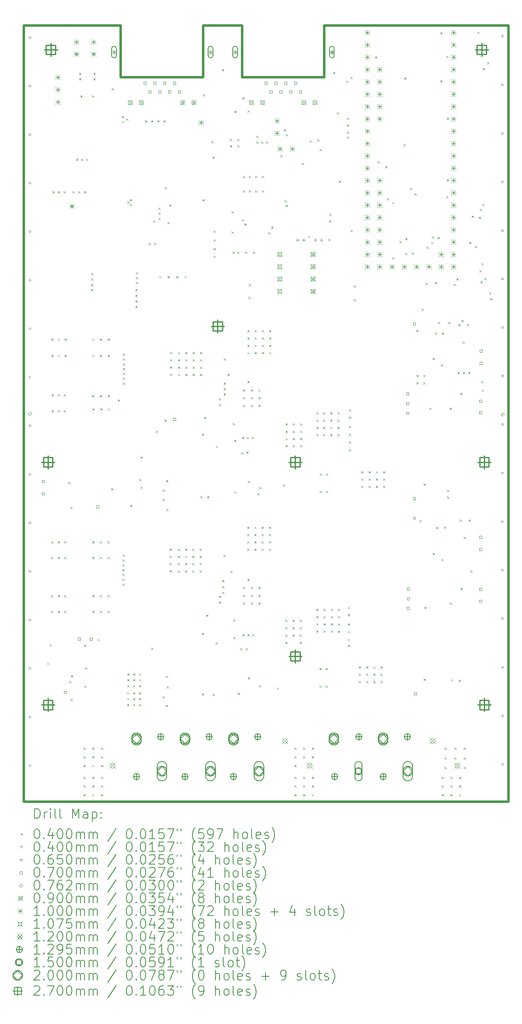
<source format=gbr>
%TF.GenerationSoftware,KiCad,Pcbnew,7.0.2-6a45011f42~172~ubuntu20.04.1*%
%TF.CreationDate,2023-06-12T16:19:41+02:00*%
%TF.ProjectId,Power,506f7765-722e-46b6-9963-61645f706362,rev?*%
%TF.SameCoordinates,Original*%
%TF.FileFunction,Drillmap*%
%TF.FilePolarity,Positive*%
%FSLAX45Y45*%
G04 Gerber Fmt 4.5, Leading zero omitted, Abs format (unit mm)*
G04 Created by KiCad (PCBNEW 7.0.2-6a45011f42~172~ubuntu20.04.1) date 2023-06-12 16:19:41*
%MOMM*%
%LPD*%
G01*
G04 APERTURE LIST*
%ADD10C,0.500000*%
%ADD11C,0.200000*%
%ADD12C,0.040000*%
%ADD13C,0.065000*%
%ADD14C,0.070000*%
%ADD15C,0.076200*%
%ADD16C,0.090000*%
%ADD17C,0.100000*%
%ADD18C,0.107500*%
%ADD19C,0.120000*%
%ADD20C,0.129540*%
%ADD21C,0.150000*%
%ADD22C,0.270000*%
G04 APERTURE END LIST*
D10*
X4200000Y-2200000D02*
X6200000Y-2200000D01*
X4200000Y-2200000D02*
X4200000Y-18200000D01*
X7900000Y-2200000D02*
X8700000Y-2200000D01*
X4200000Y-18200000D02*
X14200000Y-18200000D01*
X7900000Y-2200000D02*
X7900000Y-3270000D01*
X10400000Y-2200000D02*
X14200000Y-2200000D01*
X6200000Y-3270000D02*
X7900000Y-3270000D01*
X8700000Y-3270000D02*
X10400000Y-3270000D01*
X8700000Y-2200000D02*
X8700000Y-3270000D01*
X6200000Y-2200000D02*
X6200000Y-3270000D01*
X10400000Y-2200000D02*
X10400000Y-3270000D01*
X14200000Y-18200000D02*
X14200000Y-2200000D01*
D11*
D12*
X4680000Y-15330000D02*
X4720000Y-15370000D01*
X4720000Y-15330000D02*
X4680000Y-15370000D01*
X4730000Y-14950000D02*
X4770000Y-14990000D01*
X4770000Y-14950000D02*
X4730000Y-14990000D01*
X4760000Y-13150000D02*
X4800000Y-13190000D01*
X4800000Y-13150000D02*
X4760000Y-13190000D01*
X4760000Y-13940000D02*
X4800000Y-13980000D01*
X4800000Y-13940000D02*
X4760000Y-13980000D01*
X4760000Y-14260000D02*
X4800000Y-14300000D01*
X4800000Y-14260000D02*
X4760000Y-14300000D01*
X4770000Y-8650000D02*
X4810000Y-8690000D01*
X4810000Y-8650000D02*
X4770000Y-8690000D01*
X4770000Y-8990000D02*
X4810000Y-9030000D01*
X4810000Y-8990000D02*
X4770000Y-9030000D01*
X4770000Y-12830000D02*
X4810000Y-12870000D01*
X4810000Y-12830000D02*
X4770000Y-12870000D01*
X4772500Y-9800000D02*
X4812500Y-9840000D01*
X4812500Y-9800000D02*
X4772500Y-9840000D01*
X4772500Y-10130000D02*
X4812500Y-10170000D01*
X4812500Y-10130000D02*
X4772500Y-10170000D01*
X4790000Y-5614000D02*
X4830000Y-5654000D01*
X4830000Y-5614000D02*
X4790000Y-5654000D01*
X4900000Y-5614000D02*
X4940000Y-5654000D01*
X4940000Y-5614000D02*
X4900000Y-5654000D01*
X4900000Y-8650000D02*
X4940000Y-8690000D01*
X4940000Y-8650000D02*
X4900000Y-8690000D01*
X4900000Y-8990000D02*
X4940000Y-9030000D01*
X4940000Y-8990000D02*
X4900000Y-9030000D01*
X4900000Y-12830000D02*
X4940000Y-12870000D01*
X4940000Y-12830000D02*
X4900000Y-12870000D01*
X4900000Y-13150000D02*
X4940000Y-13190000D01*
X4940000Y-13150000D02*
X4900000Y-13190000D01*
X4900000Y-13940000D02*
X4940000Y-13980000D01*
X4940000Y-13940000D02*
X4900000Y-13980000D01*
X4900000Y-14260000D02*
X4940000Y-14300000D01*
X4940000Y-14260000D02*
X4900000Y-14300000D01*
X4902500Y-9800000D02*
X4942500Y-9840000D01*
X4942500Y-9800000D02*
X4902500Y-9840000D01*
X4902500Y-10130000D02*
X4942500Y-10170000D01*
X4942500Y-10130000D02*
X4902500Y-10170000D01*
X5020000Y-5614000D02*
X5060000Y-5654000D01*
X5060000Y-5614000D02*
X5020000Y-5654000D01*
X5022500Y-9800000D02*
X5062500Y-9840000D01*
X5062500Y-9800000D02*
X5022500Y-9840000D01*
X5022500Y-10130000D02*
X5062500Y-10170000D01*
X5062500Y-10130000D02*
X5022500Y-10170000D01*
X5030000Y-12830000D02*
X5070000Y-12870000D01*
X5070000Y-12830000D02*
X5030000Y-12870000D01*
X5030000Y-13150000D02*
X5070000Y-13190000D01*
X5070000Y-13150000D02*
X5030000Y-13190000D01*
X5030000Y-13940000D02*
X5070000Y-13980000D01*
X5070000Y-13940000D02*
X5030000Y-13980000D01*
X5030000Y-14260000D02*
X5070000Y-14300000D01*
X5070000Y-14260000D02*
X5030000Y-14300000D01*
X5040000Y-8650000D02*
X5080000Y-8690000D01*
X5080000Y-8650000D02*
X5040000Y-8690000D01*
X5040000Y-8990000D02*
X5080000Y-9030000D01*
X5080000Y-8990000D02*
X5040000Y-9030000D01*
X5115000Y-11610000D02*
X5155000Y-11650000D01*
X5155000Y-11610000D02*
X5115000Y-11650000D01*
X5135000Y-15707550D02*
X5175000Y-15747550D01*
X5175000Y-15707550D02*
X5135000Y-15747550D01*
X5160000Y-12120000D02*
X5200000Y-12160000D01*
X5200000Y-12120000D02*
X5160000Y-12160000D01*
X5165000Y-16080000D02*
X5205000Y-16120000D01*
X5205000Y-16080000D02*
X5165000Y-16120000D01*
X5170000Y-15590000D02*
X5210000Y-15630000D01*
X5210000Y-15590000D02*
X5170000Y-15630000D01*
X5200000Y-5614000D02*
X5240000Y-5654000D01*
X5240000Y-5614000D02*
X5200000Y-5654000D01*
X5280000Y-4949000D02*
X5320000Y-4989000D01*
X5320000Y-4949000D02*
X5280000Y-4989000D01*
X5320000Y-5614000D02*
X5360000Y-5654000D01*
X5360000Y-5614000D02*
X5320000Y-5654000D01*
X5340000Y-3180000D02*
X5380000Y-3220000D01*
X5380000Y-3180000D02*
X5340000Y-3220000D01*
X5340000Y-3290000D02*
X5380000Y-3330000D01*
X5380000Y-3290000D02*
X5340000Y-3330000D01*
X5365000Y-3640000D02*
X5405000Y-3680000D01*
X5405000Y-3640000D02*
X5365000Y-3680000D01*
X5380000Y-4949000D02*
X5420000Y-4989000D01*
X5420000Y-4949000D02*
X5380000Y-4989000D01*
X5430000Y-17080000D02*
X5470000Y-17120000D01*
X5470000Y-17080000D02*
X5430000Y-17120000D01*
X5430000Y-17260000D02*
X5470000Y-17300000D01*
X5470000Y-17260000D02*
X5430000Y-17300000D01*
X5430000Y-17440000D02*
X5470000Y-17480000D01*
X5470000Y-17440000D02*
X5430000Y-17480000D01*
X5430000Y-17680000D02*
X5470000Y-17720000D01*
X5470000Y-17680000D02*
X5430000Y-17720000D01*
X5430000Y-17860000D02*
X5470000Y-17900000D01*
X5470000Y-17860000D02*
X5430000Y-17900000D01*
X5430000Y-18040000D02*
X5470000Y-18080000D01*
X5470000Y-18040000D02*
X5430000Y-18080000D01*
X5440000Y-5614000D02*
X5480000Y-5654000D01*
X5480000Y-5614000D02*
X5440000Y-5654000D01*
X5440000Y-14960000D02*
X5480000Y-15000000D01*
X5480000Y-14960000D02*
X5440000Y-15000000D01*
X5445000Y-15800000D02*
X5485000Y-15840000D01*
X5485000Y-15800000D02*
X5445000Y-15840000D01*
X5465000Y-15430000D02*
X5505000Y-15470000D01*
X5505000Y-15430000D02*
X5465000Y-15470000D01*
X5480000Y-4949000D02*
X5520000Y-4989000D01*
X5520000Y-4949000D02*
X5480000Y-4989000D01*
X5585000Y-7530000D02*
X5625000Y-7570000D01*
X5625000Y-7530000D02*
X5585000Y-7570000D01*
X5585000Y-7630000D02*
X5625000Y-7670000D01*
X5625000Y-7630000D02*
X5585000Y-7670000D01*
X5590000Y-7300000D02*
X5630000Y-7340000D01*
X5630000Y-7300000D02*
X5590000Y-7340000D01*
X5590000Y-7410000D02*
X5630000Y-7450000D01*
X5630000Y-7410000D02*
X5590000Y-7450000D01*
X5605000Y-3640000D02*
X5645000Y-3680000D01*
X5645000Y-3640000D02*
X5605000Y-3680000D01*
X5607500Y-9820000D02*
X5647500Y-9860000D01*
X5647500Y-9820000D02*
X5607500Y-9860000D01*
X5610000Y-8650000D02*
X5650000Y-8690000D01*
X5650000Y-8650000D02*
X5610000Y-8690000D01*
X5610000Y-8990000D02*
X5650000Y-9030000D01*
X5650000Y-8990000D02*
X5610000Y-9030000D01*
X5610000Y-12830000D02*
X5650000Y-12870000D01*
X5650000Y-12830000D02*
X5610000Y-12870000D01*
X5610000Y-13150000D02*
X5650000Y-13190000D01*
X5650000Y-13150000D02*
X5610000Y-13190000D01*
X5610000Y-13940000D02*
X5650000Y-13980000D01*
X5650000Y-13940000D02*
X5610000Y-13980000D01*
X5610000Y-14260000D02*
X5650000Y-14300000D01*
X5650000Y-14260000D02*
X5610000Y-14300000D01*
X5610000Y-17080000D02*
X5650000Y-17120000D01*
X5650000Y-17080000D02*
X5610000Y-17120000D01*
X5610000Y-17260000D02*
X5650000Y-17300000D01*
X5650000Y-17260000D02*
X5610000Y-17300000D01*
X5610000Y-17440000D02*
X5650000Y-17480000D01*
X5650000Y-17440000D02*
X5610000Y-17480000D01*
X5610000Y-17680000D02*
X5650000Y-17720000D01*
X5650000Y-17680000D02*
X5610000Y-17720000D01*
X5610000Y-17860000D02*
X5650000Y-17900000D01*
X5650000Y-17860000D02*
X5610000Y-17900000D01*
X5610000Y-18040000D02*
X5650000Y-18080000D01*
X5650000Y-18040000D02*
X5610000Y-18080000D01*
X5612500Y-10090000D02*
X5652500Y-10130000D01*
X5652500Y-10090000D02*
X5612500Y-10130000D01*
X5635000Y-3180000D02*
X5675000Y-3220000D01*
X5675000Y-3180000D02*
X5635000Y-3220000D01*
X5635000Y-3290000D02*
X5675000Y-3330000D01*
X5675000Y-3290000D02*
X5635000Y-3330000D01*
X5720000Y-14840000D02*
X5760000Y-14880000D01*
X5760000Y-14840000D02*
X5720000Y-14880000D01*
X5767500Y-9820000D02*
X5807500Y-9860000D01*
X5807500Y-9820000D02*
X5767500Y-9860000D01*
X5770000Y-8650000D02*
X5810000Y-8690000D01*
X5810000Y-8650000D02*
X5770000Y-8690000D01*
X5770000Y-8990000D02*
X5810000Y-9030000D01*
X5810000Y-8990000D02*
X5770000Y-9030000D01*
X5770000Y-12830000D02*
X5810000Y-12870000D01*
X5810000Y-12830000D02*
X5770000Y-12870000D01*
X5770000Y-13150000D02*
X5810000Y-13190000D01*
X5810000Y-13150000D02*
X5770000Y-13190000D01*
X5770000Y-13940000D02*
X5810000Y-13980000D01*
X5810000Y-13940000D02*
X5770000Y-13980000D01*
X5770000Y-14260000D02*
X5810000Y-14300000D01*
X5810000Y-14260000D02*
X5770000Y-14300000D01*
X5772500Y-10090000D02*
X5812500Y-10130000D01*
X5812500Y-10090000D02*
X5772500Y-10130000D01*
X5790000Y-17080000D02*
X5830000Y-17120000D01*
X5830000Y-17080000D02*
X5790000Y-17120000D01*
X5790000Y-17260000D02*
X5830000Y-17300000D01*
X5830000Y-17260000D02*
X5790000Y-17300000D01*
X5790000Y-17440000D02*
X5830000Y-17480000D01*
X5830000Y-17440000D02*
X5790000Y-17480000D01*
X5790000Y-17680000D02*
X5830000Y-17720000D01*
X5830000Y-17680000D02*
X5790000Y-17720000D01*
X5790000Y-17860000D02*
X5830000Y-17900000D01*
X5830000Y-17860000D02*
X5790000Y-17900000D01*
X5790000Y-18040000D02*
X5830000Y-18080000D01*
X5830000Y-18040000D02*
X5790000Y-18080000D01*
X5927500Y-9820000D02*
X5967500Y-9860000D01*
X5967500Y-9820000D02*
X5927500Y-9860000D01*
X5930000Y-8650000D02*
X5970000Y-8690000D01*
X5970000Y-8650000D02*
X5930000Y-8690000D01*
X5930000Y-8990000D02*
X5970000Y-9030000D01*
X5970000Y-8990000D02*
X5930000Y-9030000D01*
X5930000Y-12830000D02*
X5970000Y-12870000D01*
X5970000Y-12830000D02*
X5930000Y-12870000D01*
X5930000Y-13150000D02*
X5970000Y-13190000D01*
X5970000Y-13150000D02*
X5930000Y-13190000D01*
X5930000Y-13940000D02*
X5970000Y-13980000D01*
X5970000Y-13940000D02*
X5930000Y-13980000D01*
X5930000Y-14260000D02*
X5970000Y-14300000D01*
X5970000Y-14260000D02*
X5930000Y-14300000D01*
X5932500Y-10090000D02*
X5972500Y-10130000D01*
X5972500Y-10090000D02*
X5932500Y-10130000D01*
X6000000Y-11737550D02*
X6040000Y-11777550D01*
X6040000Y-11737550D02*
X6000000Y-11777550D01*
X6015000Y-3490000D02*
X6055000Y-3530000D01*
X6055000Y-3490000D02*
X6015000Y-3530000D01*
X6135000Y-9910000D02*
X6175000Y-9950000D01*
X6175000Y-9910000D02*
X6135000Y-9950000D01*
X6220000Y-4064000D02*
X6260000Y-4104000D01*
X6260000Y-4064000D02*
X6220000Y-4104000D01*
X6220000Y-4164000D02*
X6260000Y-4204000D01*
X6260000Y-4164000D02*
X6220000Y-4204000D01*
X6230000Y-13100500D02*
X6270000Y-13140500D01*
X6270000Y-13100500D02*
X6230000Y-13140500D01*
X6230000Y-13200500D02*
X6270000Y-13240500D01*
X6270000Y-13200500D02*
X6230000Y-13240500D01*
X6230000Y-13300500D02*
X6270000Y-13340500D01*
X6270000Y-13300500D02*
X6230000Y-13340500D01*
X6230000Y-13400500D02*
X6270000Y-13440500D01*
X6270000Y-13400500D02*
X6230000Y-13440500D01*
X6230000Y-13500500D02*
X6270000Y-13540500D01*
X6270000Y-13500500D02*
X6230000Y-13540500D01*
X6230000Y-13600500D02*
X6270000Y-13640500D01*
X6270000Y-13600500D02*
X6230000Y-13640500D01*
X6230000Y-13700500D02*
X6270000Y-13740500D01*
X6270000Y-13700500D02*
X6230000Y-13740500D01*
X6240000Y-9260000D02*
X6280000Y-9300000D01*
X6280000Y-9260000D02*
X6240000Y-9300000D01*
X6240000Y-9360000D02*
X6280000Y-9400000D01*
X6280000Y-9360000D02*
X6240000Y-9400000D01*
X6240000Y-9460000D02*
X6280000Y-9500000D01*
X6280000Y-9460000D02*
X6240000Y-9500000D01*
X6240000Y-9560000D02*
X6280000Y-9600000D01*
X6280000Y-9560000D02*
X6240000Y-9600000D01*
X6240000Y-8960000D02*
X6280000Y-9000000D01*
X6280000Y-8960000D02*
X6240000Y-9000000D01*
X6240000Y-9060000D02*
X6280000Y-9100000D01*
X6280000Y-9060000D02*
X6240000Y-9100000D01*
X6240000Y-9160000D02*
X6280000Y-9200000D01*
X6280000Y-9160000D02*
X6240000Y-9200000D01*
X6310000Y-4114000D02*
X6350000Y-4154000D01*
X6350000Y-4114000D02*
X6310000Y-4154000D01*
X6330000Y-15940000D02*
X6370000Y-15980000D01*
X6370000Y-15940000D02*
X6330000Y-15980000D01*
X6330000Y-16060000D02*
X6370000Y-16100000D01*
X6370000Y-16060000D02*
X6330000Y-16100000D01*
X6330000Y-16180000D02*
X6370000Y-16220000D01*
X6370000Y-16180000D02*
X6330000Y-16220000D01*
X6335000Y-5830000D02*
X6375000Y-5870000D01*
X6375000Y-5830000D02*
X6335000Y-5870000D01*
X6335000Y-15550000D02*
X6375000Y-15590000D01*
X6375000Y-15550000D02*
X6335000Y-15590000D01*
X6335000Y-15670000D02*
X6375000Y-15710000D01*
X6375000Y-15670000D02*
X6335000Y-15710000D01*
X6335000Y-15790000D02*
X6375000Y-15830000D01*
X6375000Y-15790000D02*
X6335000Y-15830000D01*
X6385000Y-5780000D02*
X6425000Y-5820000D01*
X6425000Y-5780000D02*
X6385000Y-5820000D01*
X6385000Y-5880000D02*
X6425000Y-5920000D01*
X6425000Y-5880000D02*
X6385000Y-5920000D01*
X6391250Y-12080000D02*
X6431250Y-12120000D01*
X6431250Y-12080000D02*
X6391250Y-12120000D01*
X6450000Y-15940000D02*
X6490000Y-15980000D01*
X6490000Y-15940000D02*
X6450000Y-15980000D01*
X6450000Y-16060000D02*
X6490000Y-16100000D01*
X6490000Y-16060000D02*
X6450000Y-16100000D01*
X6450000Y-16180000D02*
X6490000Y-16220000D01*
X6490000Y-16180000D02*
X6450000Y-16220000D01*
X6455000Y-15550000D02*
X6495000Y-15590000D01*
X6495000Y-15550000D02*
X6455000Y-15590000D01*
X6455000Y-15670000D02*
X6495000Y-15710000D01*
X6495000Y-15670000D02*
X6455000Y-15710000D01*
X6455000Y-15790000D02*
X6495000Y-15830000D01*
X6495000Y-15790000D02*
X6455000Y-15830000D01*
X6500000Y-7630000D02*
X6540000Y-7670000D01*
X6540000Y-7630000D02*
X6500000Y-7670000D01*
X6500000Y-7750000D02*
X6540000Y-7790000D01*
X6540000Y-7750000D02*
X6500000Y-7790000D01*
X6500000Y-7870000D02*
X6540000Y-7910000D01*
X6540000Y-7870000D02*
X6500000Y-7910000D01*
X6500000Y-7980000D02*
X6540000Y-8020000D01*
X6540000Y-7980000D02*
X6500000Y-8020000D01*
X6510000Y-7285000D02*
X6550000Y-7325000D01*
X6550000Y-7285000D02*
X6510000Y-7325000D01*
X6510000Y-7385000D02*
X6550000Y-7425000D01*
X6550000Y-7385000D02*
X6510000Y-7425000D01*
X6510000Y-7485000D02*
X6550000Y-7525000D01*
X6550000Y-7485000D02*
X6510000Y-7525000D01*
X6570000Y-15940000D02*
X6610000Y-15980000D01*
X6610000Y-15940000D02*
X6570000Y-15980000D01*
X6570000Y-16060000D02*
X6610000Y-16100000D01*
X6610000Y-16060000D02*
X6570000Y-16100000D01*
X6570000Y-16180000D02*
X6610000Y-16220000D01*
X6610000Y-16180000D02*
X6570000Y-16220000D01*
X6575000Y-15550000D02*
X6615000Y-15590000D01*
X6615000Y-15550000D02*
X6575000Y-15590000D01*
X6575000Y-15670000D02*
X6615000Y-15710000D01*
X6615000Y-15670000D02*
X6575000Y-15710000D01*
X6575000Y-15790000D02*
X6615000Y-15830000D01*
X6615000Y-15790000D02*
X6575000Y-15830000D01*
X6580000Y-11540000D02*
X6620000Y-11580000D01*
X6620000Y-11540000D02*
X6580000Y-11580000D01*
X6605000Y-11080000D02*
X6645000Y-11120000D01*
X6645000Y-11080000D02*
X6605000Y-11120000D01*
X6605000Y-11700000D02*
X6645000Y-11740000D01*
X6645000Y-11700000D02*
X6605000Y-11740000D01*
X6700000Y-4154000D02*
X6740000Y-4194000D01*
X6740000Y-4154000D02*
X6700000Y-4194000D01*
X6775000Y-6680000D02*
X6815000Y-6720000D01*
X6815000Y-6680000D02*
X6775000Y-6720000D01*
X6825000Y-4154000D02*
X6865000Y-4194000D01*
X6865000Y-4154000D02*
X6825000Y-4194000D01*
X6825000Y-15020000D02*
X6865000Y-15060000D01*
X6865000Y-15020000D02*
X6825000Y-15060000D01*
X6870000Y-6214000D02*
X6910000Y-6254000D01*
X6910000Y-6214000D02*
X6870000Y-6254000D01*
X6882500Y-6680250D02*
X6922500Y-6720250D01*
X6922500Y-6680250D02*
X6882500Y-6720250D01*
X6920000Y-10550000D02*
X6960000Y-10590000D01*
X6960000Y-10550000D02*
X6920000Y-10590000D01*
X6950000Y-4154000D02*
X6990000Y-4194000D01*
X6990000Y-4154000D02*
X6950000Y-4194000D01*
X6980000Y-5954000D02*
X7020000Y-5994000D01*
X7020000Y-5954000D02*
X6980000Y-5994000D01*
X6980000Y-6054000D02*
X7020000Y-6094000D01*
X7020000Y-6054000D02*
X6980000Y-6094000D01*
X6980000Y-6164000D02*
X7020000Y-6204000D01*
X7020000Y-6164000D02*
X6980000Y-6204000D01*
X6990000Y-7364000D02*
X7030000Y-7404000D01*
X7030000Y-7364000D02*
X6990000Y-7404000D01*
X7060000Y-11760000D02*
X7100000Y-11800000D01*
X7100000Y-11760000D02*
X7060000Y-11800000D01*
X7060000Y-11960000D02*
X7100000Y-12000000D01*
X7100000Y-11960000D02*
X7060000Y-12000000D01*
X7065000Y-16020000D02*
X7105000Y-16060000D01*
X7105000Y-16020000D02*
X7065000Y-16060000D01*
X7080000Y-4154000D02*
X7120000Y-4194000D01*
X7120000Y-4154000D02*
X7080000Y-4194000D01*
X7100000Y-10320000D02*
X7140000Y-10360000D01*
X7140000Y-10320000D02*
X7100000Y-10360000D01*
X7105000Y-5530000D02*
X7145000Y-5570000D01*
X7145000Y-5530000D02*
X7105000Y-5570000D01*
X7125000Y-16200000D02*
X7165000Y-16240000D01*
X7165000Y-16200000D02*
X7125000Y-16240000D01*
X7130000Y-15600500D02*
X7170000Y-15640500D01*
X7170000Y-15600500D02*
X7130000Y-15640500D01*
X7134141Y-11568319D02*
X7174141Y-11608319D01*
X7174141Y-11568319D02*
X7134141Y-11608319D01*
X7140000Y-12160000D02*
X7180000Y-12200000D01*
X7180000Y-12160000D02*
X7140000Y-12200000D01*
X7145000Y-15820000D02*
X7185000Y-15860000D01*
X7185000Y-15820000D02*
X7145000Y-15860000D01*
X7165000Y-6250000D02*
X7205000Y-6290000D01*
X7205000Y-6250000D02*
X7165000Y-6290000D01*
X7165000Y-7364000D02*
X7205000Y-7404000D01*
X7205000Y-7364000D02*
X7165000Y-7404000D01*
X7195000Y-5890000D02*
X7235000Y-5930000D01*
X7235000Y-5890000D02*
X7195000Y-5930000D01*
X7206500Y-12976750D02*
X7246500Y-13016750D01*
X7246500Y-12976750D02*
X7206500Y-13016750D01*
X7206500Y-13126750D02*
X7246500Y-13166750D01*
X7246500Y-13126750D02*
X7206500Y-13166750D01*
X7206500Y-13276750D02*
X7246500Y-13316750D01*
X7246500Y-13276750D02*
X7206500Y-13316750D01*
X7206500Y-13426750D02*
X7246500Y-13466750D01*
X7246500Y-13426750D02*
X7206500Y-13466750D01*
X7212500Y-8927500D02*
X7252500Y-8967500D01*
X7252500Y-8927500D02*
X7212500Y-8967500D01*
X7212500Y-9077500D02*
X7252500Y-9117500D01*
X7252500Y-9077500D02*
X7212500Y-9117500D01*
X7212500Y-9227500D02*
X7252500Y-9267500D01*
X7252500Y-9227500D02*
X7212500Y-9267500D01*
X7212500Y-9377500D02*
X7252500Y-9417500D01*
X7252500Y-9377500D02*
X7212500Y-9417500D01*
X7340000Y-7364000D02*
X7380000Y-7404000D01*
X7380000Y-7364000D02*
X7340000Y-7404000D01*
X7374000Y-12979250D02*
X7414000Y-13019250D01*
X7414000Y-12979250D02*
X7374000Y-13019250D01*
X7374000Y-13129250D02*
X7414000Y-13169250D01*
X7414000Y-13129250D02*
X7374000Y-13169250D01*
X7374000Y-13279250D02*
X7414000Y-13319250D01*
X7414000Y-13279250D02*
X7374000Y-13319250D01*
X7374000Y-13429250D02*
X7414000Y-13469250D01*
X7414000Y-13429250D02*
X7374000Y-13469250D01*
X7380000Y-8930000D02*
X7420000Y-8970000D01*
X7420000Y-8930000D02*
X7380000Y-8970000D01*
X7380000Y-9080000D02*
X7420000Y-9120000D01*
X7420000Y-9080000D02*
X7380000Y-9120000D01*
X7380000Y-9230000D02*
X7420000Y-9270000D01*
X7420000Y-9230000D02*
X7380000Y-9270000D01*
X7380000Y-9380000D02*
X7420000Y-9420000D01*
X7420000Y-9380000D02*
X7380000Y-9420000D01*
X7515000Y-7364000D02*
X7555000Y-7404000D01*
X7555000Y-7364000D02*
X7515000Y-7404000D01*
X7524000Y-12979250D02*
X7564000Y-13019250D01*
X7564000Y-12979250D02*
X7524000Y-13019250D01*
X7524000Y-13129250D02*
X7564000Y-13169250D01*
X7564000Y-13129250D02*
X7524000Y-13169250D01*
X7524000Y-13279250D02*
X7564000Y-13319250D01*
X7564000Y-13279250D02*
X7524000Y-13319250D01*
X7524000Y-13429250D02*
X7564000Y-13469250D01*
X7564000Y-13429250D02*
X7524000Y-13469250D01*
X7530000Y-8930000D02*
X7570000Y-8970000D01*
X7570000Y-8930000D02*
X7530000Y-8970000D01*
X7530000Y-9080000D02*
X7570000Y-9120000D01*
X7570000Y-9080000D02*
X7530000Y-9120000D01*
X7530000Y-9230000D02*
X7570000Y-9270000D01*
X7570000Y-9230000D02*
X7530000Y-9270000D01*
X7530000Y-9380000D02*
X7570000Y-9420000D01*
X7570000Y-9380000D02*
X7530000Y-9420000D01*
X7674000Y-12979250D02*
X7714000Y-13019250D01*
X7714000Y-12979250D02*
X7674000Y-13019250D01*
X7674000Y-13129250D02*
X7714000Y-13169250D01*
X7714000Y-13129250D02*
X7674000Y-13169250D01*
X7674000Y-13279250D02*
X7714000Y-13319250D01*
X7714000Y-13279250D02*
X7674000Y-13319250D01*
X7674000Y-13429250D02*
X7714000Y-13469250D01*
X7714000Y-13429250D02*
X7674000Y-13469250D01*
X7680000Y-8930000D02*
X7720000Y-8970000D01*
X7720000Y-8930000D02*
X7680000Y-8970000D01*
X7680000Y-9080000D02*
X7720000Y-9120000D01*
X7720000Y-9080000D02*
X7680000Y-9120000D01*
X7680000Y-9230000D02*
X7720000Y-9270000D01*
X7720000Y-9230000D02*
X7680000Y-9270000D01*
X7680000Y-9380000D02*
X7720000Y-9420000D01*
X7720000Y-9380000D02*
X7680000Y-9420000D01*
X7824000Y-12979250D02*
X7864000Y-13019250D01*
X7864000Y-12979250D02*
X7824000Y-13019250D01*
X7824000Y-13129250D02*
X7864000Y-13169250D01*
X7864000Y-13129250D02*
X7824000Y-13169250D01*
X7824000Y-13279250D02*
X7864000Y-13319250D01*
X7864000Y-13279250D02*
X7824000Y-13319250D01*
X7824000Y-13429250D02*
X7864000Y-13469250D01*
X7864000Y-13429250D02*
X7824000Y-13469250D01*
X7830000Y-8930000D02*
X7870000Y-8970000D01*
X7870000Y-8930000D02*
X7830000Y-8970000D01*
X7830000Y-9080000D02*
X7870000Y-9120000D01*
X7870000Y-9080000D02*
X7830000Y-9120000D01*
X7830000Y-9230000D02*
X7870000Y-9270000D01*
X7870000Y-9230000D02*
X7830000Y-9270000D01*
X7830000Y-9380000D02*
X7870000Y-9420000D01*
X7870000Y-9380000D02*
X7830000Y-9420000D01*
X7840000Y-11900000D02*
X7880000Y-11940000D01*
X7880000Y-11900000D02*
X7840000Y-11940000D01*
X7870000Y-14720000D02*
X7910000Y-14760000D01*
X7910000Y-14720000D02*
X7870000Y-14760000D01*
X7870000Y-15960000D02*
X7910000Y-16000000D01*
X7910000Y-15960000D02*
X7870000Y-16000000D01*
X7871270Y-10611270D02*
X7911270Y-10651270D01*
X7911270Y-10611270D02*
X7871270Y-10651270D01*
X7885000Y-5780000D02*
X7925000Y-5820000D01*
X7925000Y-5780000D02*
X7885000Y-5820000D01*
X7895000Y-3620000D02*
X7935000Y-3660000D01*
X7935000Y-3620000D02*
X7895000Y-3660000D01*
X7920000Y-10268770D02*
X7960000Y-10308770D01*
X7960000Y-10268770D02*
X7920000Y-10308770D01*
X7960000Y-14340000D02*
X8000000Y-14380000D01*
X8000000Y-14340000D02*
X7960000Y-14380000D01*
X7980000Y-11900000D02*
X8020000Y-11940000D01*
X8020000Y-11900000D02*
X7980000Y-11940000D01*
X8070000Y-4584000D02*
X8110000Y-4624000D01*
X8110000Y-4584000D02*
X8070000Y-4624000D01*
X8090000Y-4904000D02*
X8130000Y-4944000D01*
X8130000Y-4904000D02*
X8090000Y-4944000D01*
X8094000Y-15969250D02*
X8134000Y-16009250D01*
X8134000Y-15969250D02*
X8094000Y-16009250D01*
X8114375Y-6429000D02*
X8154375Y-6469000D01*
X8154375Y-6429000D02*
X8114375Y-6469000D01*
X8115000Y-6604000D02*
X8155000Y-6644000D01*
X8155000Y-6604000D02*
X8115000Y-6644000D01*
X8115000Y-6788951D02*
X8155000Y-6828951D01*
X8155000Y-6788951D02*
X8115000Y-6828951D01*
X8115000Y-6944000D02*
X8155000Y-6984000D01*
X8155000Y-6944000D02*
X8115000Y-6984000D01*
X8154000Y-14909250D02*
X8194000Y-14949250D01*
X8194000Y-14909250D02*
X8154000Y-14949250D01*
X8160000Y-10860000D02*
X8200000Y-10900000D01*
X8200000Y-10860000D02*
X8160000Y-10900000D01*
X8220000Y-9880000D02*
X8260000Y-9920000D01*
X8260000Y-9880000D02*
X8220000Y-9920000D01*
X8220000Y-10000000D02*
X8260000Y-10040000D01*
X8260000Y-10000000D02*
X8220000Y-10040000D01*
X8220000Y-13950000D02*
X8260000Y-13990000D01*
X8260000Y-13950000D02*
X8220000Y-13990000D01*
X8220000Y-14070000D02*
X8260000Y-14110000D01*
X8260000Y-14070000D02*
X8220000Y-14110000D01*
X8285000Y-3100000D02*
X8325000Y-3140000D01*
X8325000Y-3100000D02*
X8285000Y-3140000D01*
X8292250Y-13630000D02*
X8332250Y-13670000D01*
X8332250Y-13630000D02*
X8292250Y-13670000D01*
X8292250Y-13750000D02*
X8332250Y-13790000D01*
X8332250Y-13750000D02*
X8292250Y-13790000D01*
X8292250Y-13870000D02*
X8332250Y-13910000D01*
X8332250Y-13870000D02*
X8292250Y-13910000D01*
X8314000Y-13109250D02*
X8354000Y-13149250D01*
X8354000Y-13109250D02*
X8314000Y-13149250D01*
X8320000Y-9560000D02*
X8360000Y-9600000D01*
X8360000Y-9560000D02*
X8320000Y-9600000D01*
X8320000Y-9670000D02*
X8360000Y-9710000D01*
X8360000Y-9670000D02*
X8320000Y-9710000D01*
X8320000Y-9780000D02*
X8360000Y-9820000D01*
X8360000Y-9780000D02*
X8320000Y-9820000D01*
X8321230Y-9061230D02*
X8361230Y-9101230D01*
X8361230Y-9061230D02*
X8321230Y-9101230D01*
X8400000Y-9380000D02*
X8440000Y-9420000D01*
X8440000Y-9380000D02*
X8400000Y-9420000D01*
X8450000Y-4540000D02*
X8490000Y-4580000D01*
X8490000Y-4540000D02*
X8450000Y-4580000D01*
X8455000Y-4670000D02*
X8495000Y-4710000D01*
X8495000Y-4670000D02*
X8455000Y-4710000D01*
X8460000Y-13440000D02*
X8500000Y-13480000D01*
X8500000Y-13440000D02*
X8460000Y-13480000D01*
X8482500Y-6028000D02*
X8522500Y-6068000D01*
X8522500Y-6028000D02*
X8482500Y-6068000D01*
X8482500Y-6448000D02*
X8522500Y-6488000D01*
X8522500Y-6448000D02*
X8482500Y-6488000D01*
X8506230Y-6861230D02*
X8546230Y-6901230D01*
X8546230Y-6861230D02*
X8506230Y-6901230D01*
X8510000Y-10390000D02*
X8550000Y-10430000D01*
X8550000Y-10390000D02*
X8510000Y-10430000D01*
X8520000Y-14440000D02*
X8560000Y-14480000D01*
X8560000Y-14440000D02*
X8520000Y-14480000D01*
X8530000Y-14800000D02*
X8570000Y-14840000D01*
X8570000Y-14800000D02*
X8530000Y-14840000D01*
X8540000Y-10740000D02*
X8580000Y-10780000D01*
X8580000Y-10740000D02*
X8540000Y-10780000D01*
X8540000Y-11800000D02*
X8580000Y-11840000D01*
X8580000Y-11800000D02*
X8540000Y-11840000D01*
X8545000Y-3960000D02*
X8585000Y-4000000D01*
X8585000Y-3960000D02*
X8545000Y-4000000D01*
X8605000Y-4540000D02*
X8645000Y-4580000D01*
X8645000Y-4540000D02*
X8605000Y-4580000D01*
X8605000Y-4670000D02*
X8645000Y-4710000D01*
X8645000Y-4670000D02*
X8605000Y-4710000D01*
X8605000Y-6860000D02*
X8645000Y-6900000D01*
X8645000Y-6860000D02*
X8605000Y-6900000D01*
X8614000Y-15949250D02*
X8654000Y-15989250D01*
X8654000Y-15949250D02*
X8614000Y-15989250D01*
X8664000Y-15029250D02*
X8704000Y-15069250D01*
X8704000Y-15029250D02*
X8664000Y-15069250D01*
X8676536Y-10989805D02*
X8716536Y-11029805D01*
X8716536Y-10989805D02*
X8676536Y-11029805D01*
X8695970Y-6192902D02*
X8735970Y-6232902D01*
X8735970Y-6192902D02*
X8695970Y-6232902D01*
X8700000Y-10680000D02*
X8740000Y-10720000D01*
X8740000Y-10680000D02*
X8700000Y-10720000D01*
X8705000Y-3680000D02*
X8745000Y-3720000D01*
X8745000Y-3680000D02*
X8705000Y-3720000D01*
X8710000Y-14740500D02*
X8750000Y-14780500D01*
X8750000Y-14740500D02*
X8710000Y-14780500D01*
X8720000Y-5300000D02*
X8760000Y-5340000D01*
X8760000Y-5300000D02*
X8720000Y-5340000D01*
X8720000Y-5600000D02*
X8760000Y-5640000D01*
X8760000Y-5600000D02*
X8720000Y-5640000D01*
X8720000Y-9700000D02*
X8760000Y-9740000D01*
X8760000Y-9700000D02*
X8720000Y-9740000D01*
X8720000Y-9860000D02*
X8760000Y-9900000D01*
X8760000Y-9860000D02*
X8720000Y-9900000D01*
X8720000Y-10020000D02*
X8760000Y-10060000D01*
X8760000Y-10020000D02*
X8720000Y-10060000D01*
X8720000Y-13770000D02*
X8760000Y-13810000D01*
X8760000Y-13770000D02*
X8720000Y-13810000D01*
X8720000Y-13930000D02*
X8760000Y-13970000D01*
X8760000Y-13930000D02*
X8720000Y-13970000D01*
X8720000Y-14090000D02*
X8760000Y-14130000D01*
X8760000Y-14090000D02*
X8720000Y-14130000D01*
X8745000Y-6280000D02*
X8785000Y-6320000D01*
X8785000Y-6280000D02*
X8745000Y-6320000D01*
X8765000Y-6860000D02*
X8805000Y-6900000D01*
X8805000Y-6860000D02*
X8765000Y-6900000D01*
X8784000Y-15029250D02*
X8824000Y-15069250D01*
X8824000Y-15029250D02*
X8784000Y-15069250D01*
X8790000Y-10980000D02*
X8830000Y-11020000D01*
X8830000Y-10980000D02*
X8790000Y-11020000D01*
X8800000Y-10680000D02*
X8840000Y-10720000D01*
X8840000Y-10680000D02*
X8800000Y-10720000D01*
X8804000Y-12529250D02*
X8844000Y-12569250D01*
X8844000Y-12529250D02*
X8804000Y-12569250D01*
X8804000Y-12679250D02*
X8844000Y-12719250D01*
X8844000Y-12679250D02*
X8804000Y-12719250D01*
X8804000Y-12829250D02*
X8844000Y-12869250D01*
X8844000Y-12829250D02*
X8804000Y-12869250D01*
X8804000Y-12979250D02*
X8844000Y-13019250D01*
X8844000Y-12979250D02*
X8804000Y-13019250D01*
X8810000Y-8480000D02*
X8850000Y-8520000D01*
X8850000Y-8480000D02*
X8810000Y-8520000D01*
X8810000Y-8630000D02*
X8850000Y-8670000D01*
X8850000Y-8630000D02*
X8810000Y-8670000D01*
X8810000Y-8780000D02*
X8850000Y-8820000D01*
X8850000Y-8780000D02*
X8810000Y-8820000D01*
X8810000Y-8930000D02*
X8850000Y-8970000D01*
X8850000Y-8930000D02*
X8810000Y-8970000D01*
X8810000Y-9530000D02*
X8850000Y-9570000D01*
X8850000Y-9530000D02*
X8810000Y-9570000D01*
X8810000Y-13600000D02*
X8850000Y-13640000D01*
X8850000Y-13600000D02*
X8810000Y-13640000D01*
X8810000Y-14740500D02*
X8850000Y-14780500D01*
X8850000Y-14740500D02*
X8810000Y-14780500D01*
X8815000Y-3950000D02*
X8855000Y-3990000D01*
X8855000Y-3950000D02*
X8815000Y-3990000D01*
X8819000Y-15634250D02*
X8859000Y-15674250D01*
X8859000Y-15634250D02*
X8819000Y-15674250D01*
X8825000Y-11585000D02*
X8865000Y-11625000D01*
X8865000Y-11585000D02*
X8825000Y-11625000D01*
X8832375Y-7790625D02*
X8872375Y-7830625D01*
X8872375Y-7790625D02*
X8832375Y-7830625D01*
X8840000Y-5300000D02*
X8880000Y-5340000D01*
X8880000Y-5300000D02*
X8840000Y-5340000D01*
X8840000Y-5600000D02*
X8880000Y-5640000D01*
X8880000Y-5600000D02*
X8840000Y-5640000D01*
X8842375Y-7530625D02*
X8882375Y-7570625D01*
X8882375Y-7530625D02*
X8842375Y-7570625D01*
X8880000Y-9700000D02*
X8920000Y-9740000D01*
X8920000Y-9700000D02*
X8880000Y-9740000D01*
X8880000Y-9860000D02*
X8920000Y-9900000D01*
X8920000Y-9860000D02*
X8880000Y-9900000D01*
X8880000Y-10020000D02*
X8920000Y-10060000D01*
X8920000Y-10020000D02*
X8880000Y-10060000D01*
X8880000Y-13770000D02*
X8920000Y-13810000D01*
X8920000Y-13770000D02*
X8880000Y-13810000D01*
X8880000Y-13930000D02*
X8920000Y-13970000D01*
X8920000Y-13930000D02*
X8880000Y-13970000D01*
X8880000Y-14090000D02*
X8920000Y-14130000D01*
X8920000Y-14090000D02*
X8880000Y-14130000D01*
X8900000Y-10680000D02*
X8940000Y-10720000D01*
X8940000Y-10680000D02*
X8900000Y-10720000D01*
X8910000Y-14740500D02*
X8950000Y-14780500D01*
X8950000Y-14740500D02*
X8910000Y-14780500D01*
X8925000Y-6860000D02*
X8965000Y-6900000D01*
X8965000Y-6860000D02*
X8925000Y-6900000D01*
X8954000Y-12529250D02*
X8994000Y-12569250D01*
X8994000Y-12529250D02*
X8954000Y-12569250D01*
X8954000Y-12679250D02*
X8994000Y-12719250D01*
X8994000Y-12679250D02*
X8954000Y-12719250D01*
X8954000Y-12829250D02*
X8994000Y-12869250D01*
X8994000Y-12829250D02*
X8954000Y-12869250D01*
X8954000Y-12979250D02*
X8994000Y-13019250D01*
X8994000Y-12979250D02*
X8954000Y-13019250D01*
X8960000Y-8480000D02*
X9000000Y-8520000D01*
X9000000Y-8480000D02*
X8960000Y-8520000D01*
X8960000Y-8630000D02*
X9000000Y-8670000D01*
X9000000Y-8630000D02*
X8960000Y-8670000D01*
X8960000Y-8780000D02*
X9000000Y-8820000D01*
X9000000Y-8780000D02*
X8960000Y-8820000D01*
X8960000Y-8930000D02*
X9000000Y-8970000D01*
X9000000Y-8930000D02*
X8960000Y-8970000D01*
X8970000Y-5300000D02*
X9010000Y-5340000D01*
X9010000Y-5300000D02*
X8970000Y-5340000D01*
X8970000Y-5600000D02*
X9010000Y-5640000D01*
X9010000Y-5600000D02*
X8970000Y-5640000D01*
X8995000Y-4470000D02*
X9035000Y-4510000D01*
X9035000Y-4470000D02*
X8995000Y-4510000D01*
X8995000Y-4590000D02*
X9035000Y-4630000D01*
X9035000Y-4590000D02*
X8995000Y-4630000D01*
X9020000Y-11840000D02*
X9060000Y-11880000D01*
X9060000Y-11840000D02*
X9020000Y-11880000D01*
X9040000Y-9700000D02*
X9080000Y-9740000D01*
X9080000Y-9700000D02*
X9040000Y-9740000D01*
X9040000Y-9860000D02*
X9080000Y-9900000D01*
X9080000Y-9860000D02*
X9040000Y-9900000D01*
X9040000Y-10020000D02*
X9080000Y-10060000D01*
X9080000Y-10020000D02*
X9040000Y-10060000D01*
X9040000Y-13770000D02*
X9080000Y-13810000D01*
X9080000Y-13770000D02*
X9040000Y-13810000D01*
X9040000Y-13930000D02*
X9080000Y-13970000D01*
X9080000Y-13930000D02*
X9040000Y-13970000D01*
X9040000Y-14090000D02*
X9080000Y-14130000D01*
X9080000Y-14090000D02*
X9040000Y-14130000D01*
X9050000Y-11710000D02*
X9090000Y-11750000D01*
X9090000Y-11710000D02*
X9050000Y-11750000D01*
X9050000Y-15790000D02*
X9090000Y-15830000D01*
X9090000Y-15790000D02*
X9050000Y-15830000D01*
X9095000Y-4590000D02*
X9135000Y-4630000D01*
X9135000Y-4590000D02*
X9095000Y-4630000D01*
X9104000Y-12529250D02*
X9144000Y-12569250D01*
X9144000Y-12529250D02*
X9104000Y-12569250D01*
X9104000Y-12679250D02*
X9144000Y-12719250D01*
X9144000Y-12679250D02*
X9104000Y-12719250D01*
X9104000Y-12829250D02*
X9144000Y-12869250D01*
X9144000Y-12829250D02*
X9104000Y-12869250D01*
X9104000Y-12979250D02*
X9144000Y-13019250D01*
X9144000Y-12979250D02*
X9104000Y-13019250D01*
X9110000Y-5300000D02*
X9150000Y-5340000D01*
X9150000Y-5300000D02*
X9110000Y-5340000D01*
X9110000Y-5600000D02*
X9150000Y-5640000D01*
X9150000Y-5600000D02*
X9110000Y-5640000D01*
X9110000Y-8480000D02*
X9150000Y-8520000D01*
X9150000Y-8480000D02*
X9110000Y-8520000D01*
X9110000Y-8630000D02*
X9150000Y-8670000D01*
X9150000Y-8630000D02*
X9110000Y-8670000D01*
X9110000Y-8780000D02*
X9150000Y-8820000D01*
X9150000Y-8780000D02*
X9110000Y-8820000D01*
X9110000Y-8930000D02*
X9150000Y-8970000D01*
X9150000Y-8930000D02*
X9110000Y-8970000D01*
X9195000Y-4590000D02*
X9235000Y-4630000D01*
X9235000Y-4590000D02*
X9195000Y-4630000D01*
X9240000Y-6460000D02*
X9280000Y-6500000D01*
X9280000Y-6460000D02*
X9240000Y-6500000D01*
X9254000Y-12529250D02*
X9294000Y-12569250D01*
X9294000Y-12529250D02*
X9254000Y-12569250D01*
X9254000Y-12679250D02*
X9294000Y-12719250D01*
X9294000Y-12679250D02*
X9254000Y-12719250D01*
X9254000Y-12829250D02*
X9294000Y-12869250D01*
X9294000Y-12829250D02*
X9254000Y-12869250D01*
X9254000Y-12979250D02*
X9294000Y-13019250D01*
X9294000Y-12979250D02*
X9254000Y-13019250D01*
X9260000Y-8480000D02*
X9300000Y-8520000D01*
X9300000Y-8480000D02*
X9260000Y-8520000D01*
X9260000Y-8630000D02*
X9300000Y-8670000D01*
X9300000Y-8630000D02*
X9260000Y-8670000D01*
X9260000Y-8780000D02*
X9300000Y-8820000D01*
X9300000Y-8780000D02*
X9260000Y-8820000D01*
X9260000Y-8930000D02*
X9300000Y-8970000D01*
X9300000Y-8930000D02*
X9260000Y-8970000D01*
X9300980Y-6346480D02*
X9340980Y-6386480D01*
X9340980Y-6346480D02*
X9300980Y-6386480D01*
X9420000Y-15840000D02*
X9460000Y-15880000D01*
X9460000Y-15840000D02*
X9420000Y-15880000D01*
X9495000Y-4870000D02*
X9535000Y-4910000D01*
X9535000Y-4870000D02*
X9495000Y-4910000D01*
X9545000Y-11660000D02*
X9585000Y-11700000D01*
X9585000Y-11660000D02*
X9545000Y-11700000D01*
X9565000Y-4340000D02*
X9605000Y-4380000D01*
X9605000Y-4340000D02*
X9565000Y-4380000D01*
X9580000Y-5800000D02*
X9620000Y-5840000D01*
X9620000Y-5800000D02*
X9580000Y-5840000D01*
X9591500Y-14449250D02*
X9631500Y-14489250D01*
X9631500Y-14449250D02*
X9591500Y-14489250D01*
X9591500Y-14599250D02*
X9631500Y-14639250D01*
X9631500Y-14599250D02*
X9591500Y-14639250D01*
X9591500Y-14749250D02*
X9631500Y-14789250D01*
X9631500Y-14749250D02*
X9591500Y-14789250D01*
X9591500Y-14899250D02*
X9631500Y-14939250D01*
X9631500Y-14899250D02*
X9591500Y-14939250D01*
X9597500Y-10400000D02*
X9637500Y-10440000D01*
X9637500Y-10400000D02*
X9597500Y-10440000D01*
X9597500Y-10550000D02*
X9637500Y-10590000D01*
X9637500Y-10550000D02*
X9597500Y-10590000D01*
X9597500Y-10700000D02*
X9637500Y-10740000D01*
X9637500Y-10700000D02*
X9597500Y-10740000D01*
X9597500Y-10850000D02*
X9637500Y-10890000D01*
X9637500Y-10850000D02*
X9597500Y-10890000D01*
X9600000Y-5900000D02*
X9640000Y-5940000D01*
X9640000Y-5900000D02*
X9600000Y-5940000D01*
X9605000Y-4440000D02*
X9645000Y-4480000D01*
X9645000Y-4440000D02*
X9605000Y-4480000D01*
X9741500Y-14449250D02*
X9781500Y-14489250D01*
X9781500Y-14449250D02*
X9741500Y-14489250D01*
X9741500Y-14599250D02*
X9781500Y-14639250D01*
X9781500Y-14599250D02*
X9741500Y-14639250D01*
X9741500Y-14749250D02*
X9781500Y-14789250D01*
X9781500Y-14749250D02*
X9741500Y-14789250D01*
X9747500Y-10400000D02*
X9787500Y-10440000D01*
X9787500Y-10400000D02*
X9747500Y-10440000D01*
X9747500Y-10550000D02*
X9787500Y-10590000D01*
X9787500Y-10550000D02*
X9747500Y-10590000D01*
X9747500Y-10700000D02*
X9787500Y-10740000D01*
X9787500Y-10700000D02*
X9747500Y-10740000D01*
X9747500Y-10850000D02*
X9787500Y-10890000D01*
X9787500Y-10850000D02*
X9747500Y-10890000D01*
X9780000Y-17080000D02*
X9820000Y-17120000D01*
X9820000Y-17080000D02*
X9780000Y-17120000D01*
X9780000Y-17260000D02*
X9820000Y-17300000D01*
X9820000Y-17260000D02*
X9780000Y-17300000D01*
X9780000Y-17440000D02*
X9820000Y-17480000D01*
X9820000Y-17440000D02*
X9780000Y-17480000D01*
X9780000Y-17680000D02*
X9820000Y-17720000D01*
X9820000Y-17680000D02*
X9780000Y-17720000D01*
X9780000Y-17860000D02*
X9820000Y-17900000D01*
X9820000Y-17860000D02*
X9780000Y-17900000D01*
X9780000Y-18040000D02*
X9820000Y-18080000D01*
X9820000Y-18040000D02*
X9780000Y-18080000D01*
X9891500Y-14449250D02*
X9931500Y-14489250D01*
X9931500Y-14449250D02*
X9891500Y-14489250D01*
X9891500Y-14599250D02*
X9931500Y-14639250D01*
X9931500Y-14599250D02*
X9891500Y-14639250D01*
X9891500Y-14749250D02*
X9931500Y-14789250D01*
X9931500Y-14749250D02*
X9891500Y-14789250D01*
X9891500Y-14899250D02*
X9931500Y-14939250D01*
X9931500Y-14899250D02*
X9891500Y-14939250D01*
X9897500Y-10400000D02*
X9937500Y-10440000D01*
X9937500Y-10400000D02*
X9897500Y-10440000D01*
X9897500Y-10550000D02*
X9937500Y-10590000D01*
X9937500Y-10550000D02*
X9897500Y-10590000D01*
X9897500Y-10700000D02*
X9937500Y-10740000D01*
X9937500Y-10700000D02*
X9897500Y-10740000D01*
X9897500Y-10850000D02*
X9937500Y-10890000D01*
X9937500Y-10850000D02*
X9897500Y-10890000D01*
X9935000Y-5030000D02*
X9975000Y-5070000D01*
X9975000Y-5030000D02*
X9935000Y-5070000D01*
X9960000Y-17080000D02*
X10000000Y-17120000D01*
X10000000Y-17080000D02*
X9960000Y-17120000D01*
X9960000Y-17260000D02*
X10000000Y-17300000D01*
X10000000Y-17260000D02*
X9960000Y-17300000D01*
X9960000Y-17680000D02*
X10000000Y-17720000D01*
X10000000Y-17680000D02*
X9960000Y-17720000D01*
X9960000Y-17860000D02*
X10000000Y-17900000D01*
X10000000Y-17860000D02*
X9960000Y-17900000D01*
X9960000Y-18040000D02*
X10000000Y-18080000D01*
X10000000Y-18040000D02*
X9960000Y-18080000D01*
X10065000Y-6535000D02*
X10105000Y-6575000D01*
X10105000Y-6535000D02*
X10065000Y-6575000D01*
X10094134Y-4564933D02*
X10134134Y-4604933D01*
X10134134Y-4564933D02*
X10094134Y-4604933D01*
X10140000Y-17080000D02*
X10180000Y-17120000D01*
X10180000Y-17080000D02*
X10140000Y-17120000D01*
X10140000Y-17260000D02*
X10180000Y-17300000D01*
X10180000Y-17260000D02*
X10140000Y-17300000D01*
X10140000Y-17680000D02*
X10180000Y-17720000D01*
X10180000Y-17680000D02*
X10140000Y-17720000D01*
X10140000Y-17860000D02*
X10180000Y-17900000D01*
X10180000Y-17860000D02*
X10140000Y-17900000D01*
X10140000Y-18040000D02*
X10180000Y-18080000D01*
X10180000Y-18040000D02*
X10140000Y-18080000D01*
X10234000Y-14219250D02*
X10274000Y-14259250D01*
X10274000Y-14219250D02*
X10234000Y-14259250D01*
X10234000Y-14369250D02*
X10274000Y-14409250D01*
X10274000Y-14369250D02*
X10234000Y-14409250D01*
X10234000Y-14519250D02*
X10274000Y-14559250D01*
X10274000Y-14519250D02*
X10234000Y-14559250D01*
X10234000Y-14669250D02*
X10274000Y-14709250D01*
X10274000Y-14669250D02*
X10234000Y-14709250D01*
X10240000Y-10170000D02*
X10280000Y-10210000D01*
X10280000Y-10170000D02*
X10240000Y-10210000D01*
X10240000Y-10320000D02*
X10280000Y-10360000D01*
X10280000Y-10320000D02*
X10240000Y-10360000D01*
X10240000Y-10470000D02*
X10280000Y-10510000D01*
X10280000Y-10470000D02*
X10240000Y-10510000D01*
X10240000Y-10620000D02*
X10280000Y-10660000D01*
X10280000Y-10620000D02*
X10240000Y-10660000D01*
X10255000Y-4550000D02*
X10295000Y-4590000D01*
X10295000Y-4550000D02*
X10255000Y-4590000D01*
X10295000Y-15440000D02*
X10335000Y-15480000D01*
X10335000Y-15440000D02*
X10295000Y-15480000D01*
X10295000Y-15800000D02*
X10335000Y-15840000D01*
X10335000Y-15800000D02*
X10295000Y-15840000D01*
X10305000Y-4742500D02*
X10345000Y-4782500D01*
X10345000Y-4742500D02*
X10305000Y-4782500D01*
X10305000Y-11430000D02*
X10345000Y-11470000D01*
X10345000Y-11430000D02*
X10305000Y-11470000D01*
X10305000Y-11790000D02*
X10345000Y-11830000D01*
X10345000Y-11790000D02*
X10305000Y-11830000D01*
X10370000Y-10170000D02*
X10410000Y-10210000D01*
X10410000Y-10170000D02*
X10370000Y-10210000D01*
X10370000Y-10320000D02*
X10410000Y-10360000D01*
X10410000Y-10320000D02*
X10370000Y-10360000D01*
X10370000Y-10470000D02*
X10410000Y-10510000D01*
X10410000Y-10470000D02*
X10370000Y-10510000D01*
X10370000Y-10620000D02*
X10410000Y-10660000D01*
X10410000Y-10620000D02*
X10370000Y-10660000D01*
X10384000Y-14219250D02*
X10424000Y-14259250D01*
X10424000Y-14219250D02*
X10384000Y-14259250D01*
X10384000Y-14369250D02*
X10424000Y-14409250D01*
X10424000Y-14369250D02*
X10384000Y-14409250D01*
X10384000Y-14519250D02*
X10424000Y-14559250D01*
X10424000Y-14519250D02*
X10384000Y-14559250D01*
X10384000Y-14669250D02*
X10424000Y-14709250D01*
X10424000Y-14669250D02*
X10384000Y-14709250D01*
X10425000Y-15440000D02*
X10465000Y-15480000D01*
X10465000Y-15440000D02*
X10425000Y-15480000D01*
X10425000Y-15800000D02*
X10465000Y-15840000D01*
X10465000Y-15800000D02*
X10425000Y-15840000D01*
X10435000Y-11430000D02*
X10475000Y-11470000D01*
X10475000Y-11430000D02*
X10435000Y-11470000D01*
X10435000Y-11790000D02*
X10475000Y-11830000D01*
X10475000Y-11790000D02*
X10435000Y-11830000D01*
X10480000Y-6600000D02*
X10520000Y-6640000D01*
X10520000Y-6600000D02*
X10480000Y-6640000D01*
X10495000Y-6217600D02*
X10535000Y-6257600D01*
X10535000Y-6217600D02*
X10495000Y-6257600D01*
X10500000Y-6080000D02*
X10540000Y-6120000D01*
X10540000Y-6080000D02*
X10500000Y-6120000D01*
X10520000Y-10170000D02*
X10560000Y-10210000D01*
X10560000Y-10170000D02*
X10520000Y-10210000D01*
X10520000Y-10320000D02*
X10560000Y-10360000D01*
X10560000Y-10320000D02*
X10520000Y-10360000D01*
X10520000Y-10470000D02*
X10560000Y-10510000D01*
X10560000Y-10470000D02*
X10520000Y-10510000D01*
X10520000Y-10620000D02*
X10560000Y-10660000D01*
X10560000Y-10620000D02*
X10520000Y-10660000D01*
X10534000Y-14219250D02*
X10574000Y-14259250D01*
X10574000Y-14219250D02*
X10534000Y-14259250D01*
X10534000Y-14369250D02*
X10574000Y-14409250D01*
X10574000Y-14369250D02*
X10534000Y-14409250D01*
X10534000Y-14519250D02*
X10574000Y-14559250D01*
X10574000Y-14519250D02*
X10534000Y-14559250D01*
X10534000Y-14669250D02*
X10574000Y-14709250D01*
X10574000Y-14669250D02*
X10534000Y-14709250D01*
X10580000Y-3160000D02*
X10620000Y-3200000D01*
X10620000Y-3160000D02*
X10580000Y-3200000D01*
X10660000Y-3990000D02*
X10700000Y-4030000D01*
X10700000Y-3990000D02*
X10660000Y-4030000D01*
X10670000Y-10170000D02*
X10710000Y-10210000D01*
X10710000Y-10170000D02*
X10670000Y-10210000D01*
X10670000Y-10320000D02*
X10710000Y-10360000D01*
X10710000Y-10320000D02*
X10670000Y-10360000D01*
X10670000Y-10470000D02*
X10710000Y-10510000D01*
X10710000Y-10470000D02*
X10670000Y-10510000D01*
X10670000Y-10620000D02*
X10710000Y-10660000D01*
X10710000Y-10620000D02*
X10670000Y-10660000D01*
X10680000Y-14220000D02*
X10720000Y-14260000D01*
X10720000Y-14220000D02*
X10680000Y-14260000D01*
X10680000Y-14370000D02*
X10720000Y-14410000D01*
X10720000Y-14370000D02*
X10680000Y-14410000D01*
X10680000Y-14520000D02*
X10720000Y-14560000D01*
X10720000Y-14520000D02*
X10680000Y-14560000D01*
X10680000Y-14670000D02*
X10720000Y-14710000D01*
X10720000Y-14670000D02*
X10680000Y-14710000D01*
X10695000Y-5400000D02*
X10735000Y-5440000D01*
X10735000Y-5400000D02*
X10695000Y-5440000D01*
X10845000Y-3340000D02*
X10885000Y-3380000D01*
X10885000Y-3340000D02*
X10845000Y-3380000D01*
X10865000Y-4100000D02*
X10905000Y-4140000D01*
X10905000Y-4100000D02*
X10865000Y-4140000D01*
X10865000Y-4240000D02*
X10905000Y-4280000D01*
X10905000Y-4240000D02*
X10865000Y-4280000D01*
X10865000Y-4490000D02*
X10905000Y-4530000D01*
X10905000Y-4490000D02*
X10865000Y-4530000D01*
X10866298Y-4388838D02*
X10906298Y-4428838D01*
X10906298Y-4388838D02*
X10866298Y-4428838D01*
X10885000Y-14180000D02*
X10925000Y-14220000D01*
X10925000Y-14180000D02*
X10885000Y-14220000D01*
X10885000Y-14330000D02*
X10925000Y-14370000D01*
X10925000Y-14330000D02*
X10885000Y-14370000D01*
X10885000Y-14520000D02*
X10925000Y-14560000D01*
X10925000Y-14520000D02*
X10885000Y-14560000D01*
X10885000Y-14680000D02*
X10925000Y-14720000D01*
X10925000Y-14680000D02*
X10885000Y-14720000D01*
X10885000Y-14840000D02*
X10925000Y-14880000D01*
X10925000Y-14840000D02*
X10885000Y-14880000D01*
X10885000Y-14960000D02*
X10925000Y-15000000D01*
X10925000Y-14960000D02*
X10885000Y-15000000D01*
X10905000Y-10110000D02*
X10945000Y-10150000D01*
X10945000Y-10110000D02*
X10905000Y-10150000D01*
X10905000Y-10260000D02*
X10945000Y-10300000D01*
X10945000Y-10260000D02*
X10905000Y-10300000D01*
X10905000Y-10450000D02*
X10945000Y-10490000D01*
X10945000Y-10450000D02*
X10905000Y-10490000D01*
X10905000Y-10610000D02*
X10945000Y-10650000D01*
X10945000Y-10610000D02*
X10905000Y-10650000D01*
X10905000Y-10770000D02*
X10945000Y-10810000D01*
X10945000Y-10770000D02*
X10905000Y-10810000D01*
X10905000Y-10930000D02*
X10945000Y-10970000D01*
X10945000Y-10930000D02*
X10905000Y-10970000D01*
X10938018Y-6410000D02*
X10978018Y-6450000D01*
X10978018Y-6410000D02*
X10938018Y-6450000D01*
X10940000Y-3260000D02*
X10980000Y-3300000D01*
X10980000Y-3260000D02*
X10940000Y-3300000D01*
X11005000Y-7555000D02*
X11045000Y-7595000D01*
X11045000Y-7555000D02*
X11005000Y-7595000D01*
X11005000Y-7845000D02*
X11045000Y-7885000D01*
X11045000Y-7845000D02*
X11005000Y-7885000D01*
X11110000Y-15408000D02*
X11150000Y-15448000D01*
X11150000Y-15408000D02*
X11110000Y-15448000D01*
X11110000Y-15558000D02*
X11150000Y-15598000D01*
X11150000Y-15558000D02*
X11110000Y-15598000D01*
X11110000Y-15708000D02*
X11150000Y-15748000D01*
X11150000Y-15708000D02*
X11110000Y-15748000D01*
X11161500Y-11386250D02*
X11201500Y-11426250D01*
X11201500Y-11386250D02*
X11161500Y-11426250D01*
X11161500Y-11536250D02*
X11201500Y-11576250D01*
X11201500Y-11536250D02*
X11161500Y-11576250D01*
X11161500Y-11686250D02*
X11201500Y-11726250D01*
X11201500Y-11686250D02*
X11161500Y-11726250D01*
X11260000Y-15408000D02*
X11300000Y-15448000D01*
X11300000Y-15408000D02*
X11260000Y-15448000D01*
X11260000Y-15558000D02*
X11300000Y-15598000D01*
X11300000Y-15558000D02*
X11260000Y-15598000D01*
X11260000Y-15708000D02*
X11300000Y-15748000D01*
X11300000Y-15708000D02*
X11260000Y-15748000D01*
X11311500Y-11386250D02*
X11351500Y-11426250D01*
X11351500Y-11386250D02*
X11311500Y-11426250D01*
X11311500Y-11536250D02*
X11351500Y-11576250D01*
X11351500Y-11536250D02*
X11311500Y-11576250D01*
X11311500Y-11686250D02*
X11351500Y-11726250D01*
X11351500Y-11686250D02*
X11311500Y-11726250D01*
X11410000Y-15408000D02*
X11450000Y-15448000D01*
X11450000Y-15408000D02*
X11410000Y-15448000D01*
X11410000Y-15558000D02*
X11450000Y-15598000D01*
X11450000Y-15558000D02*
X11410000Y-15598000D01*
X11410000Y-15708000D02*
X11450000Y-15748000D01*
X11450000Y-15708000D02*
X11410000Y-15748000D01*
X11445000Y-2840000D02*
X11485000Y-2880000D01*
X11485000Y-2840000D02*
X11445000Y-2880000D01*
X11461500Y-11386250D02*
X11501500Y-11426250D01*
X11501500Y-11386250D02*
X11461500Y-11426250D01*
X11461500Y-11536250D02*
X11501500Y-11576250D01*
X11501500Y-11536250D02*
X11461500Y-11576250D01*
X11461500Y-11686250D02*
X11501500Y-11726250D01*
X11501500Y-11686250D02*
X11461500Y-11726250D01*
X11500000Y-5000000D02*
X11540000Y-5040000D01*
X11540000Y-5000000D02*
X11500000Y-5040000D01*
X11560000Y-15408000D02*
X11600000Y-15448000D01*
X11600000Y-15408000D02*
X11560000Y-15448000D01*
X11560000Y-15558000D02*
X11600000Y-15598000D01*
X11600000Y-15558000D02*
X11560000Y-15598000D01*
X11560000Y-15708000D02*
X11600000Y-15748000D01*
X11600000Y-15708000D02*
X11560000Y-15748000D01*
X11611500Y-11386250D02*
X11651500Y-11426250D01*
X11651500Y-11386250D02*
X11611500Y-11426250D01*
X11611500Y-11536250D02*
X11651500Y-11576250D01*
X11651500Y-11536250D02*
X11611500Y-11576250D01*
X11611500Y-11686250D02*
X11651500Y-11726250D01*
X11651500Y-11686250D02*
X11611500Y-11726250D01*
X11655000Y-5100000D02*
X11695000Y-5140000D01*
X11695000Y-5100000D02*
X11655000Y-5140000D01*
X11695000Y-5760000D02*
X11735000Y-5800000D01*
X11735000Y-5760000D02*
X11695000Y-5800000D01*
X11795000Y-6980000D02*
X11835000Y-7020000D01*
X11835000Y-6980000D02*
X11795000Y-7020000D01*
X11800000Y-5840000D02*
X11840000Y-5880000D01*
X11840000Y-5840000D02*
X11800000Y-5880000D01*
X11945000Y-6640000D02*
X11985000Y-6680000D01*
X11985000Y-6640000D02*
X11945000Y-6680000D01*
X12035000Y-4640000D02*
X12075000Y-4680000D01*
X12075000Y-4640000D02*
X12035000Y-4680000D01*
X12045000Y-3270000D02*
X12085000Y-3310000D01*
X12085000Y-3270000D02*
X12045000Y-3310000D01*
X12065000Y-6885000D02*
X12105000Y-6925000D01*
X12105000Y-6885000D02*
X12065000Y-6925000D01*
X12070000Y-6580000D02*
X12110000Y-6620000D01*
X12110000Y-6580000D02*
X12070000Y-6620000D01*
X12165000Y-5550000D02*
X12205000Y-5590000D01*
X12205000Y-5550000D02*
X12165000Y-5590000D01*
X12200000Y-6880000D02*
X12240000Y-6920000D01*
X12240000Y-6880000D02*
X12200000Y-6920000D01*
X12260000Y-5660000D02*
X12300000Y-5700000D01*
X12300000Y-5660000D02*
X12260000Y-5700000D01*
X12295000Y-8472450D02*
X12335000Y-8512450D01*
X12335000Y-8472450D02*
X12295000Y-8512450D01*
X12300000Y-9400000D02*
X12340000Y-9440000D01*
X12340000Y-9400000D02*
X12300000Y-9440000D01*
X12300000Y-9550000D02*
X12340000Y-9590000D01*
X12340000Y-9550000D02*
X12300000Y-9590000D01*
X12365000Y-12390000D02*
X12405000Y-12430000D01*
X12405000Y-12390000D02*
X12365000Y-12430000D01*
X12405000Y-8040000D02*
X12445000Y-8080000D01*
X12445000Y-8040000D02*
X12405000Y-8080000D01*
X12440000Y-9400000D02*
X12480000Y-9440000D01*
X12480000Y-9400000D02*
X12440000Y-9440000D01*
X12440000Y-9550000D02*
X12480000Y-9590000D01*
X12480000Y-9550000D02*
X12440000Y-9590000D01*
X12445875Y-11638750D02*
X12485875Y-11678750D01*
X12485875Y-11638750D02*
X12445875Y-11678750D01*
X12448375Y-15660500D02*
X12488375Y-15700500D01*
X12488375Y-15660500D02*
X12448375Y-15700500D01*
X12465000Y-14180000D02*
X12505000Y-14220000D01*
X12505000Y-14180000D02*
X12465000Y-14220000D01*
X12488770Y-7501230D02*
X12528770Y-7541230D01*
X12528770Y-7501230D02*
X12488770Y-7541230D01*
X12505000Y-6760000D02*
X12545000Y-6800000D01*
X12545000Y-6760000D02*
X12505000Y-6800000D01*
X12565000Y-10080000D02*
X12605000Y-10120000D01*
X12605000Y-10080000D02*
X12565000Y-10120000D01*
X12604718Y-6660000D02*
X12644718Y-6700000D01*
X12644718Y-6660000D02*
X12604718Y-6700000D01*
X12618725Y-6546275D02*
X12658725Y-6586275D01*
X12658725Y-6546275D02*
X12618725Y-6586275D01*
X12631500Y-9048750D02*
X12671500Y-9088750D01*
X12671500Y-9048750D02*
X12631500Y-9088750D01*
X12634000Y-13070500D02*
X12674000Y-13110500D01*
X12674000Y-13070500D02*
X12634000Y-13110500D01*
X12680000Y-7485000D02*
X12720000Y-7525000D01*
X12720000Y-7485000D02*
X12680000Y-7525000D01*
X12685000Y-8530000D02*
X12725000Y-8570000D01*
X12725000Y-8530000D02*
X12685000Y-8570000D01*
X12705000Y-12530000D02*
X12745000Y-12570000D01*
X12745000Y-12530000D02*
X12705000Y-12570000D01*
X12732550Y-6560000D02*
X12772550Y-6600000D01*
X12772550Y-6560000D02*
X12732550Y-6600000D01*
X12745000Y-8310000D02*
X12785000Y-8350000D01*
X12785000Y-8310000D02*
X12745000Y-8350000D01*
X12790000Y-2340000D02*
X12830000Y-2380000D01*
X12830000Y-2340000D02*
X12790000Y-2380000D01*
X12790000Y-3330000D02*
X12830000Y-3370000D01*
X12830000Y-3330000D02*
X12790000Y-3370000D01*
X12801500Y-9178750D02*
X12841500Y-9218750D01*
X12841500Y-9178750D02*
X12801500Y-9218750D01*
X12810000Y-13191250D02*
X12850000Y-13231250D01*
X12850000Y-13191250D02*
X12810000Y-13231250D01*
X12820000Y-17680000D02*
X12860000Y-17720000D01*
X12860000Y-17680000D02*
X12820000Y-17720000D01*
X12820000Y-17860000D02*
X12860000Y-17900000D01*
X12860000Y-17860000D02*
X12820000Y-17900000D01*
X12820000Y-18040000D02*
X12860000Y-18080000D01*
X12860000Y-18040000D02*
X12820000Y-18080000D01*
X12825000Y-8530000D02*
X12865000Y-8570000D01*
X12865000Y-8530000D02*
X12825000Y-8570000D01*
X12870000Y-12521750D02*
X12910000Y-12561750D01*
X12910000Y-12521750D02*
X12870000Y-12561750D01*
X12880000Y-17080000D02*
X12920000Y-17120000D01*
X12920000Y-17080000D02*
X12880000Y-17120000D01*
X12880000Y-17280000D02*
X12920000Y-17320000D01*
X12920000Y-17280000D02*
X12880000Y-17320000D01*
X12880000Y-17480000D02*
X12920000Y-17520000D01*
X12920000Y-17480000D02*
X12880000Y-17520000D01*
X12910000Y-5720000D02*
X12950000Y-5760000D01*
X12950000Y-5720000D02*
X12910000Y-5760000D01*
X12915000Y-2830000D02*
X12955000Y-2870000D01*
X12955000Y-2830000D02*
X12915000Y-2870000D01*
X12925000Y-4100000D02*
X12965000Y-4140000D01*
X12965000Y-4100000D02*
X12925000Y-4140000D01*
X12925000Y-5370000D02*
X12965000Y-5410000D01*
X12965000Y-5370000D02*
X12925000Y-5410000D01*
X12931500Y-11768750D02*
X12971500Y-11808750D01*
X12971500Y-11768750D02*
X12931500Y-11808750D01*
X12931500Y-11908750D02*
X12971500Y-11948750D01*
X12971500Y-11908750D02*
X12931500Y-11948750D01*
X12955000Y-8310000D02*
X12995000Y-8350000D01*
X12995000Y-8310000D02*
X12955000Y-8350000D01*
X12985000Y-10080000D02*
X13025000Y-10120000D01*
X13025000Y-10080000D02*
X12985000Y-10120000D01*
X12990000Y-14090500D02*
X13030000Y-14130500D01*
X13030000Y-14090500D02*
X12990000Y-14130500D01*
X13000000Y-17680000D02*
X13040000Y-17720000D01*
X13040000Y-17680000D02*
X13000000Y-17720000D01*
X13000000Y-17860000D02*
X13040000Y-17900000D01*
X13040000Y-17860000D02*
X13000000Y-17900000D01*
X13000000Y-18040000D02*
X13040000Y-18080000D01*
X13040000Y-18040000D02*
X13000000Y-18080000D01*
X13010000Y-15670000D02*
X13050000Y-15710000D01*
X13050000Y-15670000D02*
X13010000Y-15710000D01*
X13065000Y-7520000D02*
X13105000Y-7560000D01*
X13105000Y-7520000D02*
X13065000Y-7560000D01*
X13080000Y-17080000D02*
X13120000Y-17120000D01*
X13120000Y-17080000D02*
X13080000Y-17120000D01*
X13080000Y-17280000D02*
X13120000Y-17320000D01*
X13120000Y-17280000D02*
X13080000Y-17320000D01*
X13120000Y-7410000D02*
X13160000Y-7450000D01*
X13160000Y-7410000D02*
X13120000Y-7450000D01*
X13145000Y-9340000D02*
X13185000Y-9380000D01*
X13185000Y-9340000D02*
X13145000Y-9380000D01*
X13162450Y-8351422D02*
X13202450Y-8391422D01*
X13202450Y-8351422D02*
X13162450Y-8391422D01*
X13170000Y-15681750D02*
X13210000Y-15721750D01*
X13210000Y-15681750D02*
X13170000Y-15721750D01*
X13180000Y-17680000D02*
X13220000Y-17720000D01*
X13220000Y-17680000D02*
X13180000Y-17720000D01*
X13180000Y-17860000D02*
X13220000Y-17900000D01*
X13220000Y-17860000D02*
X13180000Y-17900000D01*
X13180000Y-18040000D02*
X13220000Y-18080000D01*
X13220000Y-18040000D02*
X13180000Y-18080000D01*
X13195000Y-12380000D02*
X13235000Y-12420000D01*
X13235000Y-12380000D02*
X13195000Y-12420000D01*
X13201750Y-9768500D02*
X13241750Y-9808500D01*
X13241750Y-9768500D02*
X13201750Y-9808500D01*
X13209000Y-13790250D02*
X13249000Y-13830250D01*
X13249000Y-13790250D02*
X13209000Y-13830250D01*
X13225000Y-8270000D02*
X13265000Y-8310000D01*
X13265000Y-8270000D02*
X13225000Y-8310000D01*
X13250000Y-8715000D02*
X13290000Y-8755000D01*
X13290000Y-8715000D02*
X13250000Y-8755000D01*
X13255000Y-9340000D02*
X13295000Y-9380000D01*
X13295000Y-9340000D02*
X13255000Y-9380000D01*
X13275000Y-12736250D02*
X13315000Y-12776250D01*
X13315000Y-12736250D02*
X13275000Y-12776250D01*
X13280000Y-17080000D02*
X13320000Y-17120000D01*
X13320000Y-17080000D02*
X13280000Y-17120000D01*
X13280000Y-17280000D02*
X13320000Y-17320000D01*
X13320000Y-17280000D02*
X13280000Y-17320000D01*
X13280000Y-17480000D02*
X13320000Y-17520000D01*
X13320000Y-17480000D02*
X13280000Y-17520000D01*
X13345000Y-8350000D02*
X13385000Y-8390000D01*
X13385000Y-8350000D02*
X13345000Y-8390000D01*
X13365000Y-9340000D02*
X13405000Y-9380000D01*
X13405000Y-9340000D02*
X13365000Y-9380000D01*
X13375000Y-12380000D02*
X13415000Y-12420000D01*
X13415000Y-12380000D02*
X13375000Y-12420000D01*
X13390000Y-6660000D02*
X13430000Y-6700000D01*
X13430000Y-6660000D02*
X13390000Y-6700000D01*
X13415000Y-13430000D02*
X13455000Y-13470000D01*
X13455000Y-13430000D02*
X13415000Y-13470000D01*
X13440000Y-6120000D02*
X13480000Y-6160000D01*
X13480000Y-6120000D02*
X13440000Y-6160000D01*
X13505000Y-6740000D02*
X13545000Y-6780000D01*
X13545000Y-6740000D02*
X13505000Y-6780000D01*
X13555000Y-2330000D02*
X13595000Y-2370000D01*
X13595000Y-2330000D02*
X13555000Y-2370000D01*
X13585000Y-6140000D02*
X13625000Y-6180000D01*
X13625000Y-6140000D02*
X13585000Y-6180000D01*
X13600000Y-7240000D02*
X13640000Y-7280000D01*
X13640000Y-7240000D02*
X13600000Y-7280000D01*
X13609242Y-5981870D02*
X13649242Y-6021870D01*
X13649242Y-5981870D02*
X13609242Y-6021870D01*
X13620000Y-7470000D02*
X13660000Y-7510000D01*
X13660000Y-7470000D02*
X13620000Y-7510000D01*
X13635000Y-9530000D02*
X13675000Y-9570000D01*
X13675000Y-9530000D02*
X13635000Y-9570000D01*
X13638770Y-7098770D02*
X13678770Y-7138770D01*
X13678770Y-7098770D02*
X13638770Y-7138770D01*
X13645000Y-9700000D02*
X13685000Y-9740000D01*
X13685000Y-9700000D02*
X13645000Y-9740000D01*
X13660000Y-5880000D02*
X13700000Y-5920000D01*
X13700000Y-5880000D02*
X13660000Y-5920000D01*
X13665000Y-3080000D02*
X13705000Y-3120000D01*
X13705000Y-3080000D02*
X13665000Y-3120000D01*
X13701183Y-7401277D02*
X13741183Y-7441277D01*
X13741183Y-7401277D02*
X13701183Y-7441277D01*
X13760000Y-2960000D02*
X13800000Y-3000000D01*
X13800000Y-2960000D02*
X13760000Y-3000000D01*
X13800000Y-7700000D02*
X13840000Y-7740000D01*
X13840000Y-7700000D02*
X13800000Y-7740000D01*
X13820000Y-7820000D02*
X13860000Y-7860000D01*
X13860000Y-7820000D02*
X13820000Y-7860000D01*
X4345000Y-2450000D02*
G75*
G03*
X4345000Y-2450000I-20000J0D01*
G01*
X4345000Y-3450000D02*
G75*
G03*
X4345000Y-3450000I-20000J0D01*
G01*
X4345000Y-4450000D02*
G75*
G03*
X4345000Y-4450000I-20000J0D01*
G01*
X4345000Y-5450000D02*
G75*
G03*
X4345000Y-5450000I-20000J0D01*
G01*
X4345000Y-6450000D02*
G75*
G03*
X4345000Y-6450000I-20000J0D01*
G01*
X4345000Y-7450000D02*
G75*
G03*
X4345000Y-7450000I-20000J0D01*
G01*
X4345000Y-8450000D02*
G75*
G03*
X4345000Y-8450000I-20000J0D01*
G01*
X4345000Y-9450000D02*
G75*
G03*
X4345000Y-9450000I-20000J0D01*
G01*
X4345000Y-10450000D02*
G75*
G03*
X4345000Y-10450000I-20000J0D01*
G01*
X4345000Y-11450000D02*
G75*
G03*
X4345000Y-11450000I-20000J0D01*
G01*
X4345000Y-12450000D02*
G75*
G03*
X4345000Y-12450000I-20000J0D01*
G01*
X4345000Y-13450000D02*
G75*
G03*
X4345000Y-13450000I-20000J0D01*
G01*
X4345000Y-14450000D02*
G75*
G03*
X4345000Y-14450000I-20000J0D01*
G01*
X4345000Y-15450000D02*
G75*
G03*
X4345000Y-15450000I-20000J0D01*
G01*
X4345000Y-16450000D02*
G75*
G03*
X4345000Y-16450000I-20000J0D01*
G01*
X4345000Y-17450000D02*
G75*
G03*
X4345000Y-17450000I-20000J0D01*
G01*
X14095000Y-2425000D02*
G75*
G03*
X14095000Y-2425000I-20000J0D01*
G01*
X14095000Y-3425000D02*
G75*
G03*
X14095000Y-3425000I-20000J0D01*
G01*
X14095000Y-4425000D02*
G75*
G03*
X14095000Y-4425000I-20000J0D01*
G01*
X14095000Y-5425000D02*
G75*
G03*
X14095000Y-5425000I-20000J0D01*
G01*
X14095000Y-6425000D02*
G75*
G03*
X14095000Y-6425000I-20000J0D01*
G01*
X14095000Y-7425000D02*
G75*
G03*
X14095000Y-7425000I-20000J0D01*
G01*
X14095000Y-8425000D02*
G75*
G03*
X14095000Y-8425000I-20000J0D01*
G01*
X14095000Y-9425000D02*
G75*
G03*
X14095000Y-9425000I-20000J0D01*
G01*
X14095000Y-10425000D02*
G75*
G03*
X14095000Y-10425000I-20000J0D01*
G01*
X14095000Y-11425000D02*
G75*
G03*
X14095000Y-11425000I-20000J0D01*
G01*
X14095000Y-12425000D02*
G75*
G03*
X14095000Y-12425000I-20000J0D01*
G01*
X14095000Y-13425000D02*
G75*
G03*
X14095000Y-13425000I-20000J0D01*
G01*
X14095000Y-14425000D02*
G75*
G03*
X14095000Y-14425000I-20000J0D01*
G01*
X14095000Y-15425000D02*
G75*
G03*
X14095000Y-15425000I-20000J0D01*
G01*
X14095000Y-16425000D02*
G75*
G03*
X14095000Y-16425000I-20000J0D01*
G01*
X14095000Y-17425000D02*
G75*
G03*
X14095000Y-17425000I-20000J0D01*
G01*
D13*
X9845000Y-6587500D02*
X9845000Y-6652500D01*
X9812500Y-6620000D02*
X9877500Y-6620000D01*
X9972000Y-6587500D02*
X9972000Y-6652500D01*
X9939500Y-6620000D02*
X10004500Y-6620000D01*
X10215000Y-6587500D02*
X10215000Y-6652500D01*
X10182500Y-6620000D02*
X10247500Y-6620000D01*
X10342000Y-6587500D02*
X10342000Y-6652500D01*
X10309500Y-6620000D02*
X10374500Y-6620000D01*
D14*
X4624749Y-11620749D02*
X4624749Y-11571251D01*
X4575251Y-11571251D01*
X4575251Y-11620749D01*
X4624749Y-11620749D01*
X4624749Y-11874749D02*
X4624749Y-11825251D01*
X4575251Y-11825251D01*
X4575251Y-11874749D01*
X4624749Y-11874749D01*
X5079749Y-15964749D02*
X5079749Y-15915251D01*
X5030251Y-15915251D01*
X5030251Y-15964749D01*
X5079749Y-15964749D01*
X5363749Y-14864749D02*
X5363749Y-14815251D01*
X5314251Y-14815251D01*
X5314251Y-14864749D01*
X5363749Y-14864749D01*
X5612749Y-14864749D02*
X5612749Y-14815251D01*
X5563251Y-14815251D01*
X5563251Y-14864749D01*
X5612749Y-14864749D01*
X5749749Y-12144749D02*
X5749749Y-12095251D01*
X5700251Y-12095251D01*
X5700251Y-12144749D01*
X5749749Y-12144749D01*
X6719749Y-3409749D02*
X6719749Y-3360251D01*
X6670251Y-3360251D01*
X6670251Y-3409749D01*
X6719749Y-3409749D01*
X6821349Y-3587749D02*
X6821349Y-3538251D01*
X6771851Y-3538251D01*
X6771851Y-3587749D01*
X6821349Y-3587749D01*
X6922949Y-3409749D02*
X6922949Y-3360251D01*
X6873451Y-3360251D01*
X6873451Y-3409749D01*
X6922949Y-3409749D01*
X7024549Y-3587749D02*
X7024549Y-3538251D01*
X6975051Y-3538251D01*
X6975051Y-3587749D01*
X7024549Y-3587749D01*
X7126149Y-3409749D02*
X7126149Y-3360251D01*
X7076651Y-3360251D01*
X7076651Y-3409749D01*
X7126149Y-3409749D01*
X7227749Y-3587749D02*
X7227749Y-3538251D01*
X7178251Y-3538251D01*
X7178251Y-3587749D01*
X7227749Y-3587749D01*
X7329349Y-3409749D02*
X7329349Y-3360251D01*
X7279851Y-3360251D01*
X7279851Y-3409749D01*
X7329349Y-3409749D01*
X7329749Y-10334749D02*
X7329749Y-10285251D01*
X7280251Y-10285251D01*
X7280251Y-10334749D01*
X7329749Y-10334749D01*
X7430949Y-3587749D02*
X7430949Y-3538251D01*
X7381451Y-3538251D01*
X7381451Y-3587749D01*
X7430949Y-3587749D01*
X9219749Y-3409749D02*
X9219749Y-3360251D01*
X9170251Y-3360251D01*
X9170251Y-3409749D01*
X9219749Y-3409749D01*
X9321349Y-3587749D02*
X9321349Y-3538251D01*
X9271851Y-3538251D01*
X9271851Y-3587749D01*
X9321349Y-3587749D01*
X9422949Y-3409749D02*
X9422949Y-3360251D01*
X9373451Y-3360251D01*
X9373451Y-3409749D01*
X9422949Y-3409749D01*
X9524549Y-3587749D02*
X9524549Y-3538251D01*
X9475051Y-3538251D01*
X9475051Y-3587749D01*
X9524549Y-3587749D01*
X9626149Y-3409749D02*
X9626149Y-3360251D01*
X9576651Y-3360251D01*
X9576651Y-3409749D01*
X9626149Y-3409749D01*
X9727749Y-3587749D02*
X9727749Y-3538251D01*
X9678251Y-3538251D01*
X9678251Y-3587749D01*
X9727749Y-3587749D01*
X9829349Y-3409749D02*
X9829349Y-3360251D01*
X9779851Y-3360251D01*
X9779851Y-3409749D01*
X9829349Y-3409749D01*
X9930949Y-3587749D02*
X9930949Y-3538251D01*
X9881451Y-3538251D01*
X9881451Y-3587749D01*
X9930949Y-3587749D01*
X12139749Y-9814749D02*
X12139749Y-9765251D01*
X12090251Y-9765251D01*
X12090251Y-9814749D01*
X12139749Y-9814749D01*
X12139749Y-10014749D02*
X12139749Y-9965251D01*
X12090251Y-9965251D01*
X12090251Y-10014749D01*
X12139749Y-10014749D01*
X12139749Y-10214749D02*
X12139749Y-10165251D01*
X12090251Y-10165251D01*
X12090251Y-10214749D01*
X12139749Y-10214749D01*
X12149749Y-14234749D02*
X12149749Y-14185251D01*
X12100251Y-14185251D01*
X12100251Y-14234749D01*
X12149749Y-14234749D01*
X12152749Y-13834749D02*
X12152749Y-13785251D01*
X12103251Y-13785251D01*
X12103251Y-13834749D01*
X12152749Y-13834749D01*
X12152749Y-14034749D02*
X12152749Y-13985251D01*
X12103251Y-13985251D01*
X12103251Y-14034749D01*
X12152749Y-14034749D01*
X12279749Y-8374749D02*
X12279749Y-8325251D01*
X12230251Y-8325251D01*
X12230251Y-8374749D01*
X12279749Y-8374749D01*
X12279749Y-11974749D02*
X12279749Y-11925251D01*
X12230251Y-11925251D01*
X12230251Y-11974749D01*
X12279749Y-11974749D01*
X12279749Y-12374749D02*
X12279749Y-12325251D01*
X12230251Y-12325251D01*
X12230251Y-12374749D01*
X12279749Y-12374749D01*
X12299749Y-15994749D02*
X12299749Y-15945251D01*
X12250251Y-15945251D01*
X12250251Y-15994749D01*
X12299749Y-15994749D01*
X13649749Y-9964749D02*
X13649749Y-9915251D01*
X13600251Y-9915251D01*
X13600251Y-9964749D01*
X13649749Y-9964749D01*
X13649749Y-10204749D02*
X13649749Y-10155251D01*
X13600251Y-10155251D01*
X13600251Y-10204749D01*
X13649749Y-10204749D01*
X13649749Y-12770749D02*
X13649749Y-12721251D01*
X13600251Y-12721251D01*
X13600251Y-12770749D01*
X13649749Y-12770749D01*
X13649749Y-13024749D02*
X13649749Y-12975251D01*
X13600251Y-12975251D01*
X13600251Y-13024749D01*
X13649749Y-13024749D01*
X13649749Y-13840749D02*
X13649749Y-13791251D01*
X13600251Y-13791251D01*
X13600251Y-13840749D01*
X13649749Y-13840749D01*
X13649749Y-14084749D02*
X13649749Y-14035251D01*
X13600251Y-14035251D01*
X13600251Y-14084749D01*
X13649749Y-14084749D01*
X13654749Y-8930749D02*
X13654749Y-8881251D01*
X13605251Y-8881251D01*
X13605251Y-8930749D01*
X13654749Y-8930749D01*
X13654749Y-9184749D02*
X13654749Y-9135251D01*
X13605251Y-9135251D01*
X13605251Y-9184749D01*
X13654749Y-9184749D01*
D15*
X4325000Y-10238100D02*
X4363100Y-10200000D01*
X4325000Y-10161900D01*
X4286900Y-10200000D01*
X4325000Y-10238100D01*
X14075000Y-10250600D02*
X14113100Y-10212500D01*
X14075000Y-10174400D01*
X14036900Y-10212500D01*
X14075000Y-10250600D01*
D16*
X6351550Y-3746400D02*
X6441550Y-3836400D01*
X6441550Y-3746400D02*
X6351550Y-3836400D01*
X6441550Y-3791400D02*
G75*
G03*
X6441550Y-3791400I-45000J0D01*
G01*
X6580150Y-3746400D02*
X6670150Y-3836400D01*
X6670150Y-3746400D02*
X6580150Y-3836400D01*
X6670150Y-3791400D02*
G75*
G03*
X6670150Y-3791400I-45000J0D01*
G01*
X7431050Y-3746400D02*
X7521050Y-3836400D01*
X7521050Y-3746400D02*
X7431050Y-3836400D01*
X7521050Y-3791400D02*
G75*
G03*
X7521050Y-3791400I-45000J0D01*
G01*
X7659650Y-3746400D02*
X7749650Y-3836400D01*
X7749650Y-3746400D02*
X7659650Y-3836400D01*
X7749650Y-3791400D02*
G75*
G03*
X7749650Y-3791400I-45000J0D01*
G01*
X8851550Y-3746400D02*
X8941550Y-3836400D01*
X8941550Y-3746400D02*
X8851550Y-3836400D01*
X8941550Y-3791400D02*
G75*
G03*
X8941550Y-3791400I-45000J0D01*
G01*
X9080150Y-3746400D02*
X9170150Y-3836400D01*
X9170150Y-3746400D02*
X9080150Y-3836400D01*
X9170150Y-3791400D02*
G75*
G03*
X9170150Y-3791400I-45000J0D01*
G01*
X9931050Y-3746400D02*
X10021050Y-3836400D01*
X10021050Y-3746400D02*
X9931050Y-3836400D01*
X10021050Y-3791400D02*
G75*
G03*
X10021050Y-3791400I-45000J0D01*
G01*
X10159650Y-3746400D02*
X10249650Y-3836400D01*
X10249650Y-3746400D02*
X10159650Y-3836400D01*
X10249650Y-3791400D02*
G75*
G03*
X10249650Y-3791400I-45000J0D01*
G01*
D17*
X4855000Y-3222000D02*
X4955000Y-3322000D01*
X4955000Y-3222000D02*
X4855000Y-3322000D01*
X4905000Y-3222000D02*
X4905000Y-3322000D01*
X4855000Y-3272000D02*
X4955000Y-3272000D01*
X4855000Y-3476000D02*
X4955000Y-3576000D01*
X4955000Y-3476000D02*
X4855000Y-3576000D01*
X4905000Y-3476000D02*
X4905000Y-3576000D01*
X4855000Y-3526000D02*
X4955000Y-3526000D01*
X4855000Y-3730000D02*
X4955000Y-3830000D01*
X4955000Y-3730000D02*
X4855000Y-3830000D01*
X4905000Y-3730000D02*
X4905000Y-3830000D01*
X4855000Y-3780000D02*
X4955000Y-3780000D01*
X5140000Y-5874000D02*
X5240000Y-5974000D01*
X5240000Y-5874000D02*
X5140000Y-5974000D01*
X5190000Y-5874000D02*
X5190000Y-5974000D01*
X5140000Y-5924000D02*
X5240000Y-5924000D01*
X5230000Y-2490000D02*
X5330000Y-2590000D01*
X5330000Y-2490000D02*
X5230000Y-2590000D01*
X5280000Y-2490000D02*
X5280000Y-2590000D01*
X5230000Y-2540000D02*
X5330000Y-2540000D01*
X5230000Y-2740000D02*
X5330000Y-2840000D01*
X5330000Y-2740000D02*
X5230000Y-2840000D01*
X5280000Y-2740000D02*
X5280000Y-2840000D01*
X5230000Y-2790000D02*
X5330000Y-2790000D01*
X5590000Y-2490000D02*
X5690000Y-2590000D01*
X5690000Y-2490000D02*
X5590000Y-2590000D01*
X5640000Y-2490000D02*
X5640000Y-2590000D01*
X5590000Y-2540000D02*
X5690000Y-2540000D01*
X5590000Y-2740000D02*
X5690000Y-2840000D01*
X5690000Y-2740000D02*
X5590000Y-2840000D01*
X5640000Y-2740000D02*
X5640000Y-2840000D01*
X5590000Y-2790000D02*
X5690000Y-2790000D01*
X6010000Y-2700000D02*
X6110000Y-2800000D01*
X6110000Y-2700000D02*
X6010000Y-2800000D01*
X6060000Y-2700000D02*
X6060000Y-2800000D01*
X6010000Y-2750000D02*
X6110000Y-2750000D01*
D11*
X6010000Y-2680000D02*
X6010000Y-2820000D01*
X6010000Y-2820000D02*
G75*
G03*
X6110000Y-2820000I50000J0D01*
G01*
X6110000Y-2820000D02*
X6110000Y-2680000D01*
X6110000Y-2680000D02*
G75*
G03*
X6010000Y-2680000I-50000J0D01*
G01*
D17*
X7805000Y-4150000D02*
X7905000Y-4250000D01*
X7905000Y-4150000D02*
X7805000Y-4250000D01*
X7855000Y-4150000D02*
X7855000Y-4250000D01*
X7805000Y-4200000D02*
X7905000Y-4200000D01*
X8003900Y-2700000D02*
X8103900Y-2800000D01*
X8103900Y-2700000D02*
X8003900Y-2800000D01*
X8053900Y-2700000D02*
X8053900Y-2800000D01*
X8003900Y-2750000D02*
X8103900Y-2750000D01*
D11*
X8003900Y-2680000D02*
X8003900Y-2820000D01*
X8003900Y-2820000D02*
G75*
G03*
X8103900Y-2820000I50000J0D01*
G01*
X8103900Y-2820000D02*
X8103900Y-2680000D01*
X8103900Y-2680000D02*
G75*
G03*
X8003900Y-2680000I-50000J0D01*
G01*
D17*
X8510000Y-2700000D02*
X8610000Y-2800000D01*
X8610000Y-2700000D02*
X8510000Y-2800000D01*
X8560000Y-2700000D02*
X8560000Y-2800000D01*
X8510000Y-2750000D02*
X8610000Y-2750000D01*
D11*
X8510000Y-2680000D02*
X8510000Y-2820000D01*
X8510000Y-2820000D02*
G75*
G03*
X8610000Y-2820000I50000J0D01*
G01*
X8610000Y-2820000D02*
X8610000Y-2680000D01*
X8610000Y-2680000D02*
G75*
G03*
X8510000Y-2680000I-50000J0D01*
G01*
D17*
X9376000Y-4116000D02*
X9476000Y-4216000D01*
X9476000Y-4116000D02*
X9376000Y-4216000D01*
X9426000Y-4116000D02*
X9426000Y-4216000D01*
X9376000Y-4166000D02*
X9476000Y-4166000D01*
X9376000Y-4370000D02*
X9476000Y-4470000D01*
X9476000Y-4370000D02*
X9376000Y-4470000D01*
X9426000Y-4370000D02*
X9426000Y-4470000D01*
X9376000Y-4420000D02*
X9476000Y-4420000D01*
X9431000Y-4690000D02*
X9531000Y-4790000D01*
X9531000Y-4690000D02*
X9431000Y-4790000D01*
X9481000Y-4690000D02*
X9481000Y-4790000D01*
X9431000Y-4740000D02*
X9531000Y-4740000D01*
X9685000Y-4690000D02*
X9785000Y-4790000D01*
X9785000Y-4690000D02*
X9685000Y-4790000D01*
X9735000Y-4690000D02*
X9735000Y-4790000D01*
X9685000Y-4740000D02*
X9785000Y-4740000D01*
X10503900Y-2700000D02*
X10603900Y-2800000D01*
X10603900Y-2700000D02*
X10503900Y-2800000D01*
X10553900Y-2700000D02*
X10553900Y-2800000D01*
X10503900Y-2750000D02*
X10603900Y-2750000D01*
D11*
X10503900Y-2680000D02*
X10503900Y-2820000D01*
X10503900Y-2820000D02*
G75*
G03*
X10603900Y-2820000I50000J0D01*
G01*
X10603900Y-2820000D02*
X10603900Y-2680000D01*
X10603900Y-2680000D02*
G75*
G03*
X10503900Y-2680000I-50000J0D01*
G01*
D17*
X11237000Y-2294000D02*
X11337000Y-2394000D01*
X11337000Y-2294000D02*
X11237000Y-2394000D01*
X11287000Y-2294000D02*
X11287000Y-2394000D01*
X11237000Y-2344000D02*
X11337000Y-2344000D01*
X11237000Y-2548000D02*
X11337000Y-2648000D01*
X11337000Y-2548000D02*
X11237000Y-2648000D01*
X11287000Y-2548000D02*
X11287000Y-2648000D01*
X11237000Y-2598000D02*
X11337000Y-2598000D01*
X11237000Y-2802000D02*
X11337000Y-2902000D01*
X11337000Y-2802000D02*
X11237000Y-2902000D01*
X11287000Y-2802000D02*
X11287000Y-2902000D01*
X11237000Y-2852000D02*
X11337000Y-2852000D01*
X11237000Y-3056000D02*
X11337000Y-3156000D01*
X11337000Y-3056000D02*
X11237000Y-3156000D01*
X11287000Y-3056000D02*
X11287000Y-3156000D01*
X11237000Y-3106000D02*
X11337000Y-3106000D01*
X11237000Y-3310000D02*
X11337000Y-3410000D01*
X11337000Y-3310000D02*
X11237000Y-3410000D01*
X11287000Y-3310000D02*
X11287000Y-3410000D01*
X11237000Y-3360000D02*
X11337000Y-3360000D01*
X11237000Y-3564000D02*
X11337000Y-3664000D01*
X11337000Y-3564000D02*
X11237000Y-3664000D01*
X11287000Y-3564000D02*
X11287000Y-3664000D01*
X11237000Y-3614000D02*
X11337000Y-3614000D01*
X11237000Y-3818000D02*
X11337000Y-3918000D01*
X11337000Y-3818000D02*
X11237000Y-3918000D01*
X11287000Y-3818000D02*
X11287000Y-3918000D01*
X11237000Y-3868000D02*
X11337000Y-3868000D01*
X11237000Y-4072000D02*
X11337000Y-4172000D01*
X11337000Y-4072000D02*
X11237000Y-4172000D01*
X11287000Y-4072000D02*
X11287000Y-4172000D01*
X11237000Y-4122000D02*
X11337000Y-4122000D01*
X11237000Y-4326000D02*
X11337000Y-4426000D01*
X11337000Y-4326000D02*
X11237000Y-4426000D01*
X11287000Y-4326000D02*
X11287000Y-4426000D01*
X11237000Y-4376000D02*
X11337000Y-4376000D01*
X11237000Y-4580000D02*
X11337000Y-4680000D01*
X11337000Y-4580000D02*
X11237000Y-4680000D01*
X11287000Y-4580000D02*
X11287000Y-4680000D01*
X11237000Y-4630000D02*
X11337000Y-4630000D01*
X11237000Y-4834000D02*
X11337000Y-4934000D01*
X11337000Y-4834000D02*
X11237000Y-4934000D01*
X11287000Y-4834000D02*
X11287000Y-4934000D01*
X11237000Y-4884000D02*
X11337000Y-4884000D01*
X11237000Y-5088000D02*
X11337000Y-5188000D01*
X11337000Y-5088000D02*
X11237000Y-5188000D01*
X11287000Y-5088000D02*
X11287000Y-5188000D01*
X11237000Y-5138000D02*
X11337000Y-5138000D01*
X11237000Y-5342000D02*
X11337000Y-5442000D01*
X11337000Y-5342000D02*
X11237000Y-5442000D01*
X11287000Y-5342000D02*
X11287000Y-5442000D01*
X11237000Y-5392000D02*
X11337000Y-5392000D01*
X11237000Y-5596000D02*
X11337000Y-5696000D01*
X11337000Y-5596000D02*
X11237000Y-5696000D01*
X11287000Y-5596000D02*
X11287000Y-5696000D01*
X11237000Y-5646000D02*
X11337000Y-5646000D01*
X11237000Y-5850000D02*
X11337000Y-5950000D01*
X11337000Y-5850000D02*
X11237000Y-5950000D01*
X11287000Y-5850000D02*
X11287000Y-5950000D01*
X11237000Y-5900000D02*
X11337000Y-5900000D01*
X11237000Y-6104000D02*
X11337000Y-6204000D01*
X11337000Y-6104000D02*
X11237000Y-6204000D01*
X11287000Y-6104000D02*
X11287000Y-6204000D01*
X11237000Y-6154000D02*
X11337000Y-6154000D01*
X11237000Y-6358000D02*
X11337000Y-6458000D01*
X11337000Y-6358000D02*
X11237000Y-6458000D01*
X11287000Y-6358000D02*
X11287000Y-6458000D01*
X11237000Y-6408000D02*
X11337000Y-6408000D01*
X11237000Y-6612000D02*
X11337000Y-6712000D01*
X11337000Y-6612000D02*
X11237000Y-6712000D01*
X11287000Y-6612000D02*
X11287000Y-6712000D01*
X11237000Y-6662000D02*
X11337000Y-6662000D01*
X11237000Y-6866000D02*
X11337000Y-6966000D01*
X11337000Y-6866000D02*
X11237000Y-6966000D01*
X11287000Y-6866000D02*
X11287000Y-6966000D01*
X11237000Y-6916000D02*
X11337000Y-6916000D01*
X11237000Y-7120000D02*
X11337000Y-7220000D01*
X11337000Y-7120000D02*
X11237000Y-7220000D01*
X11287000Y-7120000D02*
X11287000Y-7220000D01*
X11237000Y-7170000D02*
X11337000Y-7170000D01*
X11491000Y-3056000D02*
X11591000Y-3156000D01*
X11591000Y-3056000D02*
X11491000Y-3156000D01*
X11541000Y-3056000D02*
X11541000Y-3156000D01*
X11491000Y-3106000D02*
X11591000Y-3106000D01*
X11491000Y-3310000D02*
X11591000Y-3410000D01*
X11591000Y-3310000D02*
X11491000Y-3410000D01*
X11541000Y-3310000D02*
X11541000Y-3410000D01*
X11491000Y-3360000D02*
X11591000Y-3360000D01*
X11491000Y-3564000D02*
X11591000Y-3664000D01*
X11591000Y-3564000D02*
X11491000Y-3664000D01*
X11541000Y-3564000D02*
X11541000Y-3664000D01*
X11491000Y-3614000D02*
X11591000Y-3614000D01*
X11491000Y-3818000D02*
X11591000Y-3918000D01*
X11591000Y-3818000D02*
X11491000Y-3918000D01*
X11541000Y-3818000D02*
X11541000Y-3918000D01*
X11491000Y-3868000D02*
X11591000Y-3868000D01*
X11491000Y-4072000D02*
X11591000Y-4172000D01*
X11591000Y-4072000D02*
X11491000Y-4172000D01*
X11541000Y-4072000D02*
X11541000Y-4172000D01*
X11491000Y-4122000D02*
X11591000Y-4122000D01*
X11491000Y-5342000D02*
X11591000Y-5442000D01*
X11591000Y-5342000D02*
X11491000Y-5442000D01*
X11541000Y-5342000D02*
X11541000Y-5442000D01*
X11491000Y-5392000D02*
X11591000Y-5392000D01*
X11491000Y-5596000D02*
X11591000Y-5696000D01*
X11591000Y-5596000D02*
X11491000Y-5696000D01*
X11541000Y-5596000D02*
X11541000Y-5696000D01*
X11491000Y-5646000D02*
X11591000Y-5646000D01*
X11491000Y-5850000D02*
X11591000Y-5950000D01*
X11591000Y-5850000D02*
X11491000Y-5950000D01*
X11541000Y-5850000D02*
X11541000Y-5950000D01*
X11491000Y-5900000D02*
X11591000Y-5900000D01*
X11491000Y-6104000D02*
X11591000Y-6204000D01*
X11591000Y-6104000D02*
X11491000Y-6204000D01*
X11541000Y-6104000D02*
X11541000Y-6204000D01*
X11491000Y-6154000D02*
X11591000Y-6154000D01*
X11491000Y-6358000D02*
X11591000Y-6458000D01*
X11591000Y-6358000D02*
X11491000Y-6458000D01*
X11541000Y-6358000D02*
X11541000Y-6458000D01*
X11491000Y-6408000D02*
X11591000Y-6408000D01*
X11491000Y-6612000D02*
X11591000Y-6712000D01*
X11591000Y-6612000D02*
X11491000Y-6712000D01*
X11541000Y-6612000D02*
X11541000Y-6712000D01*
X11491000Y-6662000D02*
X11591000Y-6662000D01*
X11491000Y-6866000D02*
X11591000Y-6966000D01*
X11591000Y-6866000D02*
X11491000Y-6966000D01*
X11541000Y-6866000D02*
X11541000Y-6966000D01*
X11491000Y-6916000D02*
X11591000Y-6916000D01*
X11491000Y-7120000D02*
X11591000Y-7220000D01*
X11591000Y-7120000D02*
X11491000Y-7220000D01*
X11541000Y-7120000D02*
X11541000Y-7220000D01*
X11491000Y-7170000D02*
X11591000Y-7170000D01*
X11745000Y-7120000D02*
X11845000Y-7220000D01*
X11845000Y-7120000D02*
X11745000Y-7220000D01*
X11795000Y-7120000D02*
X11795000Y-7220000D01*
X11745000Y-7170000D02*
X11845000Y-7170000D01*
X11999000Y-7120000D02*
X12099000Y-7220000D01*
X12099000Y-7120000D02*
X11999000Y-7220000D01*
X12049000Y-7120000D02*
X12049000Y-7220000D01*
X11999000Y-7170000D02*
X12099000Y-7170000D01*
X12253000Y-7120000D02*
X12353000Y-7220000D01*
X12353000Y-7120000D02*
X12253000Y-7220000D01*
X12303000Y-7120000D02*
X12303000Y-7220000D01*
X12253000Y-7170000D02*
X12353000Y-7170000D01*
X12507000Y-7120000D02*
X12607000Y-7220000D01*
X12607000Y-7120000D02*
X12507000Y-7220000D01*
X12557000Y-7120000D02*
X12557000Y-7220000D01*
X12507000Y-7170000D02*
X12607000Y-7170000D01*
X12761000Y-6866000D02*
X12861000Y-6966000D01*
X12861000Y-6866000D02*
X12761000Y-6966000D01*
X12811000Y-6866000D02*
X12811000Y-6966000D01*
X12761000Y-6916000D02*
X12861000Y-6916000D01*
X12761000Y-7120000D02*
X12861000Y-7220000D01*
X12861000Y-7120000D02*
X12761000Y-7220000D01*
X12811000Y-7120000D02*
X12811000Y-7220000D01*
X12761000Y-7170000D02*
X12861000Y-7170000D01*
X13015000Y-2294000D02*
X13115000Y-2394000D01*
X13115000Y-2294000D02*
X13015000Y-2394000D01*
X13065000Y-2294000D02*
X13065000Y-2394000D01*
X13015000Y-2344000D02*
X13115000Y-2344000D01*
X13015000Y-2548000D02*
X13115000Y-2648000D01*
X13115000Y-2548000D02*
X13015000Y-2648000D01*
X13065000Y-2548000D02*
X13065000Y-2648000D01*
X13015000Y-2598000D02*
X13115000Y-2598000D01*
X13015000Y-2802000D02*
X13115000Y-2902000D01*
X13115000Y-2802000D02*
X13015000Y-2902000D01*
X13065000Y-2802000D02*
X13065000Y-2902000D01*
X13015000Y-2852000D02*
X13115000Y-2852000D01*
X13015000Y-3056000D02*
X13115000Y-3156000D01*
X13115000Y-3056000D02*
X13015000Y-3156000D01*
X13065000Y-3056000D02*
X13065000Y-3156000D01*
X13015000Y-3106000D02*
X13115000Y-3106000D01*
X13015000Y-3310000D02*
X13115000Y-3410000D01*
X13115000Y-3310000D02*
X13015000Y-3410000D01*
X13065000Y-3310000D02*
X13065000Y-3410000D01*
X13015000Y-3360000D02*
X13115000Y-3360000D01*
X13015000Y-3564000D02*
X13115000Y-3664000D01*
X13115000Y-3564000D02*
X13015000Y-3664000D01*
X13065000Y-3564000D02*
X13065000Y-3664000D01*
X13015000Y-3614000D02*
X13115000Y-3614000D01*
X13015000Y-3818000D02*
X13115000Y-3918000D01*
X13115000Y-3818000D02*
X13015000Y-3918000D01*
X13065000Y-3818000D02*
X13065000Y-3918000D01*
X13015000Y-3868000D02*
X13115000Y-3868000D01*
X13015000Y-4072000D02*
X13115000Y-4172000D01*
X13115000Y-4072000D02*
X13015000Y-4172000D01*
X13065000Y-4072000D02*
X13065000Y-4172000D01*
X13015000Y-4122000D02*
X13115000Y-4122000D01*
X13015000Y-4326000D02*
X13115000Y-4426000D01*
X13115000Y-4326000D02*
X13015000Y-4426000D01*
X13065000Y-4326000D02*
X13065000Y-4426000D01*
X13015000Y-4376000D02*
X13115000Y-4376000D01*
X13015000Y-4580000D02*
X13115000Y-4680000D01*
X13115000Y-4580000D02*
X13015000Y-4680000D01*
X13065000Y-4580000D02*
X13065000Y-4680000D01*
X13015000Y-4630000D02*
X13115000Y-4630000D01*
X13015000Y-4834000D02*
X13115000Y-4934000D01*
X13115000Y-4834000D02*
X13015000Y-4934000D01*
X13065000Y-4834000D02*
X13065000Y-4934000D01*
X13015000Y-4884000D02*
X13115000Y-4884000D01*
X13015000Y-5088000D02*
X13115000Y-5188000D01*
X13115000Y-5088000D02*
X13015000Y-5188000D01*
X13065000Y-5088000D02*
X13065000Y-5188000D01*
X13015000Y-5138000D02*
X13115000Y-5138000D01*
X13015000Y-5342000D02*
X13115000Y-5442000D01*
X13115000Y-5342000D02*
X13015000Y-5442000D01*
X13065000Y-5342000D02*
X13065000Y-5442000D01*
X13015000Y-5392000D02*
X13115000Y-5392000D01*
X13015000Y-5596000D02*
X13115000Y-5696000D01*
X13115000Y-5596000D02*
X13015000Y-5696000D01*
X13065000Y-5596000D02*
X13065000Y-5696000D01*
X13015000Y-5646000D02*
X13115000Y-5646000D01*
X13015000Y-5850000D02*
X13115000Y-5950000D01*
X13115000Y-5850000D02*
X13015000Y-5950000D01*
X13065000Y-5850000D02*
X13065000Y-5950000D01*
X13015000Y-5900000D02*
X13115000Y-5900000D01*
X13015000Y-6104000D02*
X13115000Y-6204000D01*
X13115000Y-6104000D02*
X13015000Y-6204000D01*
X13065000Y-6104000D02*
X13065000Y-6204000D01*
X13015000Y-6154000D02*
X13115000Y-6154000D01*
X13015000Y-6358000D02*
X13115000Y-6458000D01*
X13115000Y-6358000D02*
X13015000Y-6458000D01*
X13065000Y-6358000D02*
X13065000Y-6458000D01*
X13015000Y-6408000D02*
X13115000Y-6408000D01*
X13015000Y-6612000D02*
X13115000Y-6712000D01*
X13115000Y-6612000D02*
X13015000Y-6712000D01*
X13065000Y-6612000D02*
X13065000Y-6712000D01*
X13015000Y-6662000D02*
X13115000Y-6662000D01*
X13015000Y-6866000D02*
X13115000Y-6966000D01*
X13115000Y-6866000D02*
X13015000Y-6966000D01*
X13065000Y-6866000D02*
X13065000Y-6966000D01*
X13015000Y-6916000D02*
X13115000Y-6916000D01*
X13015000Y-7120000D02*
X13115000Y-7220000D01*
X13115000Y-7120000D02*
X13015000Y-7220000D01*
X13065000Y-7120000D02*
X13065000Y-7220000D01*
X13015000Y-7170000D02*
X13115000Y-7170000D01*
D18*
X9421250Y-6864250D02*
X9528750Y-6971750D01*
X9528750Y-6864250D02*
X9421250Y-6971750D01*
X9513007Y-6956007D02*
X9513007Y-6879993D01*
X9436993Y-6879993D01*
X9436993Y-6956007D01*
X9513007Y-6956007D01*
X9421250Y-7118250D02*
X9528750Y-7225750D01*
X9528750Y-7118250D02*
X9421250Y-7225750D01*
X9513007Y-7210007D02*
X9513007Y-7133993D01*
X9436993Y-7133993D01*
X9436993Y-7210007D01*
X9513007Y-7210007D01*
X9421250Y-7372250D02*
X9528750Y-7479750D01*
X9528750Y-7372250D02*
X9421250Y-7479750D01*
X9513007Y-7464007D02*
X9513007Y-7387993D01*
X9436993Y-7387993D01*
X9436993Y-7464007D01*
X9513007Y-7464007D01*
X9421250Y-7626250D02*
X9528750Y-7733750D01*
X9528750Y-7626250D02*
X9421250Y-7733750D01*
X9513007Y-7718007D02*
X9513007Y-7641993D01*
X9436993Y-7641993D01*
X9436993Y-7718007D01*
X9513007Y-7718007D01*
X10112000Y-6864250D02*
X10219500Y-6971750D01*
X10219500Y-6864250D02*
X10112000Y-6971750D01*
X10203757Y-6956007D02*
X10203757Y-6879993D01*
X10127743Y-6879993D01*
X10127743Y-6956007D01*
X10203757Y-6956007D01*
X10112000Y-7118250D02*
X10219500Y-7225750D01*
X10219500Y-7118250D02*
X10112000Y-7225750D01*
X10203757Y-7210007D02*
X10203757Y-7133993D01*
X10127743Y-7133993D01*
X10127743Y-7210007D01*
X10203757Y-7210007D01*
X10112000Y-7372250D02*
X10219500Y-7479750D01*
X10219500Y-7372250D02*
X10112000Y-7479750D01*
X10203757Y-7464007D02*
X10203757Y-7387993D01*
X10127743Y-7387993D01*
X10127743Y-7464007D01*
X10203757Y-7464007D01*
X10112000Y-7626250D02*
X10219500Y-7733750D01*
X10219500Y-7626250D02*
X10112000Y-7733750D01*
X10203757Y-7718007D02*
X10203757Y-7641993D01*
X10127743Y-7641993D01*
X10127743Y-7718007D01*
X10203757Y-7718007D01*
D19*
X5965000Y-17390000D02*
X6085000Y-17510000D01*
X6085000Y-17390000D02*
X5965000Y-17510000D01*
X6025000Y-17510000D02*
X6085000Y-17450000D01*
X6025000Y-17390000D01*
X5965000Y-17450000D01*
X6025000Y-17510000D01*
X9521000Y-16882000D02*
X9641000Y-17002000D01*
X9641000Y-16882000D02*
X9521000Y-17002000D01*
X9581000Y-17002000D02*
X9641000Y-16942000D01*
X9581000Y-16882000D01*
X9521000Y-16942000D01*
X9581000Y-17002000D01*
X10029000Y-17390000D02*
X10149000Y-17510000D01*
X10149000Y-17390000D02*
X10029000Y-17510000D01*
X10089000Y-17510000D02*
X10149000Y-17450000D01*
X10089000Y-17390000D01*
X10029000Y-17450000D01*
X10089000Y-17510000D01*
X12569000Y-16882000D02*
X12689000Y-17002000D01*
X12689000Y-16882000D02*
X12569000Y-17002000D01*
X12629000Y-17002000D02*
X12689000Y-16942000D01*
X12629000Y-16882000D01*
X12569000Y-16942000D01*
X12629000Y-17002000D01*
X13077000Y-17390000D02*
X13197000Y-17510000D01*
X13197000Y-17390000D02*
X13077000Y-17510000D01*
X13137000Y-17510000D02*
X13197000Y-17450000D01*
X13137000Y-17390000D01*
X13077000Y-17450000D01*
X13137000Y-17510000D01*
D20*
X6525000Y-17613830D02*
X6525000Y-17743370D01*
X6460230Y-17678600D02*
X6589770Y-17678600D01*
X6589770Y-17678600D02*
G75*
G03*
X6589770Y-17678600I-64770J0D01*
G01*
X7025000Y-16793830D02*
X7025000Y-16923370D01*
X6960230Y-16858600D02*
X7089770Y-16858600D01*
X7089770Y-16858600D02*
G75*
G03*
X7089770Y-16858600I-64770J0D01*
G01*
X7525000Y-17613830D02*
X7525000Y-17743370D01*
X7460230Y-17678600D02*
X7589770Y-17678600D01*
X7589770Y-17678600D02*
G75*
G03*
X7589770Y-17678600I-64770J0D01*
G01*
X8025000Y-16793830D02*
X8025000Y-16923370D01*
X7960230Y-16858600D02*
X8089770Y-16858600D01*
X8089770Y-16858600D02*
G75*
G03*
X8089770Y-16858600I-64770J0D01*
G01*
X8525000Y-17613830D02*
X8525000Y-17743370D01*
X8460230Y-17678600D02*
X8589770Y-17678600D01*
X8589770Y-17678600D02*
G75*
G03*
X8589770Y-17678600I-64770J0D01*
G01*
X9025000Y-16793830D02*
X9025000Y-16923370D01*
X8960230Y-16858600D02*
X9089770Y-16858600D01*
X9089770Y-16858600D02*
G75*
G03*
X9089770Y-16858600I-64770J0D01*
G01*
X10613000Y-17613830D02*
X10613000Y-17743370D01*
X10548230Y-17678600D02*
X10677770Y-17678600D01*
X10677770Y-17678600D02*
G75*
G03*
X10677770Y-17678600I-64770J0D01*
G01*
X11113000Y-16793830D02*
X11113000Y-16923370D01*
X11048230Y-16858600D02*
X11177770Y-16858600D01*
X11177770Y-16858600D02*
G75*
G03*
X11177770Y-16858600I-64770J0D01*
G01*
X11613000Y-17613830D02*
X11613000Y-17743370D01*
X11548230Y-17678600D02*
X11677770Y-17678600D01*
X11677770Y-17678600D02*
G75*
G03*
X11677770Y-17678600I-64770J0D01*
G01*
X12113000Y-16793830D02*
X12113000Y-16923370D01*
X12048230Y-16858600D02*
X12177770Y-16858600D01*
X12177770Y-16858600D02*
G75*
G03*
X12177770Y-16858600I-64770J0D01*
G01*
D21*
X11158034Y-17620034D02*
X11158034Y-17513967D01*
X11051967Y-17513967D01*
X11051967Y-17620034D01*
X11158034Y-17620034D01*
X11180000Y-17567000D02*
G75*
G03*
X11180000Y-17567000I-75000J0D01*
G01*
D11*
X11180000Y-17692000D02*
X11180000Y-17442000D01*
X11180000Y-17442000D02*
G75*
G03*
X11030000Y-17442000I-75000J0D01*
G01*
X11030000Y-17442000D02*
X11030000Y-17692000D01*
X11030000Y-17692000D02*
G75*
G03*
X11180000Y-17692000I75000J0D01*
G01*
X6525000Y-17003900D02*
X6625000Y-16903900D01*
X6525000Y-16803900D01*
X6425000Y-16903900D01*
X6525000Y-17003900D01*
X6625000Y-16903900D02*
G75*
G03*
X6625000Y-16903900I-100000J0D01*
G01*
X6625000Y-16928900D02*
X6625000Y-16878900D01*
X6625000Y-16878900D02*
G75*
G03*
X6425000Y-16878900I-100000J0D01*
G01*
X6425000Y-16878900D02*
X6425000Y-16928900D01*
X6425000Y-16928900D02*
G75*
G03*
X6625000Y-16928900I100000J0D01*
G01*
X7050000Y-17667000D02*
X7150000Y-17567000D01*
X7050000Y-17467000D01*
X6950000Y-17567000D01*
X7050000Y-17667000D01*
X7150000Y-17567000D02*
G75*
G03*
X7150000Y-17567000I-100000J0D01*
G01*
X7150000Y-17667000D02*
X7150000Y-17467000D01*
X7150000Y-17467000D02*
G75*
G03*
X6950000Y-17467000I-100000J0D01*
G01*
X6950000Y-17467000D02*
X6950000Y-17667000D01*
X6950000Y-17667000D02*
G75*
G03*
X7150000Y-17667000I100000J0D01*
G01*
X7525000Y-17003900D02*
X7625000Y-16903900D01*
X7525000Y-16803900D01*
X7425000Y-16903900D01*
X7525000Y-17003900D01*
X7625000Y-16903900D02*
G75*
G03*
X7625000Y-16903900I-100000J0D01*
G01*
X7625000Y-16928900D02*
X7625000Y-16878900D01*
X7625000Y-16878900D02*
G75*
G03*
X7425000Y-16878900I-100000J0D01*
G01*
X7425000Y-16878900D02*
X7425000Y-16928900D01*
X7425000Y-16928900D02*
G75*
G03*
X7625000Y-16928900I100000J0D01*
G01*
X8050000Y-17667000D02*
X8150000Y-17567000D01*
X8050000Y-17467000D01*
X7950000Y-17567000D01*
X8050000Y-17667000D01*
X8150000Y-17567000D02*
G75*
G03*
X8150000Y-17567000I-100000J0D01*
G01*
X8150000Y-17667000D02*
X8150000Y-17467000D01*
X8150000Y-17467000D02*
G75*
G03*
X7950000Y-17467000I-100000J0D01*
G01*
X7950000Y-17467000D02*
X7950000Y-17667000D01*
X7950000Y-17667000D02*
G75*
G03*
X8150000Y-17667000I100000J0D01*
G01*
X8525000Y-17003900D02*
X8625000Y-16903900D01*
X8525000Y-16803900D01*
X8425000Y-16903900D01*
X8525000Y-17003900D01*
X8625000Y-16903900D02*
G75*
G03*
X8625000Y-16903900I-100000J0D01*
G01*
X8625000Y-16928900D02*
X8625000Y-16878900D01*
X8625000Y-16878900D02*
G75*
G03*
X8425000Y-16878900I-100000J0D01*
G01*
X8425000Y-16878900D02*
X8425000Y-16928900D01*
X8425000Y-16928900D02*
G75*
G03*
X8625000Y-16928900I100000J0D01*
G01*
X9050000Y-17667000D02*
X9150000Y-17567000D01*
X9050000Y-17467000D01*
X8950000Y-17567000D01*
X9050000Y-17667000D01*
X9150000Y-17567000D02*
G75*
G03*
X9150000Y-17567000I-100000J0D01*
G01*
X9150000Y-17667000D02*
X9150000Y-17467000D01*
X9150000Y-17467000D02*
G75*
G03*
X8950000Y-17467000I-100000J0D01*
G01*
X8950000Y-17467000D02*
X8950000Y-17667000D01*
X8950000Y-17667000D02*
G75*
G03*
X9150000Y-17667000I100000J0D01*
G01*
X10597000Y-17003900D02*
X10697000Y-16903900D01*
X10597000Y-16803900D01*
X10497000Y-16903900D01*
X10597000Y-17003900D01*
X10697000Y-16903900D02*
G75*
G03*
X10697000Y-16903900I-100000J0D01*
G01*
X10697000Y-16928900D02*
X10697000Y-16878900D01*
X10697000Y-16878900D02*
G75*
G03*
X10497000Y-16878900I-100000J0D01*
G01*
X10497000Y-16878900D02*
X10497000Y-16928900D01*
X10497000Y-16928900D02*
G75*
G03*
X10697000Y-16928900I100000J0D01*
G01*
X11613000Y-17003900D02*
X11713000Y-16903900D01*
X11613000Y-16803900D01*
X11513000Y-16903900D01*
X11613000Y-17003900D01*
X11713000Y-16903900D02*
G75*
G03*
X11713000Y-16903900I-100000J0D01*
G01*
X11713000Y-16928900D02*
X11713000Y-16878900D01*
X11713000Y-16878900D02*
G75*
G03*
X11513000Y-16878900I-100000J0D01*
G01*
X11513000Y-16878900D02*
X11513000Y-16928900D01*
X11513000Y-16928900D02*
G75*
G03*
X11713000Y-16928900I100000J0D01*
G01*
X12121000Y-17667000D02*
X12221000Y-17567000D01*
X12121000Y-17467000D01*
X12021000Y-17567000D01*
X12121000Y-17667000D01*
X12221000Y-17567000D02*
G75*
G03*
X12221000Y-17567000I-100000J0D01*
G01*
X12221000Y-17667000D02*
X12221000Y-17467000D01*
X12221000Y-17467000D02*
G75*
G03*
X12021000Y-17467000I-100000J0D01*
G01*
X12021000Y-17467000D02*
X12021000Y-17667000D01*
X12021000Y-17667000D02*
G75*
G03*
X12221000Y-17667000I100000J0D01*
G01*
D22*
X4700000Y-11065000D02*
X4700000Y-11335000D01*
X4565000Y-11200000D02*
X4835000Y-11200000D01*
X4795460Y-11295460D02*
X4795460Y-11104540D01*
X4604540Y-11104540D01*
X4604540Y-11295460D01*
X4795460Y-11295460D01*
X4700000Y-16065000D02*
X4700000Y-16335000D01*
X4565000Y-16200000D02*
X4835000Y-16200000D01*
X4795460Y-16295460D02*
X4795460Y-16104540D01*
X4604540Y-16104540D01*
X4604540Y-16295460D01*
X4795460Y-16295460D01*
X4755000Y-2565000D02*
X4755000Y-2835000D01*
X4620000Y-2700000D02*
X4890000Y-2700000D01*
X4850460Y-2795460D02*
X4850460Y-2604540D01*
X4659540Y-2604540D01*
X4659540Y-2795460D01*
X4850460Y-2795460D01*
X8200000Y-8265000D02*
X8200000Y-8535000D01*
X8065000Y-8400000D02*
X8335000Y-8400000D01*
X8295460Y-8495460D02*
X8295460Y-8304540D01*
X8104540Y-8304540D01*
X8104540Y-8495460D01*
X8295460Y-8495460D01*
X9800000Y-11065000D02*
X9800000Y-11335000D01*
X9665000Y-11200000D02*
X9935000Y-11200000D01*
X9895460Y-11295460D02*
X9895460Y-11104540D01*
X9704540Y-11104540D01*
X9704540Y-11295460D01*
X9895460Y-11295460D01*
X9800000Y-15065000D02*
X9800000Y-15335000D01*
X9665000Y-15200000D02*
X9935000Y-15200000D01*
X9895460Y-15295460D02*
X9895460Y-15104540D01*
X9704540Y-15104540D01*
X9704540Y-15295460D01*
X9895460Y-15295460D01*
X13645000Y-2565000D02*
X13645000Y-2835000D01*
X13510000Y-2700000D02*
X13780000Y-2700000D01*
X13740460Y-2795460D02*
X13740460Y-2604540D01*
X13549540Y-2604540D01*
X13549540Y-2795460D01*
X13740460Y-2795460D01*
X13700000Y-11065000D02*
X13700000Y-11335000D01*
X13565000Y-11200000D02*
X13835000Y-11200000D01*
X13795460Y-11295460D02*
X13795460Y-11104540D01*
X13604540Y-11104540D01*
X13604540Y-11295460D01*
X13795460Y-11295460D01*
X13700000Y-16065000D02*
X13700000Y-16335000D01*
X13565000Y-16200000D02*
X13835000Y-16200000D01*
X13795460Y-16295460D02*
X13795460Y-16104540D01*
X13604540Y-16104540D01*
X13604540Y-16295460D01*
X13795460Y-16295460D01*
D11*
X4422619Y-18537524D02*
X4422619Y-18337524D01*
X4422619Y-18337524D02*
X4470238Y-18337524D01*
X4470238Y-18337524D02*
X4498810Y-18347048D01*
X4498810Y-18347048D02*
X4517857Y-18366095D01*
X4517857Y-18366095D02*
X4527381Y-18385143D01*
X4527381Y-18385143D02*
X4536905Y-18423238D01*
X4536905Y-18423238D02*
X4536905Y-18451810D01*
X4536905Y-18451810D02*
X4527381Y-18489905D01*
X4527381Y-18489905D02*
X4517857Y-18508952D01*
X4517857Y-18508952D02*
X4498810Y-18528000D01*
X4498810Y-18528000D02*
X4470238Y-18537524D01*
X4470238Y-18537524D02*
X4422619Y-18537524D01*
X4622619Y-18537524D02*
X4622619Y-18404190D01*
X4622619Y-18442286D02*
X4632143Y-18423238D01*
X4632143Y-18423238D02*
X4641667Y-18413714D01*
X4641667Y-18413714D02*
X4660714Y-18404190D01*
X4660714Y-18404190D02*
X4679762Y-18404190D01*
X4746429Y-18537524D02*
X4746429Y-18404190D01*
X4746429Y-18337524D02*
X4736905Y-18347048D01*
X4736905Y-18347048D02*
X4746429Y-18356571D01*
X4746429Y-18356571D02*
X4755952Y-18347048D01*
X4755952Y-18347048D02*
X4746429Y-18337524D01*
X4746429Y-18337524D02*
X4746429Y-18356571D01*
X4870238Y-18537524D02*
X4851190Y-18528000D01*
X4851190Y-18528000D02*
X4841667Y-18508952D01*
X4841667Y-18508952D02*
X4841667Y-18337524D01*
X4975000Y-18537524D02*
X4955952Y-18528000D01*
X4955952Y-18528000D02*
X4946429Y-18508952D01*
X4946429Y-18508952D02*
X4946429Y-18337524D01*
X5203571Y-18537524D02*
X5203571Y-18337524D01*
X5203571Y-18337524D02*
X5270238Y-18480381D01*
X5270238Y-18480381D02*
X5336905Y-18337524D01*
X5336905Y-18337524D02*
X5336905Y-18537524D01*
X5517857Y-18537524D02*
X5517857Y-18432762D01*
X5517857Y-18432762D02*
X5508333Y-18413714D01*
X5508333Y-18413714D02*
X5489286Y-18404190D01*
X5489286Y-18404190D02*
X5451190Y-18404190D01*
X5451190Y-18404190D02*
X5432143Y-18413714D01*
X5517857Y-18528000D02*
X5498810Y-18537524D01*
X5498810Y-18537524D02*
X5451190Y-18537524D01*
X5451190Y-18537524D02*
X5432143Y-18528000D01*
X5432143Y-18528000D02*
X5422619Y-18508952D01*
X5422619Y-18508952D02*
X5422619Y-18489905D01*
X5422619Y-18489905D02*
X5432143Y-18470857D01*
X5432143Y-18470857D02*
X5451190Y-18461333D01*
X5451190Y-18461333D02*
X5498810Y-18461333D01*
X5498810Y-18461333D02*
X5517857Y-18451810D01*
X5613095Y-18404190D02*
X5613095Y-18604190D01*
X5613095Y-18413714D02*
X5632143Y-18404190D01*
X5632143Y-18404190D02*
X5670238Y-18404190D01*
X5670238Y-18404190D02*
X5689286Y-18413714D01*
X5689286Y-18413714D02*
X5698809Y-18423238D01*
X5698809Y-18423238D02*
X5708333Y-18442286D01*
X5708333Y-18442286D02*
X5708333Y-18499429D01*
X5708333Y-18499429D02*
X5698809Y-18518476D01*
X5698809Y-18518476D02*
X5689286Y-18528000D01*
X5689286Y-18528000D02*
X5670238Y-18537524D01*
X5670238Y-18537524D02*
X5632143Y-18537524D01*
X5632143Y-18537524D02*
X5613095Y-18528000D01*
X5794048Y-18518476D02*
X5803571Y-18528000D01*
X5803571Y-18528000D02*
X5794048Y-18537524D01*
X5794048Y-18537524D02*
X5784524Y-18528000D01*
X5784524Y-18528000D02*
X5794048Y-18518476D01*
X5794048Y-18518476D02*
X5794048Y-18537524D01*
X5794048Y-18413714D02*
X5803571Y-18423238D01*
X5803571Y-18423238D02*
X5794048Y-18432762D01*
X5794048Y-18432762D02*
X5784524Y-18423238D01*
X5784524Y-18423238D02*
X5794048Y-18413714D01*
X5794048Y-18413714D02*
X5794048Y-18432762D01*
D12*
X4135000Y-18845000D02*
X4175000Y-18885000D01*
X4175000Y-18845000D02*
X4135000Y-18885000D01*
D11*
X4460714Y-18757524D02*
X4479762Y-18757524D01*
X4479762Y-18757524D02*
X4498810Y-18767048D01*
X4498810Y-18767048D02*
X4508333Y-18776571D01*
X4508333Y-18776571D02*
X4517857Y-18795619D01*
X4517857Y-18795619D02*
X4527381Y-18833714D01*
X4527381Y-18833714D02*
X4527381Y-18881333D01*
X4527381Y-18881333D02*
X4517857Y-18919429D01*
X4517857Y-18919429D02*
X4508333Y-18938476D01*
X4508333Y-18938476D02*
X4498810Y-18948000D01*
X4498810Y-18948000D02*
X4479762Y-18957524D01*
X4479762Y-18957524D02*
X4460714Y-18957524D01*
X4460714Y-18957524D02*
X4441667Y-18948000D01*
X4441667Y-18948000D02*
X4432143Y-18938476D01*
X4432143Y-18938476D02*
X4422619Y-18919429D01*
X4422619Y-18919429D02*
X4413095Y-18881333D01*
X4413095Y-18881333D02*
X4413095Y-18833714D01*
X4413095Y-18833714D02*
X4422619Y-18795619D01*
X4422619Y-18795619D02*
X4432143Y-18776571D01*
X4432143Y-18776571D02*
X4441667Y-18767048D01*
X4441667Y-18767048D02*
X4460714Y-18757524D01*
X4613095Y-18938476D02*
X4622619Y-18948000D01*
X4622619Y-18948000D02*
X4613095Y-18957524D01*
X4613095Y-18957524D02*
X4603571Y-18948000D01*
X4603571Y-18948000D02*
X4613095Y-18938476D01*
X4613095Y-18938476D02*
X4613095Y-18957524D01*
X4794048Y-18824190D02*
X4794048Y-18957524D01*
X4746429Y-18748000D02*
X4698810Y-18890857D01*
X4698810Y-18890857D02*
X4822619Y-18890857D01*
X4936905Y-18757524D02*
X4955952Y-18757524D01*
X4955952Y-18757524D02*
X4975000Y-18767048D01*
X4975000Y-18767048D02*
X4984524Y-18776571D01*
X4984524Y-18776571D02*
X4994048Y-18795619D01*
X4994048Y-18795619D02*
X5003571Y-18833714D01*
X5003571Y-18833714D02*
X5003571Y-18881333D01*
X5003571Y-18881333D02*
X4994048Y-18919429D01*
X4994048Y-18919429D02*
X4984524Y-18938476D01*
X4984524Y-18938476D02*
X4975000Y-18948000D01*
X4975000Y-18948000D02*
X4955952Y-18957524D01*
X4955952Y-18957524D02*
X4936905Y-18957524D01*
X4936905Y-18957524D02*
X4917857Y-18948000D01*
X4917857Y-18948000D02*
X4908333Y-18938476D01*
X4908333Y-18938476D02*
X4898810Y-18919429D01*
X4898810Y-18919429D02*
X4889286Y-18881333D01*
X4889286Y-18881333D02*
X4889286Y-18833714D01*
X4889286Y-18833714D02*
X4898810Y-18795619D01*
X4898810Y-18795619D02*
X4908333Y-18776571D01*
X4908333Y-18776571D02*
X4917857Y-18767048D01*
X4917857Y-18767048D02*
X4936905Y-18757524D01*
X5127381Y-18757524D02*
X5146429Y-18757524D01*
X5146429Y-18757524D02*
X5165476Y-18767048D01*
X5165476Y-18767048D02*
X5175000Y-18776571D01*
X5175000Y-18776571D02*
X5184524Y-18795619D01*
X5184524Y-18795619D02*
X5194048Y-18833714D01*
X5194048Y-18833714D02*
X5194048Y-18881333D01*
X5194048Y-18881333D02*
X5184524Y-18919429D01*
X5184524Y-18919429D02*
X5175000Y-18938476D01*
X5175000Y-18938476D02*
X5165476Y-18948000D01*
X5165476Y-18948000D02*
X5146429Y-18957524D01*
X5146429Y-18957524D02*
X5127381Y-18957524D01*
X5127381Y-18957524D02*
X5108333Y-18948000D01*
X5108333Y-18948000D02*
X5098810Y-18938476D01*
X5098810Y-18938476D02*
X5089286Y-18919429D01*
X5089286Y-18919429D02*
X5079762Y-18881333D01*
X5079762Y-18881333D02*
X5079762Y-18833714D01*
X5079762Y-18833714D02*
X5089286Y-18795619D01*
X5089286Y-18795619D02*
X5098810Y-18776571D01*
X5098810Y-18776571D02*
X5108333Y-18767048D01*
X5108333Y-18767048D02*
X5127381Y-18757524D01*
X5279762Y-18957524D02*
X5279762Y-18824190D01*
X5279762Y-18843238D02*
X5289286Y-18833714D01*
X5289286Y-18833714D02*
X5308333Y-18824190D01*
X5308333Y-18824190D02*
X5336905Y-18824190D01*
X5336905Y-18824190D02*
X5355952Y-18833714D01*
X5355952Y-18833714D02*
X5365476Y-18852762D01*
X5365476Y-18852762D02*
X5365476Y-18957524D01*
X5365476Y-18852762D02*
X5375000Y-18833714D01*
X5375000Y-18833714D02*
X5394048Y-18824190D01*
X5394048Y-18824190D02*
X5422619Y-18824190D01*
X5422619Y-18824190D02*
X5441667Y-18833714D01*
X5441667Y-18833714D02*
X5451191Y-18852762D01*
X5451191Y-18852762D02*
X5451191Y-18957524D01*
X5546429Y-18957524D02*
X5546429Y-18824190D01*
X5546429Y-18843238D02*
X5555952Y-18833714D01*
X5555952Y-18833714D02*
X5575000Y-18824190D01*
X5575000Y-18824190D02*
X5603571Y-18824190D01*
X5603571Y-18824190D02*
X5622619Y-18833714D01*
X5622619Y-18833714D02*
X5632143Y-18852762D01*
X5632143Y-18852762D02*
X5632143Y-18957524D01*
X5632143Y-18852762D02*
X5641667Y-18833714D01*
X5641667Y-18833714D02*
X5660714Y-18824190D01*
X5660714Y-18824190D02*
X5689286Y-18824190D01*
X5689286Y-18824190D02*
X5708333Y-18833714D01*
X5708333Y-18833714D02*
X5717857Y-18852762D01*
X5717857Y-18852762D02*
X5717857Y-18957524D01*
X6108333Y-18748000D02*
X5936905Y-19005143D01*
X6365476Y-18757524D02*
X6384524Y-18757524D01*
X6384524Y-18757524D02*
X6403572Y-18767048D01*
X6403572Y-18767048D02*
X6413095Y-18776571D01*
X6413095Y-18776571D02*
X6422619Y-18795619D01*
X6422619Y-18795619D02*
X6432143Y-18833714D01*
X6432143Y-18833714D02*
X6432143Y-18881333D01*
X6432143Y-18881333D02*
X6422619Y-18919429D01*
X6422619Y-18919429D02*
X6413095Y-18938476D01*
X6413095Y-18938476D02*
X6403572Y-18948000D01*
X6403572Y-18948000D02*
X6384524Y-18957524D01*
X6384524Y-18957524D02*
X6365476Y-18957524D01*
X6365476Y-18957524D02*
X6346429Y-18948000D01*
X6346429Y-18948000D02*
X6336905Y-18938476D01*
X6336905Y-18938476D02*
X6327381Y-18919429D01*
X6327381Y-18919429D02*
X6317857Y-18881333D01*
X6317857Y-18881333D02*
X6317857Y-18833714D01*
X6317857Y-18833714D02*
X6327381Y-18795619D01*
X6327381Y-18795619D02*
X6336905Y-18776571D01*
X6336905Y-18776571D02*
X6346429Y-18767048D01*
X6346429Y-18767048D02*
X6365476Y-18757524D01*
X6517857Y-18938476D02*
X6527381Y-18948000D01*
X6527381Y-18948000D02*
X6517857Y-18957524D01*
X6517857Y-18957524D02*
X6508333Y-18948000D01*
X6508333Y-18948000D02*
X6517857Y-18938476D01*
X6517857Y-18938476D02*
X6517857Y-18957524D01*
X6651191Y-18757524D02*
X6670238Y-18757524D01*
X6670238Y-18757524D02*
X6689286Y-18767048D01*
X6689286Y-18767048D02*
X6698810Y-18776571D01*
X6698810Y-18776571D02*
X6708333Y-18795619D01*
X6708333Y-18795619D02*
X6717857Y-18833714D01*
X6717857Y-18833714D02*
X6717857Y-18881333D01*
X6717857Y-18881333D02*
X6708333Y-18919429D01*
X6708333Y-18919429D02*
X6698810Y-18938476D01*
X6698810Y-18938476D02*
X6689286Y-18948000D01*
X6689286Y-18948000D02*
X6670238Y-18957524D01*
X6670238Y-18957524D02*
X6651191Y-18957524D01*
X6651191Y-18957524D02*
X6632143Y-18948000D01*
X6632143Y-18948000D02*
X6622619Y-18938476D01*
X6622619Y-18938476D02*
X6613095Y-18919429D01*
X6613095Y-18919429D02*
X6603572Y-18881333D01*
X6603572Y-18881333D02*
X6603572Y-18833714D01*
X6603572Y-18833714D02*
X6613095Y-18795619D01*
X6613095Y-18795619D02*
X6622619Y-18776571D01*
X6622619Y-18776571D02*
X6632143Y-18767048D01*
X6632143Y-18767048D02*
X6651191Y-18757524D01*
X6908333Y-18957524D02*
X6794048Y-18957524D01*
X6851191Y-18957524D02*
X6851191Y-18757524D01*
X6851191Y-18757524D02*
X6832143Y-18786095D01*
X6832143Y-18786095D02*
X6813095Y-18805143D01*
X6813095Y-18805143D02*
X6794048Y-18814667D01*
X7089286Y-18757524D02*
X6994048Y-18757524D01*
X6994048Y-18757524D02*
X6984524Y-18852762D01*
X6984524Y-18852762D02*
X6994048Y-18843238D01*
X6994048Y-18843238D02*
X7013095Y-18833714D01*
X7013095Y-18833714D02*
X7060714Y-18833714D01*
X7060714Y-18833714D02*
X7079762Y-18843238D01*
X7079762Y-18843238D02*
X7089286Y-18852762D01*
X7089286Y-18852762D02*
X7098810Y-18871810D01*
X7098810Y-18871810D02*
X7098810Y-18919429D01*
X7098810Y-18919429D02*
X7089286Y-18938476D01*
X7089286Y-18938476D02*
X7079762Y-18948000D01*
X7079762Y-18948000D02*
X7060714Y-18957524D01*
X7060714Y-18957524D02*
X7013095Y-18957524D01*
X7013095Y-18957524D02*
X6994048Y-18948000D01*
X6994048Y-18948000D02*
X6984524Y-18938476D01*
X7165476Y-18757524D02*
X7298810Y-18757524D01*
X7298810Y-18757524D02*
X7213095Y-18957524D01*
X7365476Y-18757524D02*
X7365476Y-18795619D01*
X7441667Y-18757524D02*
X7441667Y-18795619D01*
X7736905Y-19033714D02*
X7727381Y-19024190D01*
X7727381Y-19024190D02*
X7708334Y-18995619D01*
X7708334Y-18995619D02*
X7698810Y-18976571D01*
X7698810Y-18976571D02*
X7689286Y-18948000D01*
X7689286Y-18948000D02*
X7679762Y-18900381D01*
X7679762Y-18900381D02*
X7679762Y-18862286D01*
X7679762Y-18862286D02*
X7689286Y-18814667D01*
X7689286Y-18814667D02*
X7698810Y-18786095D01*
X7698810Y-18786095D02*
X7708334Y-18767048D01*
X7708334Y-18767048D02*
X7727381Y-18738476D01*
X7727381Y-18738476D02*
X7736905Y-18728952D01*
X7908334Y-18757524D02*
X7813095Y-18757524D01*
X7813095Y-18757524D02*
X7803572Y-18852762D01*
X7803572Y-18852762D02*
X7813095Y-18843238D01*
X7813095Y-18843238D02*
X7832143Y-18833714D01*
X7832143Y-18833714D02*
X7879762Y-18833714D01*
X7879762Y-18833714D02*
X7898810Y-18843238D01*
X7898810Y-18843238D02*
X7908334Y-18852762D01*
X7908334Y-18852762D02*
X7917857Y-18871810D01*
X7917857Y-18871810D02*
X7917857Y-18919429D01*
X7917857Y-18919429D02*
X7908334Y-18938476D01*
X7908334Y-18938476D02*
X7898810Y-18948000D01*
X7898810Y-18948000D02*
X7879762Y-18957524D01*
X7879762Y-18957524D02*
X7832143Y-18957524D01*
X7832143Y-18957524D02*
X7813095Y-18948000D01*
X7813095Y-18948000D02*
X7803572Y-18938476D01*
X8013095Y-18957524D02*
X8051191Y-18957524D01*
X8051191Y-18957524D02*
X8070238Y-18948000D01*
X8070238Y-18948000D02*
X8079762Y-18938476D01*
X8079762Y-18938476D02*
X8098810Y-18909905D01*
X8098810Y-18909905D02*
X8108334Y-18871810D01*
X8108334Y-18871810D02*
X8108334Y-18795619D01*
X8108334Y-18795619D02*
X8098810Y-18776571D01*
X8098810Y-18776571D02*
X8089286Y-18767048D01*
X8089286Y-18767048D02*
X8070238Y-18757524D01*
X8070238Y-18757524D02*
X8032143Y-18757524D01*
X8032143Y-18757524D02*
X8013095Y-18767048D01*
X8013095Y-18767048D02*
X8003572Y-18776571D01*
X8003572Y-18776571D02*
X7994048Y-18795619D01*
X7994048Y-18795619D02*
X7994048Y-18843238D01*
X7994048Y-18843238D02*
X8003572Y-18862286D01*
X8003572Y-18862286D02*
X8013095Y-18871810D01*
X8013095Y-18871810D02*
X8032143Y-18881333D01*
X8032143Y-18881333D02*
X8070238Y-18881333D01*
X8070238Y-18881333D02*
X8089286Y-18871810D01*
X8089286Y-18871810D02*
X8098810Y-18862286D01*
X8098810Y-18862286D02*
X8108334Y-18843238D01*
X8175000Y-18757524D02*
X8308334Y-18757524D01*
X8308334Y-18757524D02*
X8222619Y-18957524D01*
X8536905Y-18957524D02*
X8536905Y-18757524D01*
X8622619Y-18957524D02*
X8622619Y-18852762D01*
X8622619Y-18852762D02*
X8613096Y-18833714D01*
X8613096Y-18833714D02*
X8594048Y-18824190D01*
X8594048Y-18824190D02*
X8565477Y-18824190D01*
X8565477Y-18824190D02*
X8546429Y-18833714D01*
X8546429Y-18833714D02*
X8536905Y-18843238D01*
X8746429Y-18957524D02*
X8727381Y-18948000D01*
X8727381Y-18948000D02*
X8717858Y-18938476D01*
X8717858Y-18938476D02*
X8708334Y-18919429D01*
X8708334Y-18919429D02*
X8708334Y-18862286D01*
X8708334Y-18862286D02*
X8717858Y-18843238D01*
X8717858Y-18843238D02*
X8727381Y-18833714D01*
X8727381Y-18833714D02*
X8746429Y-18824190D01*
X8746429Y-18824190D02*
X8775000Y-18824190D01*
X8775000Y-18824190D02*
X8794048Y-18833714D01*
X8794048Y-18833714D02*
X8803572Y-18843238D01*
X8803572Y-18843238D02*
X8813096Y-18862286D01*
X8813096Y-18862286D02*
X8813096Y-18919429D01*
X8813096Y-18919429D02*
X8803572Y-18938476D01*
X8803572Y-18938476D02*
X8794048Y-18948000D01*
X8794048Y-18948000D02*
X8775000Y-18957524D01*
X8775000Y-18957524D02*
X8746429Y-18957524D01*
X8927381Y-18957524D02*
X8908334Y-18948000D01*
X8908334Y-18948000D02*
X8898810Y-18928952D01*
X8898810Y-18928952D02*
X8898810Y-18757524D01*
X9079762Y-18948000D02*
X9060715Y-18957524D01*
X9060715Y-18957524D02*
X9022619Y-18957524D01*
X9022619Y-18957524D02*
X9003572Y-18948000D01*
X9003572Y-18948000D02*
X8994048Y-18928952D01*
X8994048Y-18928952D02*
X8994048Y-18852762D01*
X8994048Y-18852762D02*
X9003572Y-18833714D01*
X9003572Y-18833714D02*
X9022619Y-18824190D01*
X9022619Y-18824190D02*
X9060715Y-18824190D01*
X9060715Y-18824190D02*
X9079762Y-18833714D01*
X9079762Y-18833714D02*
X9089286Y-18852762D01*
X9089286Y-18852762D02*
X9089286Y-18871810D01*
X9089286Y-18871810D02*
X8994048Y-18890857D01*
X9165477Y-18948000D02*
X9184524Y-18957524D01*
X9184524Y-18957524D02*
X9222619Y-18957524D01*
X9222619Y-18957524D02*
X9241667Y-18948000D01*
X9241667Y-18948000D02*
X9251191Y-18928952D01*
X9251191Y-18928952D02*
X9251191Y-18919429D01*
X9251191Y-18919429D02*
X9241667Y-18900381D01*
X9241667Y-18900381D02*
X9222619Y-18890857D01*
X9222619Y-18890857D02*
X9194048Y-18890857D01*
X9194048Y-18890857D02*
X9175000Y-18881333D01*
X9175000Y-18881333D02*
X9165477Y-18862286D01*
X9165477Y-18862286D02*
X9165477Y-18852762D01*
X9165477Y-18852762D02*
X9175000Y-18833714D01*
X9175000Y-18833714D02*
X9194048Y-18824190D01*
X9194048Y-18824190D02*
X9222619Y-18824190D01*
X9222619Y-18824190D02*
X9241667Y-18833714D01*
X9317858Y-19033714D02*
X9327381Y-19024190D01*
X9327381Y-19024190D02*
X9346429Y-18995619D01*
X9346429Y-18995619D02*
X9355953Y-18976571D01*
X9355953Y-18976571D02*
X9365477Y-18948000D01*
X9365477Y-18948000D02*
X9375000Y-18900381D01*
X9375000Y-18900381D02*
X9375000Y-18862286D01*
X9375000Y-18862286D02*
X9365477Y-18814667D01*
X9365477Y-18814667D02*
X9355953Y-18786095D01*
X9355953Y-18786095D02*
X9346429Y-18767048D01*
X9346429Y-18767048D02*
X9327381Y-18738476D01*
X9327381Y-18738476D02*
X9317858Y-18728952D01*
D12*
X4175000Y-19129000D02*
G75*
G03*
X4175000Y-19129000I-20000J0D01*
G01*
D11*
X4460714Y-19021524D02*
X4479762Y-19021524D01*
X4479762Y-19021524D02*
X4498810Y-19031048D01*
X4498810Y-19031048D02*
X4508333Y-19040571D01*
X4508333Y-19040571D02*
X4517857Y-19059619D01*
X4517857Y-19059619D02*
X4527381Y-19097714D01*
X4527381Y-19097714D02*
X4527381Y-19145333D01*
X4527381Y-19145333D02*
X4517857Y-19183429D01*
X4517857Y-19183429D02*
X4508333Y-19202476D01*
X4508333Y-19202476D02*
X4498810Y-19212000D01*
X4498810Y-19212000D02*
X4479762Y-19221524D01*
X4479762Y-19221524D02*
X4460714Y-19221524D01*
X4460714Y-19221524D02*
X4441667Y-19212000D01*
X4441667Y-19212000D02*
X4432143Y-19202476D01*
X4432143Y-19202476D02*
X4422619Y-19183429D01*
X4422619Y-19183429D02*
X4413095Y-19145333D01*
X4413095Y-19145333D02*
X4413095Y-19097714D01*
X4413095Y-19097714D02*
X4422619Y-19059619D01*
X4422619Y-19059619D02*
X4432143Y-19040571D01*
X4432143Y-19040571D02*
X4441667Y-19031048D01*
X4441667Y-19031048D02*
X4460714Y-19021524D01*
X4613095Y-19202476D02*
X4622619Y-19212000D01*
X4622619Y-19212000D02*
X4613095Y-19221524D01*
X4613095Y-19221524D02*
X4603571Y-19212000D01*
X4603571Y-19212000D02*
X4613095Y-19202476D01*
X4613095Y-19202476D02*
X4613095Y-19221524D01*
X4794048Y-19088190D02*
X4794048Y-19221524D01*
X4746429Y-19012000D02*
X4698810Y-19154857D01*
X4698810Y-19154857D02*
X4822619Y-19154857D01*
X4936905Y-19021524D02*
X4955952Y-19021524D01*
X4955952Y-19021524D02*
X4975000Y-19031048D01*
X4975000Y-19031048D02*
X4984524Y-19040571D01*
X4984524Y-19040571D02*
X4994048Y-19059619D01*
X4994048Y-19059619D02*
X5003571Y-19097714D01*
X5003571Y-19097714D02*
X5003571Y-19145333D01*
X5003571Y-19145333D02*
X4994048Y-19183429D01*
X4994048Y-19183429D02*
X4984524Y-19202476D01*
X4984524Y-19202476D02*
X4975000Y-19212000D01*
X4975000Y-19212000D02*
X4955952Y-19221524D01*
X4955952Y-19221524D02*
X4936905Y-19221524D01*
X4936905Y-19221524D02*
X4917857Y-19212000D01*
X4917857Y-19212000D02*
X4908333Y-19202476D01*
X4908333Y-19202476D02*
X4898810Y-19183429D01*
X4898810Y-19183429D02*
X4889286Y-19145333D01*
X4889286Y-19145333D02*
X4889286Y-19097714D01*
X4889286Y-19097714D02*
X4898810Y-19059619D01*
X4898810Y-19059619D02*
X4908333Y-19040571D01*
X4908333Y-19040571D02*
X4917857Y-19031048D01*
X4917857Y-19031048D02*
X4936905Y-19021524D01*
X5127381Y-19021524D02*
X5146429Y-19021524D01*
X5146429Y-19021524D02*
X5165476Y-19031048D01*
X5165476Y-19031048D02*
X5175000Y-19040571D01*
X5175000Y-19040571D02*
X5184524Y-19059619D01*
X5184524Y-19059619D02*
X5194048Y-19097714D01*
X5194048Y-19097714D02*
X5194048Y-19145333D01*
X5194048Y-19145333D02*
X5184524Y-19183429D01*
X5184524Y-19183429D02*
X5175000Y-19202476D01*
X5175000Y-19202476D02*
X5165476Y-19212000D01*
X5165476Y-19212000D02*
X5146429Y-19221524D01*
X5146429Y-19221524D02*
X5127381Y-19221524D01*
X5127381Y-19221524D02*
X5108333Y-19212000D01*
X5108333Y-19212000D02*
X5098810Y-19202476D01*
X5098810Y-19202476D02*
X5089286Y-19183429D01*
X5089286Y-19183429D02*
X5079762Y-19145333D01*
X5079762Y-19145333D02*
X5079762Y-19097714D01*
X5079762Y-19097714D02*
X5089286Y-19059619D01*
X5089286Y-19059619D02*
X5098810Y-19040571D01*
X5098810Y-19040571D02*
X5108333Y-19031048D01*
X5108333Y-19031048D02*
X5127381Y-19021524D01*
X5279762Y-19221524D02*
X5279762Y-19088190D01*
X5279762Y-19107238D02*
X5289286Y-19097714D01*
X5289286Y-19097714D02*
X5308333Y-19088190D01*
X5308333Y-19088190D02*
X5336905Y-19088190D01*
X5336905Y-19088190D02*
X5355952Y-19097714D01*
X5355952Y-19097714D02*
X5365476Y-19116762D01*
X5365476Y-19116762D02*
X5365476Y-19221524D01*
X5365476Y-19116762D02*
X5375000Y-19097714D01*
X5375000Y-19097714D02*
X5394048Y-19088190D01*
X5394048Y-19088190D02*
X5422619Y-19088190D01*
X5422619Y-19088190D02*
X5441667Y-19097714D01*
X5441667Y-19097714D02*
X5451191Y-19116762D01*
X5451191Y-19116762D02*
X5451191Y-19221524D01*
X5546429Y-19221524D02*
X5546429Y-19088190D01*
X5546429Y-19107238D02*
X5555952Y-19097714D01*
X5555952Y-19097714D02*
X5575000Y-19088190D01*
X5575000Y-19088190D02*
X5603571Y-19088190D01*
X5603571Y-19088190D02*
X5622619Y-19097714D01*
X5622619Y-19097714D02*
X5632143Y-19116762D01*
X5632143Y-19116762D02*
X5632143Y-19221524D01*
X5632143Y-19116762D02*
X5641667Y-19097714D01*
X5641667Y-19097714D02*
X5660714Y-19088190D01*
X5660714Y-19088190D02*
X5689286Y-19088190D01*
X5689286Y-19088190D02*
X5708333Y-19097714D01*
X5708333Y-19097714D02*
X5717857Y-19116762D01*
X5717857Y-19116762D02*
X5717857Y-19221524D01*
X6108333Y-19012000D02*
X5936905Y-19269143D01*
X6365476Y-19021524D02*
X6384524Y-19021524D01*
X6384524Y-19021524D02*
X6403572Y-19031048D01*
X6403572Y-19031048D02*
X6413095Y-19040571D01*
X6413095Y-19040571D02*
X6422619Y-19059619D01*
X6422619Y-19059619D02*
X6432143Y-19097714D01*
X6432143Y-19097714D02*
X6432143Y-19145333D01*
X6432143Y-19145333D02*
X6422619Y-19183429D01*
X6422619Y-19183429D02*
X6413095Y-19202476D01*
X6413095Y-19202476D02*
X6403572Y-19212000D01*
X6403572Y-19212000D02*
X6384524Y-19221524D01*
X6384524Y-19221524D02*
X6365476Y-19221524D01*
X6365476Y-19221524D02*
X6346429Y-19212000D01*
X6346429Y-19212000D02*
X6336905Y-19202476D01*
X6336905Y-19202476D02*
X6327381Y-19183429D01*
X6327381Y-19183429D02*
X6317857Y-19145333D01*
X6317857Y-19145333D02*
X6317857Y-19097714D01*
X6317857Y-19097714D02*
X6327381Y-19059619D01*
X6327381Y-19059619D02*
X6336905Y-19040571D01*
X6336905Y-19040571D02*
X6346429Y-19031048D01*
X6346429Y-19031048D02*
X6365476Y-19021524D01*
X6517857Y-19202476D02*
X6527381Y-19212000D01*
X6527381Y-19212000D02*
X6517857Y-19221524D01*
X6517857Y-19221524D02*
X6508333Y-19212000D01*
X6508333Y-19212000D02*
X6517857Y-19202476D01*
X6517857Y-19202476D02*
X6517857Y-19221524D01*
X6651191Y-19021524D02*
X6670238Y-19021524D01*
X6670238Y-19021524D02*
X6689286Y-19031048D01*
X6689286Y-19031048D02*
X6698810Y-19040571D01*
X6698810Y-19040571D02*
X6708333Y-19059619D01*
X6708333Y-19059619D02*
X6717857Y-19097714D01*
X6717857Y-19097714D02*
X6717857Y-19145333D01*
X6717857Y-19145333D02*
X6708333Y-19183429D01*
X6708333Y-19183429D02*
X6698810Y-19202476D01*
X6698810Y-19202476D02*
X6689286Y-19212000D01*
X6689286Y-19212000D02*
X6670238Y-19221524D01*
X6670238Y-19221524D02*
X6651191Y-19221524D01*
X6651191Y-19221524D02*
X6632143Y-19212000D01*
X6632143Y-19212000D02*
X6622619Y-19202476D01*
X6622619Y-19202476D02*
X6613095Y-19183429D01*
X6613095Y-19183429D02*
X6603572Y-19145333D01*
X6603572Y-19145333D02*
X6603572Y-19097714D01*
X6603572Y-19097714D02*
X6613095Y-19059619D01*
X6613095Y-19059619D02*
X6622619Y-19040571D01*
X6622619Y-19040571D02*
X6632143Y-19031048D01*
X6632143Y-19031048D02*
X6651191Y-19021524D01*
X6908333Y-19221524D02*
X6794048Y-19221524D01*
X6851191Y-19221524D02*
X6851191Y-19021524D01*
X6851191Y-19021524D02*
X6832143Y-19050095D01*
X6832143Y-19050095D02*
X6813095Y-19069143D01*
X6813095Y-19069143D02*
X6794048Y-19078667D01*
X7089286Y-19021524D02*
X6994048Y-19021524D01*
X6994048Y-19021524D02*
X6984524Y-19116762D01*
X6984524Y-19116762D02*
X6994048Y-19107238D01*
X6994048Y-19107238D02*
X7013095Y-19097714D01*
X7013095Y-19097714D02*
X7060714Y-19097714D01*
X7060714Y-19097714D02*
X7079762Y-19107238D01*
X7079762Y-19107238D02*
X7089286Y-19116762D01*
X7089286Y-19116762D02*
X7098810Y-19135810D01*
X7098810Y-19135810D02*
X7098810Y-19183429D01*
X7098810Y-19183429D02*
X7089286Y-19202476D01*
X7089286Y-19202476D02*
X7079762Y-19212000D01*
X7079762Y-19212000D02*
X7060714Y-19221524D01*
X7060714Y-19221524D02*
X7013095Y-19221524D01*
X7013095Y-19221524D02*
X6994048Y-19212000D01*
X6994048Y-19212000D02*
X6984524Y-19202476D01*
X7165476Y-19021524D02*
X7298810Y-19021524D01*
X7298810Y-19021524D02*
X7213095Y-19221524D01*
X7365476Y-19021524D02*
X7365476Y-19059619D01*
X7441667Y-19021524D02*
X7441667Y-19059619D01*
X7736905Y-19297714D02*
X7727381Y-19288190D01*
X7727381Y-19288190D02*
X7708334Y-19259619D01*
X7708334Y-19259619D02*
X7698810Y-19240571D01*
X7698810Y-19240571D02*
X7689286Y-19212000D01*
X7689286Y-19212000D02*
X7679762Y-19164381D01*
X7679762Y-19164381D02*
X7679762Y-19126286D01*
X7679762Y-19126286D02*
X7689286Y-19078667D01*
X7689286Y-19078667D02*
X7698810Y-19050095D01*
X7698810Y-19050095D02*
X7708334Y-19031048D01*
X7708334Y-19031048D02*
X7727381Y-19002476D01*
X7727381Y-19002476D02*
X7736905Y-18992952D01*
X7794048Y-19021524D02*
X7917857Y-19021524D01*
X7917857Y-19021524D02*
X7851191Y-19097714D01*
X7851191Y-19097714D02*
X7879762Y-19097714D01*
X7879762Y-19097714D02*
X7898810Y-19107238D01*
X7898810Y-19107238D02*
X7908334Y-19116762D01*
X7908334Y-19116762D02*
X7917857Y-19135810D01*
X7917857Y-19135810D02*
X7917857Y-19183429D01*
X7917857Y-19183429D02*
X7908334Y-19202476D01*
X7908334Y-19202476D02*
X7898810Y-19212000D01*
X7898810Y-19212000D02*
X7879762Y-19221524D01*
X7879762Y-19221524D02*
X7822619Y-19221524D01*
X7822619Y-19221524D02*
X7803572Y-19212000D01*
X7803572Y-19212000D02*
X7794048Y-19202476D01*
X7994048Y-19040571D02*
X8003572Y-19031048D01*
X8003572Y-19031048D02*
X8022619Y-19021524D01*
X8022619Y-19021524D02*
X8070238Y-19021524D01*
X8070238Y-19021524D02*
X8089286Y-19031048D01*
X8089286Y-19031048D02*
X8098810Y-19040571D01*
X8098810Y-19040571D02*
X8108334Y-19059619D01*
X8108334Y-19059619D02*
X8108334Y-19078667D01*
X8108334Y-19078667D02*
X8098810Y-19107238D01*
X8098810Y-19107238D02*
X7984524Y-19221524D01*
X7984524Y-19221524D02*
X8108334Y-19221524D01*
X8346429Y-19221524D02*
X8346429Y-19021524D01*
X8432143Y-19221524D02*
X8432143Y-19116762D01*
X8432143Y-19116762D02*
X8422619Y-19097714D01*
X8422619Y-19097714D02*
X8403572Y-19088190D01*
X8403572Y-19088190D02*
X8375000Y-19088190D01*
X8375000Y-19088190D02*
X8355953Y-19097714D01*
X8355953Y-19097714D02*
X8346429Y-19107238D01*
X8555953Y-19221524D02*
X8536905Y-19212000D01*
X8536905Y-19212000D02*
X8527381Y-19202476D01*
X8527381Y-19202476D02*
X8517858Y-19183429D01*
X8517858Y-19183429D02*
X8517858Y-19126286D01*
X8517858Y-19126286D02*
X8527381Y-19107238D01*
X8527381Y-19107238D02*
X8536905Y-19097714D01*
X8536905Y-19097714D02*
X8555953Y-19088190D01*
X8555953Y-19088190D02*
X8584524Y-19088190D01*
X8584524Y-19088190D02*
X8603572Y-19097714D01*
X8603572Y-19097714D02*
X8613096Y-19107238D01*
X8613096Y-19107238D02*
X8622619Y-19126286D01*
X8622619Y-19126286D02*
X8622619Y-19183429D01*
X8622619Y-19183429D02*
X8613096Y-19202476D01*
X8613096Y-19202476D02*
X8603572Y-19212000D01*
X8603572Y-19212000D02*
X8584524Y-19221524D01*
X8584524Y-19221524D02*
X8555953Y-19221524D01*
X8736905Y-19221524D02*
X8717858Y-19212000D01*
X8717858Y-19212000D02*
X8708334Y-19192952D01*
X8708334Y-19192952D02*
X8708334Y-19021524D01*
X8889286Y-19212000D02*
X8870239Y-19221524D01*
X8870239Y-19221524D02*
X8832143Y-19221524D01*
X8832143Y-19221524D02*
X8813096Y-19212000D01*
X8813096Y-19212000D02*
X8803572Y-19192952D01*
X8803572Y-19192952D02*
X8803572Y-19116762D01*
X8803572Y-19116762D02*
X8813096Y-19097714D01*
X8813096Y-19097714D02*
X8832143Y-19088190D01*
X8832143Y-19088190D02*
X8870239Y-19088190D01*
X8870239Y-19088190D02*
X8889286Y-19097714D01*
X8889286Y-19097714D02*
X8898810Y-19116762D01*
X8898810Y-19116762D02*
X8898810Y-19135810D01*
X8898810Y-19135810D02*
X8803572Y-19154857D01*
X8975000Y-19212000D02*
X8994048Y-19221524D01*
X8994048Y-19221524D02*
X9032143Y-19221524D01*
X9032143Y-19221524D02*
X9051191Y-19212000D01*
X9051191Y-19212000D02*
X9060715Y-19192952D01*
X9060715Y-19192952D02*
X9060715Y-19183429D01*
X9060715Y-19183429D02*
X9051191Y-19164381D01*
X9051191Y-19164381D02*
X9032143Y-19154857D01*
X9032143Y-19154857D02*
X9003572Y-19154857D01*
X9003572Y-19154857D02*
X8984524Y-19145333D01*
X8984524Y-19145333D02*
X8975000Y-19126286D01*
X8975000Y-19126286D02*
X8975000Y-19116762D01*
X8975000Y-19116762D02*
X8984524Y-19097714D01*
X8984524Y-19097714D02*
X9003572Y-19088190D01*
X9003572Y-19088190D02*
X9032143Y-19088190D01*
X9032143Y-19088190D02*
X9051191Y-19097714D01*
X9127381Y-19297714D02*
X9136905Y-19288190D01*
X9136905Y-19288190D02*
X9155953Y-19259619D01*
X9155953Y-19259619D02*
X9165477Y-19240571D01*
X9165477Y-19240571D02*
X9175000Y-19212000D01*
X9175000Y-19212000D02*
X9184524Y-19164381D01*
X9184524Y-19164381D02*
X9184524Y-19126286D01*
X9184524Y-19126286D02*
X9175000Y-19078667D01*
X9175000Y-19078667D02*
X9165477Y-19050095D01*
X9165477Y-19050095D02*
X9155953Y-19031048D01*
X9155953Y-19031048D02*
X9136905Y-19002476D01*
X9136905Y-19002476D02*
X9127381Y-18992952D01*
D13*
X4142500Y-19360500D02*
X4142500Y-19425500D01*
X4110000Y-19393000D02*
X4175000Y-19393000D01*
D11*
X4460714Y-19285524D02*
X4479762Y-19285524D01*
X4479762Y-19285524D02*
X4498810Y-19295048D01*
X4498810Y-19295048D02*
X4508333Y-19304571D01*
X4508333Y-19304571D02*
X4517857Y-19323619D01*
X4517857Y-19323619D02*
X4527381Y-19361714D01*
X4527381Y-19361714D02*
X4527381Y-19409333D01*
X4527381Y-19409333D02*
X4517857Y-19447429D01*
X4517857Y-19447429D02*
X4508333Y-19466476D01*
X4508333Y-19466476D02*
X4498810Y-19476000D01*
X4498810Y-19476000D02*
X4479762Y-19485524D01*
X4479762Y-19485524D02*
X4460714Y-19485524D01*
X4460714Y-19485524D02*
X4441667Y-19476000D01*
X4441667Y-19476000D02*
X4432143Y-19466476D01*
X4432143Y-19466476D02*
X4422619Y-19447429D01*
X4422619Y-19447429D02*
X4413095Y-19409333D01*
X4413095Y-19409333D02*
X4413095Y-19361714D01*
X4413095Y-19361714D02*
X4422619Y-19323619D01*
X4422619Y-19323619D02*
X4432143Y-19304571D01*
X4432143Y-19304571D02*
X4441667Y-19295048D01*
X4441667Y-19295048D02*
X4460714Y-19285524D01*
X4613095Y-19466476D02*
X4622619Y-19476000D01*
X4622619Y-19476000D02*
X4613095Y-19485524D01*
X4613095Y-19485524D02*
X4603571Y-19476000D01*
X4603571Y-19476000D02*
X4613095Y-19466476D01*
X4613095Y-19466476D02*
X4613095Y-19485524D01*
X4794048Y-19285524D02*
X4755952Y-19285524D01*
X4755952Y-19285524D02*
X4736905Y-19295048D01*
X4736905Y-19295048D02*
X4727381Y-19304571D01*
X4727381Y-19304571D02*
X4708333Y-19333143D01*
X4708333Y-19333143D02*
X4698810Y-19371238D01*
X4698810Y-19371238D02*
X4698810Y-19447429D01*
X4698810Y-19447429D02*
X4708333Y-19466476D01*
X4708333Y-19466476D02*
X4717857Y-19476000D01*
X4717857Y-19476000D02*
X4736905Y-19485524D01*
X4736905Y-19485524D02*
X4775000Y-19485524D01*
X4775000Y-19485524D02*
X4794048Y-19476000D01*
X4794048Y-19476000D02*
X4803571Y-19466476D01*
X4803571Y-19466476D02*
X4813095Y-19447429D01*
X4813095Y-19447429D02*
X4813095Y-19399810D01*
X4813095Y-19399810D02*
X4803571Y-19380762D01*
X4803571Y-19380762D02*
X4794048Y-19371238D01*
X4794048Y-19371238D02*
X4775000Y-19361714D01*
X4775000Y-19361714D02*
X4736905Y-19361714D01*
X4736905Y-19361714D02*
X4717857Y-19371238D01*
X4717857Y-19371238D02*
X4708333Y-19380762D01*
X4708333Y-19380762D02*
X4698810Y-19399810D01*
X4994048Y-19285524D02*
X4898810Y-19285524D01*
X4898810Y-19285524D02*
X4889286Y-19380762D01*
X4889286Y-19380762D02*
X4898810Y-19371238D01*
X4898810Y-19371238D02*
X4917857Y-19361714D01*
X4917857Y-19361714D02*
X4965476Y-19361714D01*
X4965476Y-19361714D02*
X4984524Y-19371238D01*
X4984524Y-19371238D02*
X4994048Y-19380762D01*
X4994048Y-19380762D02*
X5003571Y-19399810D01*
X5003571Y-19399810D02*
X5003571Y-19447429D01*
X5003571Y-19447429D02*
X4994048Y-19466476D01*
X4994048Y-19466476D02*
X4984524Y-19476000D01*
X4984524Y-19476000D02*
X4965476Y-19485524D01*
X4965476Y-19485524D02*
X4917857Y-19485524D01*
X4917857Y-19485524D02*
X4898810Y-19476000D01*
X4898810Y-19476000D02*
X4889286Y-19466476D01*
X5127381Y-19285524D02*
X5146429Y-19285524D01*
X5146429Y-19285524D02*
X5165476Y-19295048D01*
X5165476Y-19295048D02*
X5175000Y-19304571D01*
X5175000Y-19304571D02*
X5184524Y-19323619D01*
X5184524Y-19323619D02*
X5194048Y-19361714D01*
X5194048Y-19361714D02*
X5194048Y-19409333D01*
X5194048Y-19409333D02*
X5184524Y-19447429D01*
X5184524Y-19447429D02*
X5175000Y-19466476D01*
X5175000Y-19466476D02*
X5165476Y-19476000D01*
X5165476Y-19476000D02*
X5146429Y-19485524D01*
X5146429Y-19485524D02*
X5127381Y-19485524D01*
X5127381Y-19485524D02*
X5108333Y-19476000D01*
X5108333Y-19476000D02*
X5098810Y-19466476D01*
X5098810Y-19466476D02*
X5089286Y-19447429D01*
X5089286Y-19447429D02*
X5079762Y-19409333D01*
X5079762Y-19409333D02*
X5079762Y-19361714D01*
X5079762Y-19361714D02*
X5089286Y-19323619D01*
X5089286Y-19323619D02*
X5098810Y-19304571D01*
X5098810Y-19304571D02*
X5108333Y-19295048D01*
X5108333Y-19295048D02*
X5127381Y-19285524D01*
X5279762Y-19485524D02*
X5279762Y-19352190D01*
X5279762Y-19371238D02*
X5289286Y-19361714D01*
X5289286Y-19361714D02*
X5308333Y-19352190D01*
X5308333Y-19352190D02*
X5336905Y-19352190D01*
X5336905Y-19352190D02*
X5355952Y-19361714D01*
X5355952Y-19361714D02*
X5365476Y-19380762D01*
X5365476Y-19380762D02*
X5365476Y-19485524D01*
X5365476Y-19380762D02*
X5375000Y-19361714D01*
X5375000Y-19361714D02*
X5394048Y-19352190D01*
X5394048Y-19352190D02*
X5422619Y-19352190D01*
X5422619Y-19352190D02*
X5441667Y-19361714D01*
X5441667Y-19361714D02*
X5451191Y-19380762D01*
X5451191Y-19380762D02*
X5451191Y-19485524D01*
X5546429Y-19485524D02*
X5546429Y-19352190D01*
X5546429Y-19371238D02*
X5555952Y-19361714D01*
X5555952Y-19361714D02*
X5575000Y-19352190D01*
X5575000Y-19352190D02*
X5603571Y-19352190D01*
X5603571Y-19352190D02*
X5622619Y-19361714D01*
X5622619Y-19361714D02*
X5632143Y-19380762D01*
X5632143Y-19380762D02*
X5632143Y-19485524D01*
X5632143Y-19380762D02*
X5641667Y-19361714D01*
X5641667Y-19361714D02*
X5660714Y-19352190D01*
X5660714Y-19352190D02*
X5689286Y-19352190D01*
X5689286Y-19352190D02*
X5708333Y-19361714D01*
X5708333Y-19361714D02*
X5717857Y-19380762D01*
X5717857Y-19380762D02*
X5717857Y-19485524D01*
X6108333Y-19276000D02*
X5936905Y-19533143D01*
X6365476Y-19285524D02*
X6384524Y-19285524D01*
X6384524Y-19285524D02*
X6403572Y-19295048D01*
X6403572Y-19295048D02*
X6413095Y-19304571D01*
X6413095Y-19304571D02*
X6422619Y-19323619D01*
X6422619Y-19323619D02*
X6432143Y-19361714D01*
X6432143Y-19361714D02*
X6432143Y-19409333D01*
X6432143Y-19409333D02*
X6422619Y-19447429D01*
X6422619Y-19447429D02*
X6413095Y-19466476D01*
X6413095Y-19466476D02*
X6403572Y-19476000D01*
X6403572Y-19476000D02*
X6384524Y-19485524D01*
X6384524Y-19485524D02*
X6365476Y-19485524D01*
X6365476Y-19485524D02*
X6346429Y-19476000D01*
X6346429Y-19476000D02*
X6336905Y-19466476D01*
X6336905Y-19466476D02*
X6327381Y-19447429D01*
X6327381Y-19447429D02*
X6317857Y-19409333D01*
X6317857Y-19409333D02*
X6317857Y-19361714D01*
X6317857Y-19361714D02*
X6327381Y-19323619D01*
X6327381Y-19323619D02*
X6336905Y-19304571D01*
X6336905Y-19304571D02*
X6346429Y-19295048D01*
X6346429Y-19295048D02*
X6365476Y-19285524D01*
X6517857Y-19466476D02*
X6527381Y-19476000D01*
X6527381Y-19476000D02*
X6517857Y-19485524D01*
X6517857Y-19485524D02*
X6508333Y-19476000D01*
X6508333Y-19476000D02*
X6517857Y-19466476D01*
X6517857Y-19466476D02*
X6517857Y-19485524D01*
X6651191Y-19285524D02*
X6670238Y-19285524D01*
X6670238Y-19285524D02*
X6689286Y-19295048D01*
X6689286Y-19295048D02*
X6698810Y-19304571D01*
X6698810Y-19304571D02*
X6708333Y-19323619D01*
X6708333Y-19323619D02*
X6717857Y-19361714D01*
X6717857Y-19361714D02*
X6717857Y-19409333D01*
X6717857Y-19409333D02*
X6708333Y-19447429D01*
X6708333Y-19447429D02*
X6698810Y-19466476D01*
X6698810Y-19466476D02*
X6689286Y-19476000D01*
X6689286Y-19476000D02*
X6670238Y-19485524D01*
X6670238Y-19485524D02*
X6651191Y-19485524D01*
X6651191Y-19485524D02*
X6632143Y-19476000D01*
X6632143Y-19476000D02*
X6622619Y-19466476D01*
X6622619Y-19466476D02*
X6613095Y-19447429D01*
X6613095Y-19447429D02*
X6603572Y-19409333D01*
X6603572Y-19409333D02*
X6603572Y-19361714D01*
X6603572Y-19361714D02*
X6613095Y-19323619D01*
X6613095Y-19323619D02*
X6622619Y-19304571D01*
X6622619Y-19304571D02*
X6632143Y-19295048D01*
X6632143Y-19295048D02*
X6651191Y-19285524D01*
X6794048Y-19304571D02*
X6803572Y-19295048D01*
X6803572Y-19295048D02*
X6822619Y-19285524D01*
X6822619Y-19285524D02*
X6870238Y-19285524D01*
X6870238Y-19285524D02*
X6889286Y-19295048D01*
X6889286Y-19295048D02*
X6898810Y-19304571D01*
X6898810Y-19304571D02*
X6908333Y-19323619D01*
X6908333Y-19323619D02*
X6908333Y-19342667D01*
X6908333Y-19342667D02*
X6898810Y-19371238D01*
X6898810Y-19371238D02*
X6784524Y-19485524D01*
X6784524Y-19485524D02*
X6908333Y-19485524D01*
X7089286Y-19285524D02*
X6994048Y-19285524D01*
X6994048Y-19285524D02*
X6984524Y-19380762D01*
X6984524Y-19380762D02*
X6994048Y-19371238D01*
X6994048Y-19371238D02*
X7013095Y-19361714D01*
X7013095Y-19361714D02*
X7060714Y-19361714D01*
X7060714Y-19361714D02*
X7079762Y-19371238D01*
X7079762Y-19371238D02*
X7089286Y-19380762D01*
X7089286Y-19380762D02*
X7098810Y-19399810D01*
X7098810Y-19399810D02*
X7098810Y-19447429D01*
X7098810Y-19447429D02*
X7089286Y-19466476D01*
X7089286Y-19466476D02*
X7079762Y-19476000D01*
X7079762Y-19476000D02*
X7060714Y-19485524D01*
X7060714Y-19485524D02*
X7013095Y-19485524D01*
X7013095Y-19485524D02*
X6994048Y-19476000D01*
X6994048Y-19476000D02*
X6984524Y-19466476D01*
X7270238Y-19285524D02*
X7232143Y-19285524D01*
X7232143Y-19285524D02*
X7213095Y-19295048D01*
X7213095Y-19295048D02*
X7203572Y-19304571D01*
X7203572Y-19304571D02*
X7184524Y-19333143D01*
X7184524Y-19333143D02*
X7175000Y-19371238D01*
X7175000Y-19371238D02*
X7175000Y-19447429D01*
X7175000Y-19447429D02*
X7184524Y-19466476D01*
X7184524Y-19466476D02*
X7194048Y-19476000D01*
X7194048Y-19476000D02*
X7213095Y-19485524D01*
X7213095Y-19485524D02*
X7251191Y-19485524D01*
X7251191Y-19485524D02*
X7270238Y-19476000D01*
X7270238Y-19476000D02*
X7279762Y-19466476D01*
X7279762Y-19466476D02*
X7289286Y-19447429D01*
X7289286Y-19447429D02*
X7289286Y-19399810D01*
X7289286Y-19399810D02*
X7279762Y-19380762D01*
X7279762Y-19380762D02*
X7270238Y-19371238D01*
X7270238Y-19371238D02*
X7251191Y-19361714D01*
X7251191Y-19361714D02*
X7213095Y-19361714D01*
X7213095Y-19361714D02*
X7194048Y-19371238D01*
X7194048Y-19371238D02*
X7184524Y-19380762D01*
X7184524Y-19380762D02*
X7175000Y-19399810D01*
X7365476Y-19285524D02*
X7365476Y-19323619D01*
X7441667Y-19285524D02*
X7441667Y-19323619D01*
X7736905Y-19561714D02*
X7727381Y-19552190D01*
X7727381Y-19552190D02*
X7708334Y-19523619D01*
X7708334Y-19523619D02*
X7698810Y-19504571D01*
X7698810Y-19504571D02*
X7689286Y-19476000D01*
X7689286Y-19476000D02*
X7679762Y-19428381D01*
X7679762Y-19428381D02*
X7679762Y-19390286D01*
X7679762Y-19390286D02*
X7689286Y-19342667D01*
X7689286Y-19342667D02*
X7698810Y-19314095D01*
X7698810Y-19314095D02*
X7708334Y-19295048D01*
X7708334Y-19295048D02*
X7727381Y-19266476D01*
X7727381Y-19266476D02*
X7736905Y-19256952D01*
X7898810Y-19352190D02*
X7898810Y-19485524D01*
X7851191Y-19276000D02*
X7803572Y-19418857D01*
X7803572Y-19418857D02*
X7927381Y-19418857D01*
X8155953Y-19485524D02*
X8155953Y-19285524D01*
X8241667Y-19485524D02*
X8241667Y-19380762D01*
X8241667Y-19380762D02*
X8232143Y-19361714D01*
X8232143Y-19361714D02*
X8213096Y-19352190D01*
X8213096Y-19352190D02*
X8184524Y-19352190D01*
X8184524Y-19352190D02*
X8165476Y-19361714D01*
X8165476Y-19361714D02*
X8155953Y-19371238D01*
X8365476Y-19485524D02*
X8346429Y-19476000D01*
X8346429Y-19476000D02*
X8336905Y-19466476D01*
X8336905Y-19466476D02*
X8327381Y-19447429D01*
X8327381Y-19447429D02*
X8327381Y-19390286D01*
X8327381Y-19390286D02*
X8336905Y-19371238D01*
X8336905Y-19371238D02*
X8346429Y-19361714D01*
X8346429Y-19361714D02*
X8365476Y-19352190D01*
X8365476Y-19352190D02*
X8394048Y-19352190D01*
X8394048Y-19352190D02*
X8413096Y-19361714D01*
X8413096Y-19361714D02*
X8422619Y-19371238D01*
X8422619Y-19371238D02*
X8432143Y-19390286D01*
X8432143Y-19390286D02*
X8432143Y-19447429D01*
X8432143Y-19447429D02*
X8422619Y-19466476D01*
X8422619Y-19466476D02*
X8413096Y-19476000D01*
X8413096Y-19476000D02*
X8394048Y-19485524D01*
X8394048Y-19485524D02*
X8365476Y-19485524D01*
X8546429Y-19485524D02*
X8527381Y-19476000D01*
X8527381Y-19476000D02*
X8517858Y-19456952D01*
X8517858Y-19456952D02*
X8517858Y-19285524D01*
X8698810Y-19476000D02*
X8679762Y-19485524D01*
X8679762Y-19485524D02*
X8641667Y-19485524D01*
X8641667Y-19485524D02*
X8622619Y-19476000D01*
X8622619Y-19476000D02*
X8613096Y-19456952D01*
X8613096Y-19456952D02*
X8613096Y-19380762D01*
X8613096Y-19380762D02*
X8622619Y-19361714D01*
X8622619Y-19361714D02*
X8641667Y-19352190D01*
X8641667Y-19352190D02*
X8679762Y-19352190D01*
X8679762Y-19352190D02*
X8698810Y-19361714D01*
X8698810Y-19361714D02*
X8708334Y-19380762D01*
X8708334Y-19380762D02*
X8708334Y-19399810D01*
X8708334Y-19399810D02*
X8613096Y-19418857D01*
X8784524Y-19476000D02*
X8803572Y-19485524D01*
X8803572Y-19485524D02*
X8841667Y-19485524D01*
X8841667Y-19485524D02*
X8860715Y-19476000D01*
X8860715Y-19476000D02*
X8870239Y-19456952D01*
X8870239Y-19456952D02*
X8870239Y-19447429D01*
X8870239Y-19447429D02*
X8860715Y-19428381D01*
X8860715Y-19428381D02*
X8841667Y-19418857D01*
X8841667Y-19418857D02*
X8813096Y-19418857D01*
X8813096Y-19418857D02*
X8794048Y-19409333D01*
X8794048Y-19409333D02*
X8784524Y-19390286D01*
X8784524Y-19390286D02*
X8784524Y-19380762D01*
X8784524Y-19380762D02*
X8794048Y-19361714D01*
X8794048Y-19361714D02*
X8813096Y-19352190D01*
X8813096Y-19352190D02*
X8841667Y-19352190D01*
X8841667Y-19352190D02*
X8860715Y-19361714D01*
X8936905Y-19561714D02*
X8946429Y-19552190D01*
X8946429Y-19552190D02*
X8965477Y-19523619D01*
X8965477Y-19523619D02*
X8975000Y-19504571D01*
X8975000Y-19504571D02*
X8984524Y-19476000D01*
X8984524Y-19476000D02*
X8994048Y-19428381D01*
X8994048Y-19428381D02*
X8994048Y-19390286D01*
X8994048Y-19390286D02*
X8984524Y-19342667D01*
X8984524Y-19342667D02*
X8975000Y-19314095D01*
X8975000Y-19314095D02*
X8965477Y-19295048D01*
X8965477Y-19295048D02*
X8946429Y-19266476D01*
X8946429Y-19266476D02*
X8936905Y-19256952D01*
D14*
X4164749Y-19681749D02*
X4164749Y-19632251D01*
X4115251Y-19632251D01*
X4115251Y-19681749D01*
X4164749Y-19681749D01*
D11*
X4460714Y-19549524D02*
X4479762Y-19549524D01*
X4479762Y-19549524D02*
X4498810Y-19559048D01*
X4498810Y-19559048D02*
X4508333Y-19568571D01*
X4508333Y-19568571D02*
X4517857Y-19587619D01*
X4517857Y-19587619D02*
X4527381Y-19625714D01*
X4527381Y-19625714D02*
X4527381Y-19673333D01*
X4527381Y-19673333D02*
X4517857Y-19711429D01*
X4517857Y-19711429D02*
X4508333Y-19730476D01*
X4508333Y-19730476D02*
X4498810Y-19740000D01*
X4498810Y-19740000D02*
X4479762Y-19749524D01*
X4479762Y-19749524D02*
X4460714Y-19749524D01*
X4460714Y-19749524D02*
X4441667Y-19740000D01*
X4441667Y-19740000D02*
X4432143Y-19730476D01*
X4432143Y-19730476D02*
X4422619Y-19711429D01*
X4422619Y-19711429D02*
X4413095Y-19673333D01*
X4413095Y-19673333D02*
X4413095Y-19625714D01*
X4413095Y-19625714D02*
X4422619Y-19587619D01*
X4422619Y-19587619D02*
X4432143Y-19568571D01*
X4432143Y-19568571D02*
X4441667Y-19559048D01*
X4441667Y-19559048D02*
X4460714Y-19549524D01*
X4613095Y-19730476D02*
X4622619Y-19740000D01*
X4622619Y-19740000D02*
X4613095Y-19749524D01*
X4613095Y-19749524D02*
X4603571Y-19740000D01*
X4603571Y-19740000D02*
X4613095Y-19730476D01*
X4613095Y-19730476D02*
X4613095Y-19749524D01*
X4689286Y-19549524D02*
X4822619Y-19549524D01*
X4822619Y-19549524D02*
X4736905Y-19749524D01*
X4936905Y-19549524D02*
X4955952Y-19549524D01*
X4955952Y-19549524D02*
X4975000Y-19559048D01*
X4975000Y-19559048D02*
X4984524Y-19568571D01*
X4984524Y-19568571D02*
X4994048Y-19587619D01*
X4994048Y-19587619D02*
X5003571Y-19625714D01*
X5003571Y-19625714D02*
X5003571Y-19673333D01*
X5003571Y-19673333D02*
X4994048Y-19711429D01*
X4994048Y-19711429D02*
X4984524Y-19730476D01*
X4984524Y-19730476D02*
X4975000Y-19740000D01*
X4975000Y-19740000D02*
X4955952Y-19749524D01*
X4955952Y-19749524D02*
X4936905Y-19749524D01*
X4936905Y-19749524D02*
X4917857Y-19740000D01*
X4917857Y-19740000D02*
X4908333Y-19730476D01*
X4908333Y-19730476D02*
X4898810Y-19711429D01*
X4898810Y-19711429D02*
X4889286Y-19673333D01*
X4889286Y-19673333D02*
X4889286Y-19625714D01*
X4889286Y-19625714D02*
X4898810Y-19587619D01*
X4898810Y-19587619D02*
X4908333Y-19568571D01*
X4908333Y-19568571D02*
X4917857Y-19559048D01*
X4917857Y-19559048D02*
X4936905Y-19549524D01*
X5127381Y-19549524D02*
X5146429Y-19549524D01*
X5146429Y-19549524D02*
X5165476Y-19559048D01*
X5165476Y-19559048D02*
X5175000Y-19568571D01*
X5175000Y-19568571D02*
X5184524Y-19587619D01*
X5184524Y-19587619D02*
X5194048Y-19625714D01*
X5194048Y-19625714D02*
X5194048Y-19673333D01*
X5194048Y-19673333D02*
X5184524Y-19711429D01*
X5184524Y-19711429D02*
X5175000Y-19730476D01*
X5175000Y-19730476D02*
X5165476Y-19740000D01*
X5165476Y-19740000D02*
X5146429Y-19749524D01*
X5146429Y-19749524D02*
X5127381Y-19749524D01*
X5127381Y-19749524D02*
X5108333Y-19740000D01*
X5108333Y-19740000D02*
X5098810Y-19730476D01*
X5098810Y-19730476D02*
X5089286Y-19711429D01*
X5089286Y-19711429D02*
X5079762Y-19673333D01*
X5079762Y-19673333D02*
X5079762Y-19625714D01*
X5079762Y-19625714D02*
X5089286Y-19587619D01*
X5089286Y-19587619D02*
X5098810Y-19568571D01*
X5098810Y-19568571D02*
X5108333Y-19559048D01*
X5108333Y-19559048D02*
X5127381Y-19549524D01*
X5279762Y-19749524D02*
X5279762Y-19616190D01*
X5279762Y-19635238D02*
X5289286Y-19625714D01*
X5289286Y-19625714D02*
X5308333Y-19616190D01*
X5308333Y-19616190D02*
X5336905Y-19616190D01*
X5336905Y-19616190D02*
X5355952Y-19625714D01*
X5355952Y-19625714D02*
X5365476Y-19644762D01*
X5365476Y-19644762D02*
X5365476Y-19749524D01*
X5365476Y-19644762D02*
X5375000Y-19625714D01*
X5375000Y-19625714D02*
X5394048Y-19616190D01*
X5394048Y-19616190D02*
X5422619Y-19616190D01*
X5422619Y-19616190D02*
X5441667Y-19625714D01*
X5441667Y-19625714D02*
X5451191Y-19644762D01*
X5451191Y-19644762D02*
X5451191Y-19749524D01*
X5546429Y-19749524D02*
X5546429Y-19616190D01*
X5546429Y-19635238D02*
X5555952Y-19625714D01*
X5555952Y-19625714D02*
X5575000Y-19616190D01*
X5575000Y-19616190D02*
X5603571Y-19616190D01*
X5603571Y-19616190D02*
X5622619Y-19625714D01*
X5622619Y-19625714D02*
X5632143Y-19644762D01*
X5632143Y-19644762D02*
X5632143Y-19749524D01*
X5632143Y-19644762D02*
X5641667Y-19625714D01*
X5641667Y-19625714D02*
X5660714Y-19616190D01*
X5660714Y-19616190D02*
X5689286Y-19616190D01*
X5689286Y-19616190D02*
X5708333Y-19625714D01*
X5708333Y-19625714D02*
X5717857Y-19644762D01*
X5717857Y-19644762D02*
X5717857Y-19749524D01*
X6108333Y-19540000D02*
X5936905Y-19797143D01*
X6365476Y-19549524D02*
X6384524Y-19549524D01*
X6384524Y-19549524D02*
X6403572Y-19559048D01*
X6403572Y-19559048D02*
X6413095Y-19568571D01*
X6413095Y-19568571D02*
X6422619Y-19587619D01*
X6422619Y-19587619D02*
X6432143Y-19625714D01*
X6432143Y-19625714D02*
X6432143Y-19673333D01*
X6432143Y-19673333D02*
X6422619Y-19711429D01*
X6422619Y-19711429D02*
X6413095Y-19730476D01*
X6413095Y-19730476D02*
X6403572Y-19740000D01*
X6403572Y-19740000D02*
X6384524Y-19749524D01*
X6384524Y-19749524D02*
X6365476Y-19749524D01*
X6365476Y-19749524D02*
X6346429Y-19740000D01*
X6346429Y-19740000D02*
X6336905Y-19730476D01*
X6336905Y-19730476D02*
X6327381Y-19711429D01*
X6327381Y-19711429D02*
X6317857Y-19673333D01*
X6317857Y-19673333D02*
X6317857Y-19625714D01*
X6317857Y-19625714D02*
X6327381Y-19587619D01*
X6327381Y-19587619D02*
X6336905Y-19568571D01*
X6336905Y-19568571D02*
X6346429Y-19559048D01*
X6346429Y-19559048D02*
X6365476Y-19549524D01*
X6517857Y-19730476D02*
X6527381Y-19740000D01*
X6527381Y-19740000D02*
X6517857Y-19749524D01*
X6517857Y-19749524D02*
X6508333Y-19740000D01*
X6508333Y-19740000D02*
X6517857Y-19730476D01*
X6517857Y-19730476D02*
X6517857Y-19749524D01*
X6651191Y-19549524D02*
X6670238Y-19549524D01*
X6670238Y-19549524D02*
X6689286Y-19559048D01*
X6689286Y-19559048D02*
X6698810Y-19568571D01*
X6698810Y-19568571D02*
X6708333Y-19587619D01*
X6708333Y-19587619D02*
X6717857Y-19625714D01*
X6717857Y-19625714D02*
X6717857Y-19673333D01*
X6717857Y-19673333D02*
X6708333Y-19711429D01*
X6708333Y-19711429D02*
X6698810Y-19730476D01*
X6698810Y-19730476D02*
X6689286Y-19740000D01*
X6689286Y-19740000D02*
X6670238Y-19749524D01*
X6670238Y-19749524D02*
X6651191Y-19749524D01*
X6651191Y-19749524D02*
X6632143Y-19740000D01*
X6632143Y-19740000D02*
X6622619Y-19730476D01*
X6622619Y-19730476D02*
X6613095Y-19711429D01*
X6613095Y-19711429D02*
X6603572Y-19673333D01*
X6603572Y-19673333D02*
X6603572Y-19625714D01*
X6603572Y-19625714D02*
X6613095Y-19587619D01*
X6613095Y-19587619D02*
X6622619Y-19568571D01*
X6622619Y-19568571D02*
X6632143Y-19559048D01*
X6632143Y-19559048D02*
X6651191Y-19549524D01*
X6794048Y-19568571D02*
X6803572Y-19559048D01*
X6803572Y-19559048D02*
X6822619Y-19549524D01*
X6822619Y-19549524D02*
X6870238Y-19549524D01*
X6870238Y-19549524D02*
X6889286Y-19559048D01*
X6889286Y-19559048D02*
X6898810Y-19568571D01*
X6898810Y-19568571D02*
X6908333Y-19587619D01*
X6908333Y-19587619D02*
X6908333Y-19606667D01*
X6908333Y-19606667D02*
X6898810Y-19635238D01*
X6898810Y-19635238D02*
X6784524Y-19749524D01*
X6784524Y-19749524D02*
X6908333Y-19749524D01*
X6975000Y-19549524D02*
X7108333Y-19549524D01*
X7108333Y-19549524D02*
X7022619Y-19749524D01*
X7270238Y-19549524D02*
X7232143Y-19549524D01*
X7232143Y-19549524D02*
X7213095Y-19559048D01*
X7213095Y-19559048D02*
X7203572Y-19568571D01*
X7203572Y-19568571D02*
X7184524Y-19597143D01*
X7184524Y-19597143D02*
X7175000Y-19635238D01*
X7175000Y-19635238D02*
X7175000Y-19711429D01*
X7175000Y-19711429D02*
X7184524Y-19730476D01*
X7184524Y-19730476D02*
X7194048Y-19740000D01*
X7194048Y-19740000D02*
X7213095Y-19749524D01*
X7213095Y-19749524D02*
X7251191Y-19749524D01*
X7251191Y-19749524D02*
X7270238Y-19740000D01*
X7270238Y-19740000D02*
X7279762Y-19730476D01*
X7279762Y-19730476D02*
X7289286Y-19711429D01*
X7289286Y-19711429D02*
X7289286Y-19663810D01*
X7289286Y-19663810D02*
X7279762Y-19644762D01*
X7279762Y-19644762D02*
X7270238Y-19635238D01*
X7270238Y-19635238D02*
X7251191Y-19625714D01*
X7251191Y-19625714D02*
X7213095Y-19625714D01*
X7213095Y-19625714D02*
X7194048Y-19635238D01*
X7194048Y-19635238D02*
X7184524Y-19644762D01*
X7184524Y-19644762D02*
X7175000Y-19663810D01*
X7365476Y-19549524D02*
X7365476Y-19587619D01*
X7441667Y-19549524D02*
X7441667Y-19587619D01*
X7736905Y-19825714D02*
X7727381Y-19816190D01*
X7727381Y-19816190D02*
X7708334Y-19787619D01*
X7708334Y-19787619D02*
X7698810Y-19768571D01*
X7698810Y-19768571D02*
X7689286Y-19740000D01*
X7689286Y-19740000D02*
X7679762Y-19692381D01*
X7679762Y-19692381D02*
X7679762Y-19654286D01*
X7679762Y-19654286D02*
X7689286Y-19606667D01*
X7689286Y-19606667D02*
X7698810Y-19578095D01*
X7698810Y-19578095D02*
X7708334Y-19559048D01*
X7708334Y-19559048D02*
X7727381Y-19530476D01*
X7727381Y-19530476D02*
X7736905Y-19520952D01*
X7898810Y-19616190D02*
X7898810Y-19749524D01*
X7851191Y-19540000D02*
X7803572Y-19682857D01*
X7803572Y-19682857D02*
X7927381Y-19682857D01*
X8108334Y-19749524D02*
X7994048Y-19749524D01*
X8051191Y-19749524D02*
X8051191Y-19549524D01*
X8051191Y-19549524D02*
X8032143Y-19578095D01*
X8032143Y-19578095D02*
X8013095Y-19597143D01*
X8013095Y-19597143D02*
X7994048Y-19606667D01*
X8346429Y-19749524D02*
X8346429Y-19549524D01*
X8432143Y-19749524D02*
X8432143Y-19644762D01*
X8432143Y-19644762D02*
X8422619Y-19625714D01*
X8422619Y-19625714D02*
X8403572Y-19616190D01*
X8403572Y-19616190D02*
X8375000Y-19616190D01*
X8375000Y-19616190D02*
X8355953Y-19625714D01*
X8355953Y-19625714D02*
X8346429Y-19635238D01*
X8555953Y-19749524D02*
X8536905Y-19740000D01*
X8536905Y-19740000D02*
X8527381Y-19730476D01*
X8527381Y-19730476D02*
X8517858Y-19711429D01*
X8517858Y-19711429D02*
X8517858Y-19654286D01*
X8517858Y-19654286D02*
X8527381Y-19635238D01*
X8527381Y-19635238D02*
X8536905Y-19625714D01*
X8536905Y-19625714D02*
X8555953Y-19616190D01*
X8555953Y-19616190D02*
X8584524Y-19616190D01*
X8584524Y-19616190D02*
X8603572Y-19625714D01*
X8603572Y-19625714D02*
X8613096Y-19635238D01*
X8613096Y-19635238D02*
X8622619Y-19654286D01*
X8622619Y-19654286D02*
X8622619Y-19711429D01*
X8622619Y-19711429D02*
X8613096Y-19730476D01*
X8613096Y-19730476D02*
X8603572Y-19740000D01*
X8603572Y-19740000D02*
X8584524Y-19749524D01*
X8584524Y-19749524D02*
X8555953Y-19749524D01*
X8736905Y-19749524D02*
X8717858Y-19740000D01*
X8717858Y-19740000D02*
X8708334Y-19720952D01*
X8708334Y-19720952D02*
X8708334Y-19549524D01*
X8889286Y-19740000D02*
X8870239Y-19749524D01*
X8870239Y-19749524D02*
X8832143Y-19749524D01*
X8832143Y-19749524D02*
X8813096Y-19740000D01*
X8813096Y-19740000D02*
X8803572Y-19720952D01*
X8803572Y-19720952D02*
X8803572Y-19644762D01*
X8803572Y-19644762D02*
X8813096Y-19625714D01*
X8813096Y-19625714D02*
X8832143Y-19616190D01*
X8832143Y-19616190D02*
X8870239Y-19616190D01*
X8870239Y-19616190D02*
X8889286Y-19625714D01*
X8889286Y-19625714D02*
X8898810Y-19644762D01*
X8898810Y-19644762D02*
X8898810Y-19663810D01*
X8898810Y-19663810D02*
X8803572Y-19682857D01*
X8975000Y-19740000D02*
X8994048Y-19749524D01*
X8994048Y-19749524D02*
X9032143Y-19749524D01*
X9032143Y-19749524D02*
X9051191Y-19740000D01*
X9051191Y-19740000D02*
X9060715Y-19720952D01*
X9060715Y-19720952D02*
X9060715Y-19711429D01*
X9060715Y-19711429D02*
X9051191Y-19692381D01*
X9051191Y-19692381D02*
X9032143Y-19682857D01*
X9032143Y-19682857D02*
X9003572Y-19682857D01*
X9003572Y-19682857D02*
X8984524Y-19673333D01*
X8984524Y-19673333D02*
X8975000Y-19654286D01*
X8975000Y-19654286D02*
X8975000Y-19644762D01*
X8975000Y-19644762D02*
X8984524Y-19625714D01*
X8984524Y-19625714D02*
X9003572Y-19616190D01*
X9003572Y-19616190D02*
X9032143Y-19616190D01*
X9032143Y-19616190D02*
X9051191Y-19625714D01*
X9127381Y-19825714D02*
X9136905Y-19816190D01*
X9136905Y-19816190D02*
X9155953Y-19787619D01*
X9155953Y-19787619D02*
X9165477Y-19768571D01*
X9165477Y-19768571D02*
X9175000Y-19740000D01*
X9175000Y-19740000D02*
X9184524Y-19692381D01*
X9184524Y-19692381D02*
X9184524Y-19654286D01*
X9184524Y-19654286D02*
X9175000Y-19606667D01*
X9175000Y-19606667D02*
X9165477Y-19578095D01*
X9165477Y-19578095D02*
X9155953Y-19559048D01*
X9155953Y-19559048D02*
X9136905Y-19530476D01*
X9136905Y-19530476D02*
X9127381Y-19520952D01*
D15*
X4136900Y-19959100D02*
X4175000Y-19921000D01*
X4136900Y-19882900D01*
X4098800Y-19921000D01*
X4136900Y-19959100D01*
D11*
X4460714Y-19813524D02*
X4479762Y-19813524D01*
X4479762Y-19813524D02*
X4498810Y-19823048D01*
X4498810Y-19823048D02*
X4508333Y-19832571D01*
X4508333Y-19832571D02*
X4517857Y-19851619D01*
X4517857Y-19851619D02*
X4527381Y-19889714D01*
X4527381Y-19889714D02*
X4527381Y-19937333D01*
X4527381Y-19937333D02*
X4517857Y-19975429D01*
X4517857Y-19975429D02*
X4508333Y-19994476D01*
X4508333Y-19994476D02*
X4498810Y-20004000D01*
X4498810Y-20004000D02*
X4479762Y-20013524D01*
X4479762Y-20013524D02*
X4460714Y-20013524D01*
X4460714Y-20013524D02*
X4441667Y-20004000D01*
X4441667Y-20004000D02*
X4432143Y-19994476D01*
X4432143Y-19994476D02*
X4422619Y-19975429D01*
X4422619Y-19975429D02*
X4413095Y-19937333D01*
X4413095Y-19937333D02*
X4413095Y-19889714D01*
X4413095Y-19889714D02*
X4422619Y-19851619D01*
X4422619Y-19851619D02*
X4432143Y-19832571D01*
X4432143Y-19832571D02*
X4441667Y-19823048D01*
X4441667Y-19823048D02*
X4460714Y-19813524D01*
X4613095Y-19994476D02*
X4622619Y-20004000D01*
X4622619Y-20004000D02*
X4613095Y-20013524D01*
X4613095Y-20013524D02*
X4603571Y-20004000D01*
X4603571Y-20004000D02*
X4613095Y-19994476D01*
X4613095Y-19994476D02*
X4613095Y-20013524D01*
X4689286Y-19813524D02*
X4822619Y-19813524D01*
X4822619Y-19813524D02*
X4736905Y-20013524D01*
X4984524Y-19813524D02*
X4946429Y-19813524D01*
X4946429Y-19813524D02*
X4927381Y-19823048D01*
X4927381Y-19823048D02*
X4917857Y-19832571D01*
X4917857Y-19832571D02*
X4898810Y-19861143D01*
X4898810Y-19861143D02*
X4889286Y-19899238D01*
X4889286Y-19899238D02*
X4889286Y-19975429D01*
X4889286Y-19975429D02*
X4898810Y-19994476D01*
X4898810Y-19994476D02*
X4908333Y-20004000D01*
X4908333Y-20004000D02*
X4927381Y-20013524D01*
X4927381Y-20013524D02*
X4965476Y-20013524D01*
X4965476Y-20013524D02*
X4984524Y-20004000D01*
X4984524Y-20004000D02*
X4994048Y-19994476D01*
X4994048Y-19994476D02*
X5003571Y-19975429D01*
X5003571Y-19975429D02*
X5003571Y-19927810D01*
X5003571Y-19927810D02*
X4994048Y-19908762D01*
X4994048Y-19908762D02*
X4984524Y-19899238D01*
X4984524Y-19899238D02*
X4965476Y-19889714D01*
X4965476Y-19889714D02*
X4927381Y-19889714D01*
X4927381Y-19889714D02*
X4908333Y-19899238D01*
X4908333Y-19899238D02*
X4898810Y-19908762D01*
X4898810Y-19908762D02*
X4889286Y-19927810D01*
X5079762Y-19832571D02*
X5089286Y-19823048D01*
X5089286Y-19823048D02*
X5108333Y-19813524D01*
X5108333Y-19813524D02*
X5155952Y-19813524D01*
X5155952Y-19813524D02*
X5175000Y-19823048D01*
X5175000Y-19823048D02*
X5184524Y-19832571D01*
X5184524Y-19832571D02*
X5194048Y-19851619D01*
X5194048Y-19851619D02*
X5194048Y-19870667D01*
X5194048Y-19870667D02*
X5184524Y-19899238D01*
X5184524Y-19899238D02*
X5070238Y-20013524D01*
X5070238Y-20013524D02*
X5194048Y-20013524D01*
X5279762Y-20013524D02*
X5279762Y-19880190D01*
X5279762Y-19899238D02*
X5289286Y-19889714D01*
X5289286Y-19889714D02*
X5308333Y-19880190D01*
X5308333Y-19880190D02*
X5336905Y-19880190D01*
X5336905Y-19880190D02*
X5355952Y-19889714D01*
X5355952Y-19889714D02*
X5365476Y-19908762D01*
X5365476Y-19908762D02*
X5365476Y-20013524D01*
X5365476Y-19908762D02*
X5375000Y-19889714D01*
X5375000Y-19889714D02*
X5394048Y-19880190D01*
X5394048Y-19880190D02*
X5422619Y-19880190D01*
X5422619Y-19880190D02*
X5441667Y-19889714D01*
X5441667Y-19889714D02*
X5451191Y-19908762D01*
X5451191Y-19908762D02*
X5451191Y-20013524D01*
X5546429Y-20013524D02*
X5546429Y-19880190D01*
X5546429Y-19899238D02*
X5555952Y-19889714D01*
X5555952Y-19889714D02*
X5575000Y-19880190D01*
X5575000Y-19880190D02*
X5603571Y-19880190D01*
X5603571Y-19880190D02*
X5622619Y-19889714D01*
X5622619Y-19889714D02*
X5632143Y-19908762D01*
X5632143Y-19908762D02*
X5632143Y-20013524D01*
X5632143Y-19908762D02*
X5641667Y-19889714D01*
X5641667Y-19889714D02*
X5660714Y-19880190D01*
X5660714Y-19880190D02*
X5689286Y-19880190D01*
X5689286Y-19880190D02*
X5708333Y-19889714D01*
X5708333Y-19889714D02*
X5717857Y-19908762D01*
X5717857Y-19908762D02*
X5717857Y-20013524D01*
X6108333Y-19804000D02*
X5936905Y-20061143D01*
X6365476Y-19813524D02*
X6384524Y-19813524D01*
X6384524Y-19813524D02*
X6403572Y-19823048D01*
X6403572Y-19823048D02*
X6413095Y-19832571D01*
X6413095Y-19832571D02*
X6422619Y-19851619D01*
X6422619Y-19851619D02*
X6432143Y-19889714D01*
X6432143Y-19889714D02*
X6432143Y-19937333D01*
X6432143Y-19937333D02*
X6422619Y-19975429D01*
X6422619Y-19975429D02*
X6413095Y-19994476D01*
X6413095Y-19994476D02*
X6403572Y-20004000D01*
X6403572Y-20004000D02*
X6384524Y-20013524D01*
X6384524Y-20013524D02*
X6365476Y-20013524D01*
X6365476Y-20013524D02*
X6346429Y-20004000D01*
X6346429Y-20004000D02*
X6336905Y-19994476D01*
X6336905Y-19994476D02*
X6327381Y-19975429D01*
X6327381Y-19975429D02*
X6317857Y-19937333D01*
X6317857Y-19937333D02*
X6317857Y-19889714D01*
X6317857Y-19889714D02*
X6327381Y-19851619D01*
X6327381Y-19851619D02*
X6336905Y-19832571D01*
X6336905Y-19832571D02*
X6346429Y-19823048D01*
X6346429Y-19823048D02*
X6365476Y-19813524D01*
X6517857Y-19994476D02*
X6527381Y-20004000D01*
X6527381Y-20004000D02*
X6517857Y-20013524D01*
X6517857Y-20013524D02*
X6508333Y-20004000D01*
X6508333Y-20004000D02*
X6517857Y-19994476D01*
X6517857Y-19994476D02*
X6517857Y-20013524D01*
X6651191Y-19813524D02*
X6670238Y-19813524D01*
X6670238Y-19813524D02*
X6689286Y-19823048D01*
X6689286Y-19823048D02*
X6698810Y-19832571D01*
X6698810Y-19832571D02*
X6708333Y-19851619D01*
X6708333Y-19851619D02*
X6717857Y-19889714D01*
X6717857Y-19889714D02*
X6717857Y-19937333D01*
X6717857Y-19937333D02*
X6708333Y-19975429D01*
X6708333Y-19975429D02*
X6698810Y-19994476D01*
X6698810Y-19994476D02*
X6689286Y-20004000D01*
X6689286Y-20004000D02*
X6670238Y-20013524D01*
X6670238Y-20013524D02*
X6651191Y-20013524D01*
X6651191Y-20013524D02*
X6632143Y-20004000D01*
X6632143Y-20004000D02*
X6622619Y-19994476D01*
X6622619Y-19994476D02*
X6613095Y-19975429D01*
X6613095Y-19975429D02*
X6603572Y-19937333D01*
X6603572Y-19937333D02*
X6603572Y-19889714D01*
X6603572Y-19889714D02*
X6613095Y-19851619D01*
X6613095Y-19851619D02*
X6622619Y-19832571D01*
X6622619Y-19832571D02*
X6632143Y-19823048D01*
X6632143Y-19823048D02*
X6651191Y-19813524D01*
X6784524Y-19813524D02*
X6908333Y-19813524D01*
X6908333Y-19813524D02*
X6841667Y-19889714D01*
X6841667Y-19889714D02*
X6870238Y-19889714D01*
X6870238Y-19889714D02*
X6889286Y-19899238D01*
X6889286Y-19899238D02*
X6898810Y-19908762D01*
X6898810Y-19908762D02*
X6908333Y-19927810D01*
X6908333Y-19927810D02*
X6908333Y-19975429D01*
X6908333Y-19975429D02*
X6898810Y-19994476D01*
X6898810Y-19994476D02*
X6889286Y-20004000D01*
X6889286Y-20004000D02*
X6870238Y-20013524D01*
X6870238Y-20013524D02*
X6813095Y-20013524D01*
X6813095Y-20013524D02*
X6794048Y-20004000D01*
X6794048Y-20004000D02*
X6784524Y-19994476D01*
X7032143Y-19813524D02*
X7051191Y-19813524D01*
X7051191Y-19813524D02*
X7070238Y-19823048D01*
X7070238Y-19823048D02*
X7079762Y-19832571D01*
X7079762Y-19832571D02*
X7089286Y-19851619D01*
X7089286Y-19851619D02*
X7098810Y-19889714D01*
X7098810Y-19889714D02*
X7098810Y-19937333D01*
X7098810Y-19937333D02*
X7089286Y-19975429D01*
X7089286Y-19975429D02*
X7079762Y-19994476D01*
X7079762Y-19994476D02*
X7070238Y-20004000D01*
X7070238Y-20004000D02*
X7051191Y-20013524D01*
X7051191Y-20013524D02*
X7032143Y-20013524D01*
X7032143Y-20013524D02*
X7013095Y-20004000D01*
X7013095Y-20004000D02*
X7003572Y-19994476D01*
X7003572Y-19994476D02*
X6994048Y-19975429D01*
X6994048Y-19975429D02*
X6984524Y-19937333D01*
X6984524Y-19937333D02*
X6984524Y-19889714D01*
X6984524Y-19889714D02*
X6994048Y-19851619D01*
X6994048Y-19851619D02*
X7003572Y-19832571D01*
X7003572Y-19832571D02*
X7013095Y-19823048D01*
X7013095Y-19823048D02*
X7032143Y-19813524D01*
X7222619Y-19813524D02*
X7241667Y-19813524D01*
X7241667Y-19813524D02*
X7260714Y-19823048D01*
X7260714Y-19823048D02*
X7270238Y-19832571D01*
X7270238Y-19832571D02*
X7279762Y-19851619D01*
X7279762Y-19851619D02*
X7289286Y-19889714D01*
X7289286Y-19889714D02*
X7289286Y-19937333D01*
X7289286Y-19937333D02*
X7279762Y-19975429D01*
X7279762Y-19975429D02*
X7270238Y-19994476D01*
X7270238Y-19994476D02*
X7260714Y-20004000D01*
X7260714Y-20004000D02*
X7241667Y-20013524D01*
X7241667Y-20013524D02*
X7222619Y-20013524D01*
X7222619Y-20013524D02*
X7203572Y-20004000D01*
X7203572Y-20004000D02*
X7194048Y-19994476D01*
X7194048Y-19994476D02*
X7184524Y-19975429D01*
X7184524Y-19975429D02*
X7175000Y-19937333D01*
X7175000Y-19937333D02*
X7175000Y-19889714D01*
X7175000Y-19889714D02*
X7184524Y-19851619D01*
X7184524Y-19851619D02*
X7194048Y-19832571D01*
X7194048Y-19832571D02*
X7203572Y-19823048D01*
X7203572Y-19823048D02*
X7222619Y-19813524D01*
X7365476Y-19813524D02*
X7365476Y-19851619D01*
X7441667Y-19813524D02*
X7441667Y-19851619D01*
X7736905Y-20089714D02*
X7727381Y-20080190D01*
X7727381Y-20080190D02*
X7708334Y-20051619D01*
X7708334Y-20051619D02*
X7698810Y-20032571D01*
X7698810Y-20032571D02*
X7689286Y-20004000D01*
X7689286Y-20004000D02*
X7679762Y-19956381D01*
X7679762Y-19956381D02*
X7679762Y-19918286D01*
X7679762Y-19918286D02*
X7689286Y-19870667D01*
X7689286Y-19870667D02*
X7698810Y-19842095D01*
X7698810Y-19842095D02*
X7708334Y-19823048D01*
X7708334Y-19823048D02*
X7727381Y-19794476D01*
X7727381Y-19794476D02*
X7736905Y-19784952D01*
X7803572Y-19832571D02*
X7813095Y-19823048D01*
X7813095Y-19823048D02*
X7832143Y-19813524D01*
X7832143Y-19813524D02*
X7879762Y-19813524D01*
X7879762Y-19813524D02*
X7898810Y-19823048D01*
X7898810Y-19823048D02*
X7908334Y-19832571D01*
X7908334Y-19832571D02*
X7917857Y-19851619D01*
X7917857Y-19851619D02*
X7917857Y-19870667D01*
X7917857Y-19870667D02*
X7908334Y-19899238D01*
X7908334Y-19899238D02*
X7794048Y-20013524D01*
X7794048Y-20013524D02*
X7917857Y-20013524D01*
X8155953Y-20013524D02*
X8155953Y-19813524D01*
X8241667Y-20013524D02*
X8241667Y-19908762D01*
X8241667Y-19908762D02*
X8232143Y-19889714D01*
X8232143Y-19889714D02*
X8213096Y-19880190D01*
X8213096Y-19880190D02*
X8184524Y-19880190D01*
X8184524Y-19880190D02*
X8165476Y-19889714D01*
X8165476Y-19889714D02*
X8155953Y-19899238D01*
X8365476Y-20013524D02*
X8346429Y-20004000D01*
X8346429Y-20004000D02*
X8336905Y-19994476D01*
X8336905Y-19994476D02*
X8327381Y-19975429D01*
X8327381Y-19975429D02*
X8327381Y-19918286D01*
X8327381Y-19918286D02*
X8336905Y-19899238D01*
X8336905Y-19899238D02*
X8346429Y-19889714D01*
X8346429Y-19889714D02*
X8365476Y-19880190D01*
X8365476Y-19880190D02*
X8394048Y-19880190D01*
X8394048Y-19880190D02*
X8413096Y-19889714D01*
X8413096Y-19889714D02*
X8422619Y-19899238D01*
X8422619Y-19899238D02*
X8432143Y-19918286D01*
X8432143Y-19918286D02*
X8432143Y-19975429D01*
X8432143Y-19975429D02*
X8422619Y-19994476D01*
X8422619Y-19994476D02*
X8413096Y-20004000D01*
X8413096Y-20004000D02*
X8394048Y-20013524D01*
X8394048Y-20013524D02*
X8365476Y-20013524D01*
X8546429Y-20013524D02*
X8527381Y-20004000D01*
X8527381Y-20004000D02*
X8517858Y-19984952D01*
X8517858Y-19984952D02*
X8517858Y-19813524D01*
X8698810Y-20004000D02*
X8679762Y-20013524D01*
X8679762Y-20013524D02*
X8641667Y-20013524D01*
X8641667Y-20013524D02*
X8622619Y-20004000D01*
X8622619Y-20004000D02*
X8613096Y-19984952D01*
X8613096Y-19984952D02*
X8613096Y-19908762D01*
X8613096Y-19908762D02*
X8622619Y-19889714D01*
X8622619Y-19889714D02*
X8641667Y-19880190D01*
X8641667Y-19880190D02*
X8679762Y-19880190D01*
X8679762Y-19880190D02*
X8698810Y-19889714D01*
X8698810Y-19889714D02*
X8708334Y-19908762D01*
X8708334Y-19908762D02*
X8708334Y-19927810D01*
X8708334Y-19927810D02*
X8613096Y-19946857D01*
X8784524Y-20004000D02*
X8803572Y-20013524D01*
X8803572Y-20013524D02*
X8841667Y-20013524D01*
X8841667Y-20013524D02*
X8860715Y-20004000D01*
X8860715Y-20004000D02*
X8870239Y-19984952D01*
X8870239Y-19984952D02*
X8870239Y-19975429D01*
X8870239Y-19975429D02*
X8860715Y-19956381D01*
X8860715Y-19956381D02*
X8841667Y-19946857D01*
X8841667Y-19946857D02*
X8813096Y-19946857D01*
X8813096Y-19946857D02*
X8794048Y-19937333D01*
X8794048Y-19937333D02*
X8784524Y-19918286D01*
X8784524Y-19918286D02*
X8784524Y-19908762D01*
X8784524Y-19908762D02*
X8794048Y-19889714D01*
X8794048Y-19889714D02*
X8813096Y-19880190D01*
X8813096Y-19880190D02*
X8841667Y-19880190D01*
X8841667Y-19880190D02*
X8860715Y-19889714D01*
X8936905Y-20089714D02*
X8946429Y-20080190D01*
X8946429Y-20080190D02*
X8965477Y-20051619D01*
X8965477Y-20051619D02*
X8975000Y-20032571D01*
X8975000Y-20032571D02*
X8984524Y-20004000D01*
X8984524Y-20004000D02*
X8994048Y-19956381D01*
X8994048Y-19956381D02*
X8994048Y-19918286D01*
X8994048Y-19918286D02*
X8984524Y-19870667D01*
X8984524Y-19870667D02*
X8975000Y-19842095D01*
X8975000Y-19842095D02*
X8965477Y-19823048D01*
X8965477Y-19823048D02*
X8946429Y-19794476D01*
X8946429Y-19794476D02*
X8936905Y-19784952D01*
D16*
X4085000Y-20140000D02*
X4175000Y-20230000D01*
X4175000Y-20140000D02*
X4085000Y-20230000D01*
X4175000Y-20185000D02*
G75*
G03*
X4175000Y-20185000I-45000J0D01*
G01*
D11*
X4460714Y-20077524D02*
X4479762Y-20077524D01*
X4479762Y-20077524D02*
X4498810Y-20087048D01*
X4498810Y-20087048D02*
X4508333Y-20096571D01*
X4508333Y-20096571D02*
X4517857Y-20115619D01*
X4517857Y-20115619D02*
X4527381Y-20153714D01*
X4527381Y-20153714D02*
X4527381Y-20201333D01*
X4527381Y-20201333D02*
X4517857Y-20239429D01*
X4517857Y-20239429D02*
X4508333Y-20258476D01*
X4508333Y-20258476D02*
X4498810Y-20268000D01*
X4498810Y-20268000D02*
X4479762Y-20277524D01*
X4479762Y-20277524D02*
X4460714Y-20277524D01*
X4460714Y-20277524D02*
X4441667Y-20268000D01*
X4441667Y-20268000D02*
X4432143Y-20258476D01*
X4432143Y-20258476D02*
X4422619Y-20239429D01*
X4422619Y-20239429D02*
X4413095Y-20201333D01*
X4413095Y-20201333D02*
X4413095Y-20153714D01*
X4413095Y-20153714D02*
X4422619Y-20115619D01*
X4422619Y-20115619D02*
X4432143Y-20096571D01*
X4432143Y-20096571D02*
X4441667Y-20087048D01*
X4441667Y-20087048D02*
X4460714Y-20077524D01*
X4613095Y-20258476D02*
X4622619Y-20268000D01*
X4622619Y-20268000D02*
X4613095Y-20277524D01*
X4613095Y-20277524D02*
X4603571Y-20268000D01*
X4603571Y-20268000D02*
X4613095Y-20258476D01*
X4613095Y-20258476D02*
X4613095Y-20277524D01*
X4717857Y-20277524D02*
X4755952Y-20277524D01*
X4755952Y-20277524D02*
X4775000Y-20268000D01*
X4775000Y-20268000D02*
X4784524Y-20258476D01*
X4784524Y-20258476D02*
X4803571Y-20229905D01*
X4803571Y-20229905D02*
X4813095Y-20191810D01*
X4813095Y-20191810D02*
X4813095Y-20115619D01*
X4813095Y-20115619D02*
X4803571Y-20096571D01*
X4803571Y-20096571D02*
X4794048Y-20087048D01*
X4794048Y-20087048D02*
X4775000Y-20077524D01*
X4775000Y-20077524D02*
X4736905Y-20077524D01*
X4736905Y-20077524D02*
X4717857Y-20087048D01*
X4717857Y-20087048D02*
X4708333Y-20096571D01*
X4708333Y-20096571D02*
X4698810Y-20115619D01*
X4698810Y-20115619D02*
X4698810Y-20163238D01*
X4698810Y-20163238D02*
X4708333Y-20182286D01*
X4708333Y-20182286D02*
X4717857Y-20191810D01*
X4717857Y-20191810D02*
X4736905Y-20201333D01*
X4736905Y-20201333D02*
X4775000Y-20201333D01*
X4775000Y-20201333D02*
X4794048Y-20191810D01*
X4794048Y-20191810D02*
X4803571Y-20182286D01*
X4803571Y-20182286D02*
X4813095Y-20163238D01*
X4936905Y-20077524D02*
X4955952Y-20077524D01*
X4955952Y-20077524D02*
X4975000Y-20087048D01*
X4975000Y-20087048D02*
X4984524Y-20096571D01*
X4984524Y-20096571D02*
X4994048Y-20115619D01*
X4994048Y-20115619D02*
X5003571Y-20153714D01*
X5003571Y-20153714D02*
X5003571Y-20201333D01*
X5003571Y-20201333D02*
X4994048Y-20239429D01*
X4994048Y-20239429D02*
X4984524Y-20258476D01*
X4984524Y-20258476D02*
X4975000Y-20268000D01*
X4975000Y-20268000D02*
X4955952Y-20277524D01*
X4955952Y-20277524D02*
X4936905Y-20277524D01*
X4936905Y-20277524D02*
X4917857Y-20268000D01*
X4917857Y-20268000D02*
X4908333Y-20258476D01*
X4908333Y-20258476D02*
X4898810Y-20239429D01*
X4898810Y-20239429D02*
X4889286Y-20201333D01*
X4889286Y-20201333D02*
X4889286Y-20153714D01*
X4889286Y-20153714D02*
X4898810Y-20115619D01*
X4898810Y-20115619D02*
X4908333Y-20096571D01*
X4908333Y-20096571D02*
X4917857Y-20087048D01*
X4917857Y-20087048D02*
X4936905Y-20077524D01*
X5127381Y-20077524D02*
X5146429Y-20077524D01*
X5146429Y-20077524D02*
X5165476Y-20087048D01*
X5165476Y-20087048D02*
X5175000Y-20096571D01*
X5175000Y-20096571D02*
X5184524Y-20115619D01*
X5184524Y-20115619D02*
X5194048Y-20153714D01*
X5194048Y-20153714D02*
X5194048Y-20201333D01*
X5194048Y-20201333D02*
X5184524Y-20239429D01*
X5184524Y-20239429D02*
X5175000Y-20258476D01*
X5175000Y-20258476D02*
X5165476Y-20268000D01*
X5165476Y-20268000D02*
X5146429Y-20277524D01*
X5146429Y-20277524D02*
X5127381Y-20277524D01*
X5127381Y-20277524D02*
X5108333Y-20268000D01*
X5108333Y-20268000D02*
X5098810Y-20258476D01*
X5098810Y-20258476D02*
X5089286Y-20239429D01*
X5089286Y-20239429D02*
X5079762Y-20201333D01*
X5079762Y-20201333D02*
X5079762Y-20153714D01*
X5079762Y-20153714D02*
X5089286Y-20115619D01*
X5089286Y-20115619D02*
X5098810Y-20096571D01*
X5098810Y-20096571D02*
X5108333Y-20087048D01*
X5108333Y-20087048D02*
X5127381Y-20077524D01*
X5279762Y-20277524D02*
X5279762Y-20144190D01*
X5279762Y-20163238D02*
X5289286Y-20153714D01*
X5289286Y-20153714D02*
X5308333Y-20144190D01*
X5308333Y-20144190D02*
X5336905Y-20144190D01*
X5336905Y-20144190D02*
X5355952Y-20153714D01*
X5355952Y-20153714D02*
X5365476Y-20172762D01*
X5365476Y-20172762D02*
X5365476Y-20277524D01*
X5365476Y-20172762D02*
X5375000Y-20153714D01*
X5375000Y-20153714D02*
X5394048Y-20144190D01*
X5394048Y-20144190D02*
X5422619Y-20144190D01*
X5422619Y-20144190D02*
X5441667Y-20153714D01*
X5441667Y-20153714D02*
X5451191Y-20172762D01*
X5451191Y-20172762D02*
X5451191Y-20277524D01*
X5546429Y-20277524D02*
X5546429Y-20144190D01*
X5546429Y-20163238D02*
X5555952Y-20153714D01*
X5555952Y-20153714D02*
X5575000Y-20144190D01*
X5575000Y-20144190D02*
X5603571Y-20144190D01*
X5603571Y-20144190D02*
X5622619Y-20153714D01*
X5622619Y-20153714D02*
X5632143Y-20172762D01*
X5632143Y-20172762D02*
X5632143Y-20277524D01*
X5632143Y-20172762D02*
X5641667Y-20153714D01*
X5641667Y-20153714D02*
X5660714Y-20144190D01*
X5660714Y-20144190D02*
X5689286Y-20144190D01*
X5689286Y-20144190D02*
X5708333Y-20153714D01*
X5708333Y-20153714D02*
X5717857Y-20172762D01*
X5717857Y-20172762D02*
X5717857Y-20277524D01*
X6108333Y-20068000D02*
X5936905Y-20325143D01*
X6365476Y-20077524D02*
X6384524Y-20077524D01*
X6384524Y-20077524D02*
X6403572Y-20087048D01*
X6403572Y-20087048D02*
X6413095Y-20096571D01*
X6413095Y-20096571D02*
X6422619Y-20115619D01*
X6422619Y-20115619D02*
X6432143Y-20153714D01*
X6432143Y-20153714D02*
X6432143Y-20201333D01*
X6432143Y-20201333D02*
X6422619Y-20239429D01*
X6422619Y-20239429D02*
X6413095Y-20258476D01*
X6413095Y-20258476D02*
X6403572Y-20268000D01*
X6403572Y-20268000D02*
X6384524Y-20277524D01*
X6384524Y-20277524D02*
X6365476Y-20277524D01*
X6365476Y-20277524D02*
X6346429Y-20268000D01*
X6346429Y-20268000D02*
X6336905Y-20258476D01*
X6336905Y-20258476D02*
X6327381Y-20239429D01*
X6327381Y-20239429D02*
X6317857Y-20201333D01*
X6317857Y-20201333D02*
X6317857Y-20153714D01*
X6317857Y-20153714D02*
X6327381Y-20115619D01*
X6327381Y-20115619D02*
X6336905Y-20096571D01*
X6336905Y-20096571D02*
X6346429Y-20087048D01*
X6346429Y-20087048D02*
X6365476Y-20077524D01*
X6517857Y-20258476D02*
X6527381Y-20268000D01*
X6527381Y-20268000D02*
X6517857Y-20277524D01*
X6517857Y-20277524D02*
X6508333Y-20268000D01*
X6508333Y-20268000D02*
X6517857Y-20258476D01*
X6517857Y-20258476D02*
X6517857Y-20277524D01*
X6651191Y-20077524D02*
X6670238Y-20077524D01*
X6670238Y-20077524D02*
X6689286Y-20087048D01*
X6689286Y-20087048D02*
X6698810Y-20096571D01*
X6698810Y-20096571D02*
X6708333Y-20115619D01*
X6708333Y-20115619D02*
X6717857Y-20153714D01*
X6717857Y-20153714D02*
X6717857Y-20201333D01*
X6717857Y-20201333D02*
X6708333Y-20239429D01*
X6708333Y-20239429D02*
X6698810Y-20258476D01*
X6698810Y-20258476D02*
X6689286Y-20268000D01*
X6689286Y-20268000D02*
X6670238Y-20277524D01*
X6670238Y-20277524D02*
X6651191Y-20277524D01*
X6651191Y-20277524D02*
X6632143Y-20268000D01*
X6632143Y-20268000D02*
X6622619Y-20258476D01*
X6622619Y-20258476D02*
X6613095Y-20239429D01*
X6613095Y-20239429D02*
X6603572Y-20201333D01*
X6603572Y-20201333D02*
X6603572Y-20153714D01*
X6603572Y-20153714D02*
X6613095Y-20115619D01*
X6613095Y-20115619D02*
X6622619Y-20096571D01*
X6622619Y-20096571D02*
X6632143Y-20087048D01*
X6632143Y-20087048D02*
X6651191Y-20077524D01*
X6784524Y-20077524D02*
X6908333Y-20077524D01*
X6908333Y-20077524D02*
X6841667Y-20153714D01*
X6841667Y-20153714D02*
X6870238Y-20153714D01*
X6870238Y-20153714D02*
X6889286Y-20163238D01*
X6889286Y-20163238D02*
X6898810Y-20172762D01*
X6898810Y-20172762D02*
X6908333Y-20191810D01*
X6908333Y-20191810D02*
X6908333Y-20239429D01*
X6908333Y-20239429D02*
X6898810Y-20258476D01*
X6898810Y-20258476D02*
X6889286Y-20268000D01*
X6889286Y-20268000D02*
X6870238Y-20277524D01*
X6870238Y-20277524D02*
X6813095Y-20277524D01*
X6813095Y-20277524D02*
X6794048Y-20268000D01*
X6794048Y-20268000D02*
X6784524Y-20258476D01*
X7089286Y-20077524D02*
X6994048Y-20077524D01*
X6994048Y-20077524D02*
X6984524Y-20172762D01*
X6984524Y-20172762D02*
X6994048Y-20163238D01*
X6994048Y-20163238D02*
X7013095Y-20153714D01*
X7013095Y-20153714D02*
X7060714Y-20153714D01*
X7060714Y-20153714D02*
X7079762Y-20163238D01*
X7079762Y-20163238D02*
X7089286Y-20172762D01*
X7089286Y-20172762D02*
X7098810Y-20191810D01*
X7098810Y-20191810D02*
X7098810Y-20239429D01*
X7098810Y-20239429D02*
X7089286Y-20258476D01*
X7089286Y-20258476D02*
X7079762Y-20268000D01*
X7079762Y-20268000D02*
X7060714Y-20277524D01*
X7060714Y-20277524D02*
X7013095Y-20277524D01*
X7013095Y-20277524D02*
X6994048Y-20268000D01*
X6994048Y-20268000D02*
X6984524Y-20258476D01*
X7270238Y-20144190D02*
X7270238Y-20277524D01*
X7222619Y-20068000D02*
X7175000Y-20210857D01*
X7175000Y-20210857D02*
X7298810Y-20210857D01*
X7365476Y-20077524D02*
X7365476Y-20115619D01*
X7441667Y-20077524D02*
X7441667Y-20115619D01*
X7736905Y-20353714D02*
X7727381Y-20344190D01*
X7727381Y-20344190D02*
X7708334Y-20315619D01*
X7708334Y-20315619D02*
X7698810Y-20296571D01*
X7698810Y-20296571D02*
X7689286Y-20268000D01*
X7689286Y-20268000D02*
X7679762Y-20220381D01*
X7679762Y-20220381D02*
X7679762Y-20182286D01*
X7679762Y-20182286D02*
X7689286Y-20134667D01*
X7689286Y-20134667D02*
X7698810Y-20106095D01*
X7698810Y-20106095D02*
X7708334Y-20087048D01*
X7708334Y-20087048D02*
X7727381Y-20058476D01*
X7727381Y-20058476D02*
X7736905Y-20048952D01*
X7841667Y-20163238D02*
X7822619Y-20153714D01*
X7822619Y-20153714D02*
X7813095Y-20144190D01*
X7813095Y-20144190D02*
X7803572Y-20125143D01*
X7803572Y-20125143D02*
X7803572Y-20115619D01*
X7803572Y-20115619D02*
X7813095Y-20096571D01*
X7813095Y-20096571D02*
X7822619Y-20087048D01*
X7822619Y-20087048D02*
X7841667Y-20077524D01*
X7841667Y-20077524D02*
X7879762Y-20077524D01*
X7879762Y-20077524D02*
X7898810Y-20087048D01*
X7898810Y-20087048D02*
X7908334Y-20096571D01*
X7908334Y-20096571D02*
X7917857Y-20115619D01*
X7917857Y-20115619D02*
X7917857Y-20125143D01*
X7917857Y-20125143D02*
X7908334Y-20144190D01*
X7908334Y-20144190D02*
X7898810Y-20153714D01*
X7898810Y-20153714D02*
X7879762Y-20163238D01*
X7879762Y-20163238D02*
X7841667Y-20163238D01*
X7841667Y-20163238D02*
X7822619Y-20172762D01*
X7822619Y-20172762D02*
X7813095Y-20182286D01*
X7813095Y-20182286D02*
X7803572Y-20201333D01*
X7803572Y-20201333D02*
X7803572Y-20239429D01*
X7803572Y-20239429D02*
X7813095Y-20258476D01*
X7813095Y-20258476D02*
X7822619Y-20268000D01*
X7822619Y-20268000D02*
X7841667Y-20277524D01*
X7841667Y-20277524D02*
X7879762Y-20277524D01*
X7879762Y-20277524D02*
X7898810Y-20268000D01*
X7898810Y-20268000D02*
X7908334Y-20258476D01*
X7908334Y-20258476D02*
X7917857Y-20239429D01*
X7917857Y-20239429D02*
X7917857Y-20201333D01*
X7917857Y-20201333D02*
X7908334Y-20182286D01*
X7908334Y-20182286D02*
X7898810Y-20172762D01*
X7898810Y-20172762D02*
X7879762Y-20163238D01*
X8155953Y-20277524D02*
X8155953Y-20077524D01*
X8241667Y-20277524D02*
X8241667Y-20172762D01*
X8241667Y-20172762D02*
X8232143Y-20153714D01*
X8232143Y-20153714D02*
X8213096Y-20144190D01*
X8213096Y-20144190D02*
X8184524Y-20144190D01*
X8184524Y-20144190D02*
X8165476Y-20153714D01*
X8165476Y-20153714D02*
X8155953Y-20163238D01*
X8365476Y-20277524D02*
X8346429Y-20268000D01*
X8346429Y-20268000D02*
X8336905Y-20258476D01*
X8336905Y-20258476D02*
X8327381Y-20239429D01*
X8327381Y-20239429D02*
X8327381Y-20182286D01*
X8327381Y-20182286D02*
X8336905Y-20163238D01*
X8336905Y-20163238D02*
X8346429Y-20153714D01*
X8346429Y-20153714D02*
X8365476Y-20144190D01*
X8365476Y-20144190D02*
X8394048Y-20144190D01*
X8394048Y-20144190D02*
X8413096Y-20153714D01*
X8413096Y-20153714D02*
X8422619Y-20163238D01*
X8422619Y-20163238D02*
X8432143Y-20182286D01*
X8432143Y-20182286D02*
X8432143Y-20239429D01*
X8432143Y-20239429D02*
X8422619Y-20258476D01*
X8422619Y-20258476D02*
X8413096Y-20268000D01*
X8413096Y-20268000D02*
X8394048Y-20277524D01*
X8394048Y-20277524D02*
X8365476Y-20277524D01*
X8546429Y-20277524D02*
X8527381Y-20268000D01*
X8527381Y-20268000D02*
X8517858Y-20248952D01*
X8517858Y-20248952D02*
X8517858Y-20077524D01*
X8698810Y-20268000D02*
X8679762Y-20277524D01*
X8679762Y-20277524D02*
X8641667Y-20277524D01*
X8641667Y-20277524D02*
X8622619Y-20268000D01*
X8622619Y-20268000D02*
X8613096Y-20248952D01*
X8613096Y-20248952D02*
X8613096Y-20172762D01*
X8613096Y-20172762D02*
X8622619Y-20153714D01*
X8622619Y-20153714D02*
X8641667Y-20144190D01*
X8641667Y-20144190D02*
X8679762Y-20144190D01*
X8679762Y-20144190D02*
X8698810Y-20153714D01*
X8698810Y-20153714D02*
X8708334Y-20172762D01*
X8708334Y-20172762D02*
X8708334Y-20191810D01*
X8708334Y-20191810D02*
X8613096Y-20210857D01*
X8784524Y-20268000D02*
X8803572Y-20277524D01*
X8803572Y-20277524D02*
X8841667Y-20277524D01*
X8841667Y-20277524D02*
X8860715Y-20268000D01*
X8860715Y-20268000D02*
X8870239Y-20248952D01*
X8870239Y-20248952D02*
X8870239Y-20239429D01*
X8870239Y-20239429D02*
X8860715Y-20220381D01*
X8860715Y-20220381D02*
X8841667Y-20210857D01*
X8841667Y-20210857D02*
X8813096Y-20210857D01*
X8813096Y-20210857D02*
X8794048Y-20201333D01*
X8794048Y-20201333D02*
X8784524Y-20182286D01*
X8784524Y-20182286D02*
X8784524Y-20172762D01*
X8784524Y-20172762D02*
X8794048Y-20153714D01*
X8794048Y-20153714D02*
X8813096Y-20144190D01*
X8813096Y-20144190D02*
X8841667Y-20144190D01*
X8841667Y-20144190D02*
X8860715Y-20153714D01*
X8936905Y-20353714D02*
X8946429Y-20344190D01*
X8946429Y-20344190D02*
X8965477Y-20315619D01*
X8965477Y-20315619D02*
X8975000Y-20296571D01*
X8975000Y-20296571D02*
X8984524Y-20268000D01*
X8984524Y-20268000D02*
X8994048Y-20220381D01*
X8994048Y-20220381D02*
X8994048Y-20182286D01*
X8994048Y-20182286D02*
X8984524Y-20134667D01*
X8984524Y-20134667D02*
X8975000Y-20106095D01*
X8975000Y-20106095D02*
X8965477Y-20087048D01*
X8965477Y-20087048D02*
X8946429Y-20058476D01*
X8946429Y-20058476D02*
X8936905Y-20048952D01*
D17*
X4075000Y-20399000D02*
X4175000Y-20499000D01*
X4175000Y-20399000D02*
X4075000Y-20499000D01*
X4125000Y-20399000D02*
X4125000Y-20499000D01*
X4075000Y-20449000D02*
X4175000Y-20449000D01*
D11*
X4527381Y-20541524D02*
X4413095Y-20541524D01*
X4470238Y-20541524D02*
X4470238Y-20341524D01*
X4470238Y-20341524D02*
X4451190Y-20370095D01*
X4451190Y-20370095D02*
X4432143Y-20389143D01*
X4432143Y-20389143D02*
X4413095Y-20398667D01*
X4613095Y-20522476D02*
X4622619Y-20532000D01*
X4622619Y-20532000D02*
X4613095Y-20541524D01*
X4613095Y-20541524D02*
X4603571Y-20532000D01*
X4603571Y-20532000D02*
X4613095Y-20522476D01*
X4613095Y-20522476D02*
X4613095Y-20541524D01*
X4746429Y-20341524D02*
X4765476Y-20341524D01*
X4765476Y-20341524D02*
X4784524Y-20351048D01*
X4784524Y-20351048D02*
X4794048Y-20360571D01*
X4794048Y-20360571D02*
X4803571Y-20379619D01*
X4803571Y-20379619D02*
X4813095Y-20417714D01*
X4813095Y-20417714D02*
X4813095Y-20465333D01*
X4813095Y-20465333D02*
X4803571Y-20503429D01*
X4803571Y-20503429D02*
X4794048Y-20522476D01*
X4794048Y-20522476D02*
X4784524Y-20532000D01*
X4784524Y-20532000D02*
X4765476Y-20541524D01*
X4765476Y-20541524D02*
X4746429Y-20541524D01*
X4746429Y-20541524D02*
X4727381Y-20532000D01*
X4727381Y-20532000D02*
X4717857Y-20522476D01*
X4717857Y-20522476D02*
X4708333Y-20503429D01*
X4708333Y-20503429D02*
X4698810Y-20465333D01*
X4698810Y-20465333D02*
X4698810Y-20417714D01*
X4698810Y-20417714D02*
X4708333Y-20379619D01*
X4708333Y-20379619D02*
X4717857Y-20360571D01*
X4717857Y-20360571D02*
X4727381Y-20351048D01*
X4727381Y-20351048D02*
X4746429Y-20341524D01*
X4936905Y-20341524D02*
X4955952Y-20341524D01*
X4955952Y-20341524D02*
X4975000Y-20351048D01*
X4975000Y-20351048D02*
X4984524Y-20360571D01*
X4984524Y-20360571D02*
X4994048Y-20379619D01*
X4994048Y-20379619D02*
X5003571Y-20417714D01*
X5003571Y-20417714D02*
X5003571Y-20465333D01*
X5003571Y-20465333D02*
X4994048Y-20503429D01*
X4994048Y-20503429D02*
X4984524Y-20522476D01*
X4984524Y-20522476D02*
X4975000Y-20532000D01*
X4975000Y-20532000D02*
X4955952Y-20541524D01*
X4955952Y-20541524D02*
X4936905Y-20541524D01*
X4936905Y-20541524D02*
X4917857Y-20532000D01*
X4917857Y-20532000D02*
X4908333Y-20522476D01*
X4908333Y-20522476D02*
X4898810Y-20503429D01*
X4898810Y-20503429D02*
X4889286Y-20465333D01*
X4889286Y-20465333D02*
X4889286Y-20417714D01*
X4889286Y-20417714D02*
X4898810Y-20379619D01*
X4898810Y-20379619D02*
X4908333Y-20360571D01*
X4908333Y-20360571D02*
X4917857Y-20351048D01*
X4917857Y-20351048D02*
X4936905Y-20341524D01*
X5127381Y-20341524D02*
X5146429Y-20341524D01*
X5146429Y-20341524D02*
X5165476Y-20351048D01*
X5165476Y-20351048D02*
X5175000Y-20360571D01*
X5175000Y-20360571D02*
X5184524Y-20379619D01*
X5184524Y-20379619D02*
X5194048Y-20417714D01*
X5194048Y-20417714D02*
X5194048Y-20465333D01*
X5194048Y-20465333D02*
X5184524Y-20503429D01*
X5184524Y-20503429D02*
X5175000Y-20522476D01*
X5175000Y-20522476D02*
X5165476Y-20532000D01*
X5165476Y-20532000D02*
X5146429Y-20541524D01*
X5146429Y-20541524D02*
X5127381Y-20541524D01*
X5127381Y-20541524D02*
X5108333Y-20532000D01*
X5108333Y-20532000D02*
X5098810Y-20522476D01*
X5098810Y-20522476D02*
X5089286Y-20503429D01*
X5089286Y-20503429D02*
X5079762Y-20465333D01*
X5079762Y-20465333D02*
X5079762Y-20417714D01*
X5079762Y-20417714D02*
X5089286Y-20379619D01*
X5089286Y-20379619D02*
X5098810Y-20360571D01*
X5098810Y-20360571D02*
X5108333Y-20351048D01*
X5108333Y-20351048D02*
X5127381Y-20341524D01*
X5279762Y-20541524D02*
X5279762Y-20408190D01*
X5279762Y-20427238D02*
X5289286Y-20417714D01*
X5289286Y-20417714D02*
X5308333Y-20408190D01*
X5308333Y-20408190D02*
X5336905Y-20408190D01*
X5336905Y-20408190D02*
X5355952Y-20417714D01*
X5355952Y-20417714D02*
X5365476Y-20436762D01*
X5365476Y-20436762D02*
X5365476Y-20541524D01*
X5365476Y-20436762D02*
X5375000Y-20417714D01*
X5375000Y-20417714D02*
X5394048Y-20408190D01*
X5394048Y-20408190D02*
X5422619Y-20408190D01*
X5422619Y-20408190D02*
X5441667Y-20417714D01*
X5441667Y-20417714D02*
X5451191Y-20436762D01*
X5451191Y-20436762D02*
X5451191Y-20541524D01*
X5546429Y-20541524D02*
X5546429Y-20408190D01*
X5546429Y-20427238D02*
X5555952Y-20417714D01*
X5555952Y-20417714D02*
X5575000Y-20408190D01*
X5575000Y-20408190D02*
X5603571Y-20408190D01*
X5603571Y-20408190D02*
X5622619Y-20417714D01*
X5622619Y-20417714D02*
X5632143Y-20436762D01*
X5632143Y-20436762D02*
X5632143Y-20541524D01*
X5632143Y-20436762D02*
X5641667Y-20417714D01*
X5641667Y-20417714D02*
X5660714Y-20408190D01*
X5660714Y-20408190D02*
X5689286Y-20408190D01*
X5689286Y-20408190D02*
X5708333Y-20417714D01*
X5708333Y-20417714D02*
X5717857Y-20436762D01*
X5717857Y-20436762D02*
X5717857Y-20541524D01*
X6108333Y-20332000D02*
X5936905Y-20589143D01*
X6365476Y-20341524D02*
X6384524Y-20341524D01*
X6384524Y-20341524D02*
X6403572Y-20351048D01*
X6403572Y-20351048D02*
X6413095Y-20360571D01*
X6413095Y-20360571D02*
X6422619Y-20379619D01*
X6422619Y-20379619D02*
X6432143Y-20417714D01*
X6432143Y-20417714D02*
X6432143Y-20465333D01*
X6432143Y-20465333D02*
X6422619Y-20503429D01*
X6422619Y-20503429D02*
X6413095Y-20522476D01*
X6413095Y-20522476D02*
X6403572Y-20532000D01*
X6403572Y-20532000D02*
X6384524Y-20541524D01*
X6384524Y-20541524D02*
X6365476Y-20541524D01*
X6365476Y-20541524D02*
X6346429Y-20532000D01*
X6346429Y-20532000D02*
X6336905Y-20522476D01*
X6336905Y-20522476D02*
X6327381Y-20503429D01*
X6327381Y-20503429D02*
X6317857Y-20465333D01*
X6317857Y-20465333D02*
X6317857Y-20417714D01*
X6317857Y-20417714D02*
X6327381Y-20379619D01*
X6327381Y-20379619D02*
X6336905Y-20360571D01*
X6336905Y-20360571D02*
X6346429Y-20351048D01*
X6346429Y-20351048D02*
X6365476Y-20341524D01*
X6517857Y-20522476D02*
X6527381Y-20532000D01*
X6527381Y-20532000D02*
X6517857Y-20541524D01*
X6517857Y-20541524D02*
X6508333Y-20532000D01*
X6508333Y-20532000D02*
X6517857Y-20522476D01*
X6517857Y-20522476D02*
X6517857Y-20541524D01*
X6651191Y-20341524D02*
X6670238Y-20341524D01*
X6670238Y-20341524D02*
X6689286Y-20351048D01*
X6689286Y-20351048D02*
X6698810Y-20360571D01*
X6698810Y-20360571D02*
X6708333Y-20379619D01*
X6708333Y-20379619D02*
X6717857Y-20417714D01*
X6717857Y-20417714D02*
X6717857Y-20465333D01*
X6717857Y-20465333D02*
X6708333Y-20503429D01*
X6708333Y-20503429D02*
X6698810Y-20522476D01*
X6698810Y-20522476D02*
X6689286Y-20532000D01*
X6689286Y-20532000D02*
X6670238Y-20541524D01*
X6670238Y-20541524D02*
X6651191Y-20541524D01*
X6651191Y-20541524D02*
X6632143Y-20532000D01*
X6632143Y-20532000D02*
X6622619Y-20522476D01*
X6622619Y-20522476D02*
X6613095Y-20503429D01*
X6613095Y-20503429D02*
X6603572Y-20465333D01*
X6603572Y-20465333D02*
X6603572Y-20417714D01*
X6603572Y-20417714D02*
X6613095Y-20379619D01*
X6613095Y-20379619D02*
X6622619Y-20360571D01*
X6622619Y-20360571D02*
X6632143Y-20351048D01*
X6632143Y-20351048D02*
X6651191Y-20341524D01*
X6784524Y-20341524D02*
X6908333Y-20341524D01*
X6908333Y-20341524D02*
X6841667Y-20417714D01*
X6841667Y-20417714D02*
X6870238Y-20417714D01*
X6870238Y-20417714D02*
X6889286Y-20427238D01*
X6889286Y-20427238D02*
X6898810Y-20436762D01*
X6898810Y-20436762D02*
X6908333Y-20455810D01*
X6908333Y-20455810D02*
X6908333Y-20503429D01*
X6908333Y-20503429D02*
X6898810Y-20522476D01*
X6898810Y-20522476D02*
X6889286Y-20532000D01*
X6889286Y-20532000D02*
X6870238Y-20541524D01*
X6870238Y-20541524D02*
X6813095Y-20541524D01*
X6813095Y-20541524D02*
X6794048Y-20532000D01*
X6794048Y-20532000D02*
X6784524Y-20522476D01*
X7003572Y-20541524D02*
X7041667Y-20541524D01*
X7041667Y-20541524D02*
X7060714Y-20532000D01*
X7060714Y-20532000D02*
X7070238Y-20522476D01*
X7070238Y-20522476D02*
X7089286Y-20493905D01*
X7089286Y-20493905D02*
X7098810Y-20455810D01*
X7098810Y-20455810D02*
X7098810Y-20379619D01*
X7098810Y-20379619D02*
X7089286Y-20360571D01*
X7089286Y-20360571D02*
X7079762Y-20351048D01*
X7079762Y-20351048D02*
X7060714Y-20341524D01*
X7060714Y-20341524D02*
X7022619Y-20341524D01*
X7022619Y-20341524D02*
X7003572Y-20351048D01*
X7003572Y-20351048D02*
X6994048Y-20360571D01*
X6994048Y-20360571D02*
X6984524Y-20379619D01*
X6984524Y-20379619D02*
X6984524Y-20427238D01*
X6984524Y-20427238D02*
X6994048Y-20446286D01*
X6994048Y-20446286D02*
X7003572Y-20455810D01*
X7003572Y-20455810D02*
X7022619Y-20465333D01*
X7022619Y-20465333D02*
X7060714Y-20465333D01*
X7060714Y-20465333D02*
X7079762Y-20455810D01*
X7079762Y-20455810D02*
X7089286Y-20446286D01*
X7089286Y-20446286D02*
X7098810Y-20427238D01*
X7270238Y-20408190D02*
X7270238Y-20541524D01*
X7222619Y-20332000D02*
X7175000Y-20474857D01*
X7175000Y-20474857D02*
X7298810Y-20474857D01*
X7365476Y-20341524D02*
X7365476Y-20379619D01*
X7441667Y-20341524D02*
X7441667Y-20379619D01*
X7736905Y-20617714D02*
X7727381Y-20608190D01*
X7727381Y-20608190D02*
X7708334Y-20579619D01*
X7708334Y-20579619D02*
X7698810Y-20560571D01*
X7698810Y-20560571D02*
X7689286Y-20532000D01*
X7689286Y-20532000D02*
X7679762Y-20484381D01*
X7679762Y-20484381D02*
X7679762Y-20446286D01*
X7679762Y-20446286D02*
X7689286Y-20398667D01*
X7689286Y-20398667D02*
X7698810Y-20370095D01*
X7698810Y-20370095D02*
X7708334Y-20351048D01*
X7708334Y-20351048D02*
X7727381Y-20322476D01*
X7727381Y-20322476D02*
X7736905Y-20312952D01*
X7794048Y-20341524D02*
X7927381Y-20341524D01*
X7927381Y-20341524D02*
X7841667Y-20541524D01*
X7994048Y-20360571D02*
X8003572Y-20351048D01*
X8003572Y-20351048D02*
X8022619Y-20341524D01*
X8022619Y-20341524D02*
X8070238Y-20341524D01*
X8070238Y-20341524D02*
X8089286Y-20351048D01*
X8089286Y-20351048D02*
X8098810Y-20360571D01*
X8098810Y-20360571D02*
X8108334Y-20379619D01*
X8108334Y-20379619D02*
X8108334Y-20398667D01*
X8108334Y-20398667D02*
X8098810Y-20427238D01*
X8098810Y-20427238D02*
X7984524Y-20541524D01*
X7984524Y-20541524D02*
X8108334Y-20541524D01*
X8346429Y-20541524D02*
X8346429Y-20341524D01*
X8432143Y-20541524D02*
X8432143Y-20436762D01*
X8432143Y-20436762D02*
X8422619Y-20417714D01*
X8422619Y-20417714D02*
X8403572Y-20408190D01*
X8403572Y-20408190D02*
X8375000Y-20408190D01*
X8375000Y-20408190D02*
X8355953Y-20417714D01*
X8355953Y-20417714D02*
X8346429Y-20427238D01*
X8555953Y-20541524D02*
X8536905Y-20532000D01*
X8536905Y-20532000D02*
X8527381Y-20522476D01*
X8527381Y-20522476D02*
X8517858Y-20503429D01*
X8517858Y-20503429D02*
X8517858Y-20446286D01*
X8517858Y-20446286D02*
X8527381Y-20427238D01*
X8527381Y-20427238D02*
X8536905Y-20417714D01*
X8536905Y-20417714D02*
X8555953Y-20408190D01*
X8555953Y-20408190D02*
X8584524Y-20408190D01*
X8584524Y-20408190D02*
X8603572Y-20417714D01*
X8603572Y-20417714D02*
X8613096Y-20427238D01*
X8613096Y-20427238D02*
X8622619Y-20446286D01*
X8622619Y-20446286D02*
X8622619Y-20503429D01*
X8622619Y-20503429D02*
X8613096Y-20522476D01*
X8613096Y-20522476D02*
X8603572Y-20532000D01*
X8603572Y-20532000D02*
X8584524Y-20541524D01*
X8584524Y-20541524D02*
X8555953Y-20541524D01*
X8736905Y-20541524D02*
X8717858Y-20532000D01*
X8717858Y-20532000D02*
X8708334Y-20512952D01*
X8708334Y-20512952D02*
X8708334Y-20341524D01*
X8889286Y-20532000D02*
X8870239Y-20541524D01*
X8870239Y-20541524D02*
X8832143Y-20541524D01*
X8832143Y-20541524D02*
X8813096Y-20532000D01*
X8813096Y-20532000D02*
X8803572Y-20512952D01*
X8803572Y-20512952D02*
X8803572Y-20436762D01*
X8803572Y-20436762D02*
X8813096Y-20417714D01*
X8813096Y-20417714D02*
X8832143Y-20408190D01*
X8832143Y-20408190D02*
X8870239Y-20408190D01*
X8870239Y-20408190D02*
X8889286Y-20417714D01*
X8889286Y-20417714D02*
X8898810Y-20436762D01*
X8898810Y-20436762D02*
X8898810Y-20455810D01*
X8898810Y-20455810D02*
X8803572Y-20474857D01*
X8975000Y-20532000D02*
X8994048Y-20541524D01*
X8994048Y-20541524D02*
X9032143Y-20541524D01*
X9032143Y-20541524D02*
X9051191Y-20532000D01*
X9051191Y-20532000D02*
X9060715Y-20512952D01*
X9060715Y-20512952D02*
X9060715Y-20503429D01*
X9060715Y-20503429D02*
X9051191Y-20484381D01*
X9051191Y-20484381D02*
X9032143Y-20474857D01*
X9032143Y-20474857D02*
X9003572Y-20474857D01*
X9003572Y-20474857D02*
X8984524Y-20465333D01*
X8984524Y-20465333D02*
X8975000Y-20446286D01*
X8975000Y-20446286D02*
X8975000Y-20436762D01*
X8975000Y-20436762D02*
X8984524Y-20417714D01*
X8984524Y-20417714D02*
X9003572Y-20408190D01*
X9003572Y-20408190D02*
X9032143Y-20408190D01*
X9032143Y-20408190D02*
X9051191Y-20417714D01*
X9298810Y-20465333D02*
X9451191Y-20465333D01*
X9375001Y-20541524D02*
X9375001Y-20389143D01*
X9784524Y-20408190D02*
X9784524Y-20541524D01*
X9736905Y-20332000D02*
X9689286Y-20474857D01*
X9689286Y-20474857D02*
X9813096Y-20474857D01*
X10032143Y-20532000D02*
X10051191Y-20541524D01*
X10051191Y-20541524D02*
X10089286Y-20541524D01*
X10089286Y-20541524D02*
X10108334Y-20532000D01*
X10108334Y-20532000D02*
X10117858Y-20512952D01*
X10117858Y-20512952D02*
X10117858Y-20503429D01*
X10117858Y-20503429D02*
X10108334Y-20484381D01*
X10108334Y-20484381D02*
X10089286Y-20474857D01*
X10089286Y-20474857D02*
X10060715Y-20474857D01*
X10060715Y-20474857D02*
X10041667Y-20465333D01*
X10041667Y-20465333D02*
X10032143Y-20446286D01*
X10032143Y-20446286D02*
X10032143Y-20436762D01*
X10032143Y-20436762D02*
X10041667Y-20417714D01*
X10041667Y-20417714D02*
X10060715Y-20408190D01*
X10060715Y-20408190D02*
X10089286Y-20408190D01*
X10089286Y-20408190D02*
X10108334Y-20417714D01*
X10232143Y-20541524D02*
X10213096Y-20532000D01*
X10213096Y-20532000D02*
X10203572Y-20512952D01*
X10203572Y-20512952D02*
X10203572Y-20341524D01*
X10336905Y-20541524D02*
X10317858Y-20532000D01*
X10317858Y-20532000D02*
X10308334Y-20522476D01*
X10308334Y-20522476D02*
X10298810Y-20503429D01*
X10298810Y-20503429D02*
X10298810Y-20446286D01*
X10298810Y-20446286D02*
X10308334Y-20427238D01*
X10308334Y-20427238D02*
X10317858Y-20417714D01*
X10317858Y-20417714D02*
X10336905Y-20408190D01*
X10336905Y-20408190D02*
X10365477Y-20408190D01*
X10365477Y-20408190D02*
X10384524Y-20417714D01*
X10384524Y-20417714D02*
X10394048Y-20427238D01*
X10394048Y-20427238D02*
X10403572Y-20446286D01*
X10403572Y-20446286D02*
X10403572Y-20503429D01*
X10403572Y-20503429D02*
X10394048Y-20522476D01*
X10394048Y-20522476D02*
X10384524Y-20532000D01*
X10384524Y-20532000D02*
X10365477Y-20541524D01*
X10365477Y-20541524D02*
X10336905Y-20541524D01*
X10460715Y-20408190D02*
X10536905Y-20408190D01*
X10489286Y-20341524D02*
X10489286Y-20512952D01*
X10489286Y-20512952D02*
X10498810Y-20532000D01*
X10498810Y-20532000D02*
X10517858Y-20541524D01*
X10517858Y-20541524D02*
X10536905Y-20541524D01*
X10594048Y-20532000D02*
X10613096Y-20541524D01*
X10613096Y-20541524D02*
X10651191Y-20541524D01*
X10651191Y-20541524D02*
X10670239Y-20532000D01*
X10670239Y-20532000D02*
X10679763Y-20512952D01*
X10679763Y-20512952D02*
X10679763Y-20503429D01*
X10679763Y-20503429D02*
X10670239Y-20484381D01*
X10670239Y-20484381D02*
X10651191Y-20474857D01*
X10651191Y-20474857D02*
X10622620Y-20474857D01*
X10622620Y-20474857D02*
X10603572Y-20465333D01*
X10603572Y-20465333D02*
X10594048Y-20446286D01*
X10594048Y-20446286D02*
X10594048Y-20436762D01*
X10594048Y-20436762D02*
X10603572Y-20417714D01*
X10603572Y-20417714D02*
X10622620Y-20408190D01*
X10622620Y-20408190D02*
X10651191Y-20408190D01*
X10651191Y-20408190D02*
X10670239Y-20417714D01*
X10746429Y-20617714D02*
X10755953Y-20608190D01*
X10755953Y-20608190D02*
X10775001Y-20579619D01*
X10775001Y-20579619D02*
X10784524Y-20560571D01*
X10784524Y-20560571D02*
X10794048Y-20532000D01*
X10794048Y-20532000D02*
X10803572Y-20484381D01*
X10803572Y-20484381D02*
X10803572Y-20446286D01*
X10803572Y-20446286D02*
X10794048Y-20398667D01*
X10794048Y-20398667D02*
X10784524Y-20370095D01*
X10784524Y-20370095D02*
X10775001Y-20351048D01*
X10775001Y-20351048D02*
X10755953Y-20322476D01*
X10755953Y-20322476D02*
X10746429Y-20312952D01*
D18*
X4067500Y-20659250D02*
X4175000Y-20766750D01*
X4175000Y-20659250D02*
X4067500Y-20766750D01*
X4159257Y-20751007D02*
X4159257Y-20674993D01*
X4083243Y-20674993D01*
X4083243Y-20751007D01*
X4159257Y-20751007D01*
D11*
X4527381Y-20805524D02*
X4413095Y-20805524D01*
X4470238Y-20805524D02*
X4470238Y-20605524D01*
X4470238Y-20605524D02*
X4451190Y-20634095D01*
X4451190Y-20634095D02*
X4432143Y-20653143D01*
X4432143Y-20653143D02*
X4413095Y-20662667D01*
X4613095Y-20786476D02*
X4622619Y-20796000D01*
X4622619Y-20796000D02*
X4613095Y-20805524D01*
X4613095Y-20805524D02*
X4603571Y-20796000D01*
X4603571Y-20796000D02*
X4613095Y-20786476D01*
X4613095Y-20786476D02*
X4613095Y-20805524D01*
X4746429Y-20605524D02*
X4765476Y-20605524D01*
X4765476Y-20605524D02*
X4784524Y-20615048D01*
X4784524Y-20615048D02*
X4794048Y-20624571D01*
X4794048Y-20624571D02*
X4803571Y-20643619D01*
X4803571Y-20643619D02*
X4813095Y-20681714D01*
X4813095Y-20681714D02*
X4813095Y-20729333D01*
X4813095Y-20729333D02*
X4803571Y-20767429D01*
X4803571Y-20767429D02*
X4794048Y-20786476D01*
X4794048Y-20786476D02*
X4784524Y-20796000D01*
X4784524Y-20796000D02*
X4765476Y-20805524D01*
X4765476Y-20805524D02*
X4746429Y-20805524D01*
X4746429Y-20805524D02*
X4727381Y-20796000D01*
X4727381Y-20796000D02*
X4717857Y-20786476D01*
X4717857Y-20786476D02*
X4708333Y-20767429D01*
X4708333Y-20767429D02*
X4698810Y-20729333D01*
X4698810Y-20729333D02*
X4698810Y-20681714D01*
X4698810Y-20681714D02*
X4708333Y-20643619D01*
X4708333Y-20643619D02*
X4717857Y-20624571D01*
X4717857Y-20624571D02*
X4727381Y-20615048D01*
X4727381Y-20615048D02*
X4746429Y-20605524D01*
X4879762Y-20605524D02*
X5013095Y-20605524D01*
X5013095Y-20605524D02*
X4927381Y-20805524D01*
X5184524Y-20605524D02*
X5089286Y-20605524D01*
X5089286Y-20605524D02*
X5079762Y-20700762D01*
X5079762Y-20700762D02*
X5089286Y-20691238D01*
X5089286Y-20691238D02*
X5108333Y-20681714D01*
X5108333Y-20681714D02*
X5155952Y-20681714D01*
X5155952Y-20681714D02*
X5175000Y-20691238D01*
X5175000Y-20691238D02*
X5184524Y-20700762D01*
X5184524Y-20700762D02*
X5194048Y-20719810D01*
X5194048Y-20719810D02*
X5194048Y-20767429D01*
X5194048Y-20767429D02*
X5184524Y-20786476D01*
X5184524Y-20786476D02*
X5175000Y-20796000D01*
X5175000Y-20796000D02*
X5155952Y-20805524D01*
X5155952Y-20805524D02*
X5108333Y-20805524D01*
X5108333Y-20805524D02*
X5089286Y-20796000D01*
X5089286Y-20796000D02*
X5079762Y-20786476D01*
X5279762Y-20805524D02*
X5279762Y-20672190D01*
X5279762Y-20691238D02*
X5289286Y-20681714D01*
X5289286Y-20681714D02*
X5308333Y-20672190D01*
X5308333Y-20672190D02*
X5336905Y-20672190D01*
X5336905Y-20672190D02*
X5355952Y-20681714D01*
X5355952Y-20681714D02*
X5365476Y-20700762D01*
X5365476Y-20700762D02*
X5365476Y-20805524D01*
X5365476Y-20700762D02*
X5375000Y-20681714D01*
X5375000Y-20681714D02*
X5394048Y-20672190D01*
X5394048Y-20672190D02*
X5422619Y-20672190D01*
X5422619Y-20672190D02*
X5441667Y-20681714D01*
X5441667Y-20681714D02*
X5451191Y-20700762D01*
X5451191Y-20700762D02*
X5451191Y-20805524D01*
X5546429Y-20805524D02*
X5546429Y-20672190D01*
X5546429Y-20691238D02*
X5555952Y-20681714D01*
X5555952Y-20681714D02*
X5575000Y-20672190D01*
X5575000Y-20672190D02*
X5603571Y-20672190D01*
X5603571Y-20672190D02*
X5622619Y-20681714D01*
X5622619Y-20681714D02*
X5632143Y-20700762D01*
X5632143Y-20700762D02*
X5632143Y-20805524D01*
X5632143Y-20700762D02*
X5641667Y-20681714D01*
X5641667Y-20681714D02*
X5660714Y-20672190D01*
X5660714Y-20672190D02*
X5689286Y-20672190D01*
X5689286Y-20672190D02*
X5708333Y-20681714D01*
X5708333Y-20681714D02*
X5717857Y-20700762D01*
X5717857Y-20700762D02*
X5717857Y-20805524D01*
X6108333Y-20596000D02*
X5936905Y-20853143D01*
X6365476Y-20605524D02*
X6384524Y-20605524D01*
X6384524Y-20605524D02*
X6403572Y-20615048D01*
X6403572Y-20615048D02*
X6413095Y-20624571D01*
X6413095Y-20624571D02*
X6422619Y-20643619D01*
X6422619Y-20643619D02*
X6432143Y-20681714D01*
X6432143Y-20681714D02*
X6432143Y-20729333D01*
X6432143Y-20729333D02*
X6422619Y-20767429D01*
X6422619Y-20767429D02*
X6413095Y-20786476D01*
X6413095Y-20786476D02*
X6403572Y-20796000D01*
X6403572Y-20796000D02*
X6384524Y-20805524D01*
X6384524Y-20805524D02*
X6365476Y-20805524D01*
X6365476Y-20805524D02*
X6346429Y-20796000D01*
X6346429Y-20796000D02*
X6336905Y-20786476D01*
X6336905Y-20786476D02*
X6327381Y-20767429D01*
X6327381Y-20767429D02*
X6317857Y-20729333D01*
X6317857Y-20729333D02*
X6317857Y-20681714D01*
X6317857Y-20681714D02*
X6327381Y-20643619D01*
X6327381Y-20643619D02*
X6336905Y-20624571D01*
X6336905Y-20624571D02*
X6346429Y-20615048D01*
X6346429Y-20615048D02*
X6365476Y-20605524D01*
X6517857Y-20786476D02*
X6527381Y-20796000D01*
X6527381Y-20796000D02*
X6517857Y-20805524D01*
X6517857Y-20805524D02*
X6508333Y-20796000D01*
X6508333Y-20796000D02*
X6517857Y-20786476D01*
X6517857Y-20786476D02*
X6517857Y-20805524D01*
X6651191Y-20605524D02*
X6670238Y-20605524D01*
X6670238Y-20605524D02*
X6689286Y-20615048D01*
X6689286Y-20615048D02*
X6698810Y-20624571D01*
X6698810Y-20624571D02*
X6708333Y-20643619D01*
X6708333Y-20643619D02*
X6717857Y-20681714D01*
X6717857Y-20681714D02*
X6717857Y-20729333D01*
X6717857Y-20729333D02*
X6708333Y-20767429D01*
X6708333Y-20767429D02*
X6698810Y-20786476D01*
X6698810Y-20786476D02*
X6689286Y-20796000D01*
X6689286Y-20796000D02*
X6670238Y-20805524D01*
X6670238Y-20805524D02*
X6651191Y-20805524D01*
X6651191Y-20805524D02*
X6632143Y-20796000D01*
X6632143Y-20796000D02*
X6622619Y-20786476D01*
X6622619Y-20786476D02*
X6613095Y-20767429D01*
X6613095Y-20767429D02*
X6603572Y-20729333D01*
X6603572Y-20729333D02*
X6603572Y-20681714D01*
X6603572Y-20681714D02*
X6613095Y-20643619D01*
X6613095Y-20643619D02*
X6622619Y-20624571D01*
X6622619Y-20624571D02*
X6632143Y-20615048D01*
X6632143Y-20615048D02*
X6651191Y-20605524D01*
X6889286Y-20672190D02*
X6889286Y-20805524D01*
X6841667Y-20596000D02*
X6794048Y-20738857D01*
X6794048Y-20738857D02*
X6917857Y-20738857D01*
X6984524Y-20624571D02*
X6994048Y-20615048D01*
X6994048Y-20615048D02*
X7013095Y-20605524D01*
X7013095Y-20605524D02*
X7060714Y-20605524D01*
X7060714Y-20605524D02*
X7079762Y-20615048D01*
X7079762Y-20615048D02*
X7089286Y-20624571D01*
X7089286Y-20624571D02*
X7098810Y-20643619D01*
X7098810Y-20643619D02*
X7098810Y-20662667D01*
X7098810Y-20662667D02*
X7089286Y-20691238D01*
X7089286Y-20691238D02*
X6975000Y-20805524D01*
X6975000Y-20805524D02*
X7098810Y-20805524D01*
X7165476Y-20605524D02*
X7289286Y-20605524D01*
X7289286Y-20605524D02*
X7222619Y-20681714D01*
X7222619Y-20681714D02*
X7251191Y-20681714D01*
X7251191Y-20681714D02*
X7270238Y-20691238D01*
X7270238Y-20691238D02*
X7279762Y-20700762D01*
X7279762Y-20700762D02*
X7289286Y-20719810D01*
X7289286Y-20719810D02*
X7289286Y-20767429D01*
X7289286Y-20767429D02*
X7279762Y-20786476D01*
X7279762Y-20786476D02*
X7270238Y-20796000D01*
X7270238Y-20796000D02*
X7251191Y-20805524D01*
X7251191Y-20805524D02*
X7194048Y-20805524D01*
X7194048Y-20805524D02*
X7175000Y-20796000D01*
X7175000Y-20796000D02*
X7165476Y-20786476D01*
X7365476Y-20605524D02*
X7365476Y-20643619D01*
X7441667Y-20605524D02*
X7441667Y-20643619D01*
X7736905Y-20881714D02*
X7727381Y-20872190D01*
X7727381Y-20872190D02*
X7708334Y-20843619D01*
X7708334Y-20843619D02*
X7698810Y-20824571D01*
X7698810Y-20824571D02*
X7689286Y-20796000D01*
X7689286Y-20796000D02*
X7679762Y-20748381D01*
X7679762Y-20748381D02*
X7679762Y-20710286D01*
X7679762Y-20710286D02*
X7689286Y-20662667D01*
X7689286Y-20662667D02*
X7698810Y-20634095D01*
X7698810Y-20634095D02*
X7708334Y-20615048D01*
X7708334Y-20615048D02*
X7727381Y-20586476D01*
X7727381Y-20586476D02*
X7736905Y-20576952D01*
X7841667Y-20691238D02*
X7822619Y-20681714D01*
X7822619Y-20681714D02*
X7813095Y-20672190D01*
X7813095Y-20672190D02*
X7803572Y-20653143D01*
X7803572Y-20653143D02*
X7803572Y-20643619D01*
X7803572Y-20643619D02*
X7813095Y-20624571D01*
X7813095Y-20624571D02*
X7822619Y-20615048D01*
X7822619Y-20615048D02*
X7841667Y-20605524D01*
X7841667Y-20605524D02*
X7879762Y-20605524D01*
X7879762Y-20605524D02*
X7898810Y-20615048D01*
X7898810Y-20615048D02*
X7908334Y-20624571D01*
X7908334Y-20624571D02*
X7917857Y-20643619D01*
X7917857Y-20643619D02*
X7917857Y-20653143D01*
X7917857Y-20653143D02*
X7908334Y-20672190D01*
X7908334Y-20672190D02*
X7898810Y-20681714D01*
X7898810Y-20681714D02*
X7879762Y-20691238D01*
X7879762Y-20691238D02*
X7841667Y-20691238D01*
X7841667Y-20691238D02*
X7822619Y-20700762D01*
X7822619Y-20700762D02*
X7813095Y-20710286D01*
X7813095Y-20710286D02*
X7803572Y-20729333D01*
X7803572Y-20729333D02*
X7803572Y-20767429D01*
X7803572Y-20767429D02*
X7813095Y-20786476D01*
X7813095Y-20786476D02*
X7822619Y-20796000D01*
X7822619Y-20796000D02*
X7841667Y-20805524D01*
X7841667Y-20805524D02*
X7879762Y-20805524D01*
X7879762Y-20805524D02*
X7898810Y-20796000D01*
X7898810Y-20796000D02*
X7908334Y-20786476D01*
X7908334Y-20786476D02*
X7917857Y-20767429D01*
X7917857Y-20767429D02*
X7917857Y-20729333D01*
X7917857Y-20729333D02*
X7908334Y-20710286D01*
X7908334Y-20710286D02*
X7898810Y-20700762D01*
X7898810Y-20700762D02*
X7879762Y-20691238D01*
X8155953Y-20805524D02*
X8155953Y-20605524D01*
X8241667Y-20805524D02*
X8241667Y-20700762D01*
X8241667Y-20700762D02*
X8232143Y-20681714D01*
X8232143Y-20681714D02*
X8213096Y-20672190D01*
X8213096Y-20672190D02*
X8184524Y-20672190D01*
X8184524Y-20672190D02*
X8165476Y-20681714D01*
X8165476Y-20681714D02*
X8155953Y-20691238D01*
X8365476Y-20805524D02*
X8346429Y-20796000D01*
X8346429Y-20796000D02*
X8336905Y-20786476D01*
X8336905Y-20786476D02*
X8327381Y-20767429D01*
X8327381Y-20767429D02*
X8327381Y-20710286D01*
X8327381Y-20710286D02*
X8336905Y-20691238D01*
X8336905Y-20691238D02*
X8346429Y-20681714D01*
X8346429Y-20681714D02*
X8365476Y-20672190D01*
X8365476Y-20672190D02*
X8394048Y-20672190D01*
X8394048Y-20672190D02*
X8413096Y-20681714D01*
X8413096Y-20681714D02*
X8422619Y-20691238D01*
X8422619Y-20691238D02*
X8432143Y-20710286D01*
X8432143Y-20710286D02*
X8432143Y-20767429D01*
X8432143Y-20767429D02*
X8422619Y-20786476D01*
X8422619Y-20786476D02*
X8413096Y-20796000D01*
X8413096Y-20796000D02*
X8394048Y-20805524D01*
X8394048Y-20805524D02*
X8365476Y-20805524D01*
X8546429Y-20805524D02*
X8527381Y-20796000D01*
X8527381Y-20796000D02*
X8517858Y-20776952D01*
X8517858Y-20776952D02*
X8517858Y-20605524D01*
X8698810Y-20796000D02*
X8679762Y-20805524D01*
X8679762Y-20805524D02*
X8641667Y-20805524D01*
X8641667Y-20805524D02*
X8622619Y-20796000D01*
X8622619Y-20796000D02*
X8613096Y-20776952D01*
X8613096Y-20776952D02*
X8613096Y-20700762D01*
X8613096Y-20700762D02*
X8622619Y-20681714D01*
X8622619Y-20681714D02*
X8641667Y-20672190D01*
X8641667Y-20672190D02*
X8679762Y-20672190D01*
X8679762Y-20672190D02*
X8698810Y-20681714D01*
X8698810Y-20681714D02*
X8708334Y-20700762D01*
X8708334Y-20700762D02*
X8708334Y-20719810D01*
X8708334Y-20719810D02*
X8613096Y-20738857D01*
X8784524Y-20796000D02*
X8803572Y-20805524D01*
X8803572Y-20805524D02*
X8841667Y-20805524D01*
X8841667Y-20805524D02*
X8860715Y-20796000D01*
X8860715Y-20796000D02*
X8870239Y-20776952D01*
X8870239Y-20776952D02*
X8870239Y-20767429D01*
X8870239Y-20767429D02*
X8860715Y-20748381D01*
X8860715Y-20748381D02*
X8841667Y-20738857D01*
X8841667Y-20738857D02*
X8813096Y-20738857D01*
X8813096Y-20738857D02*
X8794048Y-20729333D01*
X8794048Y-20729333D02*
X8784524Y-20710286D01*
X8784524Y-20710286D02*
X8784524Y-20700762D01*
X8784524Y-20700762D02*
X8794048Y-20681714D01*
X8794048Y-20681714D02*
X8813096Y-20672190D01*
X8813096Y-20672190D02*
X8841667Y-20672190D01*
X8841667Y-20672190D02*
X8860715Y-20681714D01*
X8936905Y-20881714D02*
X8946429Y-20872190D01*
X8946429Y-20872190D02*
X8965477Y-20843619D01*
X8965477Y-20843619D02*
X8975000Y-20824571D01*
X8975000Y-20824571D02*
X8984524Y-20796000D01*
X8984524Y-20796000D02*
X8994048Y-20748381D01*
X8994048Y-20748381D02*
X8994048Y-20710286D01*
X8994048Y-20710286D02*
X8984524Y-20662667D01*
X8984524Y-20662667D02*
X8975000Y-20634095D01*
X8975000Y-20634095D02*
X8965477Y-20615048D01*
X8965477Y-20615048D02*
X8946429Y-20586476D01*
X8946429Y-20586476D02*
X8936905Y-20576952D01*
D19*
X4055000Y-20917000D02*
X4175000Y-21037000D01*
X4175000Y-20917000D02*
X4055000Y-21037000D01*
X4115000Y-21037000D02*
X4175000Y-20977000D01*
X4115000Y-20917000D01*
X4055000Y-20977000D01*
X4115000Y-21037000D01*
D11*
X4527381Y-21069524D02*
X4413095Y-21069524D01*
X4470238Y-21069524D02*
X4470238Y-20869524D01*
X4470238Y-20869524D02*
X4451190Y-20898095D01*
X4451190Y-20898095D02*
X4432143Y-20917143D01*
X4432143Y-20917143D02*
X4413095Y-20926667D01*
X4613095Y-21050476D02*
X4622619Y-21060000D01*
X4622619Y-21060000D02*
X4613095Y-21069524D01*
X4613095Y-21069524D02*
X4603571Y-21060000D01*
X4603571Y-21060000D02*
X4613095Y-21050476D01*
X4613095Y-21050476D02*
X4613095Y-21069524D01*
X4698810Y-20888571D02*
X4708333Y-20879048D01*
X4708333Y-20879048D02*
X4727381Y-20869524D01*
X4727381Y-20869524D02*
X4775000Y-20869524D01*
X4775000Y-20869524D02*
X4794048Y-20879048D01*
X4794048Y-20879048D02*
X4803571Y-20888571D01*
X4803571Y-20888571D02*
X4813095Y-20907619D01*
X4813095Y-20907619D02*
X4813095Y-20926667D01*
X4813095Y-20926667D02*
X4803571Y-20955238D01*
X4803571Y-20955238D02*
X4689286Y-21069524D01*
X4689286Y-21069524D02*
X4813095Y-21069524D01*
X4936905Y-20869524D02*
X4955952Y-20869524D01*
X4955952Y-20869524D02*
X4975000Y-20879048D01*
X4975000Y-20879048D02*
X4984524Y-20888571D01*
X4984524Y-20888571D02*
X4994048Y-20907619D01*
X4994048Y-20907619D02*
X5003571Y-20945714D01*
X5003571Y-20945714D02*
X5003571Y-20993333D01*
X5003571Y-20993333D02*
X4994048Y-21031429D01*
X4994048Y-21031429D02*
X4984524Y-21050476D01*
X4984524Y-21050476D02*
X4975000Y-21060000D01*
X4975000Y-21060000D02*
X4955952Y-21069524D01*
X4955952Y-21069524D02*
X4936905Y-21069524D01*
X4936905Y-21069524D02*
X4917857Y-21060000D01*
X4917857Y-21060000D02*
X4908333Y-21050476D01*
X4908333Y-21050476D02*
X4898810Y-21031429D01*
X4898810Y-21031429D02*
X4889286Y-20993333D01*
X4889286Y-20993333D02*
X4889286Y-20945714D01*
X4889286Y-20945714D02*
X4898810Y-20907619D01*
X4898810Y-20907619D02*
X4908333Y-20888571D01*
X4908333Y-20888571D02*
X4917857Y-20879048D01*
X4917857Y-20879048D02*
X4936905Y-20869524D01*
X5127381Y-20869524D02*
X5146429Y-20869524D01*
X5146429Y-20869524D02*
X5165476Y-20879048D01*
X5165476Y-20879048D02*
X5175000Y-20888571D01*
X5175000Y-20888571D02*
X5184524Y-20907619D01*
X5184524Y-20907619D02*
X5194048Y-20945714D01*
X5194048Y-20945714D02*
X5194048Y-20993333D01*
X5194048Y-20993333D02*
X5184524Y-21031429D01*
X5184524Y-21031429D02*
X5175000Y-21050476D01*
X5175000Y-21050476D02*
X5165476Y-21060000D01*
X5165476Y-21060000D02*
X5146429Y-21069524D01*
X5146429Y-21069524D02*
X5127381Y-21069524D01*
X5127381Y-21069524D02*
X5108333Y-21060000D01*
X5108333Y-21060000D02*
X5098810Y-21050476D01*
X5098810Y-21050476D02*
X5089286Y-21031429D01*
X5089286Y-21031429D02*
X5079762Y-20993333D01*
X5079762Y-20993333D02*
X5079762Y-20945714D01*
X5079762Y-20945714D02*
X5089286Y-20907619D01*
X5089286Y-20907619D02*
X5098810Y-20888571D01*
X5098810Y-20888571D02*
X5108333Y-20879048D01*
X5108333Y-20879048D02*
X5127381Y-20869524D01*
X5279762Y-21069524D02*
X5279762Y-20936190D01*
X5279762Y-20955238D02*
X5289286Y-20945714D01*
X5289286Y-20945714D02*
X5308333Y-20936190D01*
X5308333Y-20936190D02*
X5336905Y-20936190D01*
X5336905Y-20936190D02*
X5355952Y-20945714D01*
X5355952Y-20945714D02*
X5365476Y-20964762D01*
X53654
... [61165 chars truncated]
</source>
